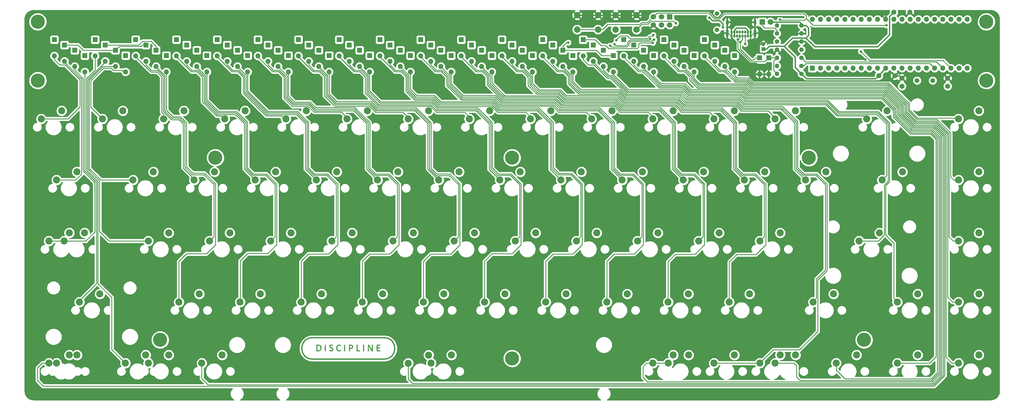
<source format=gbr>
G04 #@! TF.GenerationSoftware,KiCad,Pcbnew,(5.99.0-104-g2b387f4b4)*
G04 #@! TF.CreationDate,2019-09-26T12:15:10-04:00*
G04 #@! TF.ProjectId,discipline-pcb,64697363-6970-46c6-996e-652d7063622e,rev?*
G04 #@! TF.SameCoordinates,Original*
G04 #@! TF.FileFunction,Copper,L1,Top*
G04 #@! TF.FilePolarity,Positive*
%FSLAX46Y46*%
G04 Gerber Fmt 4.6, Leading zero omitted, Abs format (unit mm)*
G04 Created by KiCad (PCBNEW (5.99.0-104-g2b387f4b4)) date 2019-09-26 12:15:10*
%MOMM*%
%LPD*%
G04 APERTURE LIST*
%ADD10C,0.010000*%
%ADD11C,0.400000*%
%ADD12R,1.700000X1.700000*%
%ADD13C,1.700000*%
%ADD14C,1.400000*%
%ADD15O,0.650000X1.000000*%
%ADD16O,0.900000X2.400000*%
%ADD17O,0.900000X1.700000*%
%ADD18O,1.600000X1.600000*%
%ADD19R,1.600000X1.600000*%
%ADD20C,2.000000*%
%ADD21C,1.600000*%
%ADD22O,1.400000X1.400000*%
%ADD23C,2.200000*%
%ADD24C,4.400000*%
%ADD25C,1.500000*%
%ADD26R,1.200000X1.200000*%
%ADD27C,1.200000*%
%ADD28C,1.800000*%
%ADD29R,1.800000X1.800000*%
%ADD30C,0.800000*%
%ADD31C,0.250000*%
%ADD32C,0.254000*%
G04 APERTURE END LIST*
D10*
G36*
X156835154Y-157897780D02*
G01*
X156958225Y-157931926D01*
X157050714Y-157976184D01*
X157092940Y-158021021D01*
X157110806Y-158105393D01*
X157104023Y-158179225D01*
X157084294Y-158209575D01*
X157040635Y-158206546D01*
X156963950Y-158178530D01*
X156930476Y-158162531D01*
X156772547Y-158105881D01*
X156623463Y-158095194D01*
X156494131Y-158126604D01*
X156395457Y-158196247D01*
X156338348Y-158300259D01*
X156328566Y-158375799D01*
X156351955Y-158488627D01*
X156425827Y-158587788D01*
X156555738Y-158679089D01*
X156675154Y-158737984D01*
X156902368Y-158853928D01*
X157065686Y-158972400D01*
X157149054Y-159067479D01*
X157191253Y-159175462D01*
X157208959Y-159316397D01*
X157201480Y-159462430D01*
X157168123Y-159585708D01*
X157162258Y-159597824D01*
X157052884Y-159741399D01*
X156899291Y-159846020D01*
X156712278Y-159907895D01*
X156502645Y-159923233D01*
X156312242Y-159896250D01*
X156195653Y-159857725D01*
X156093505Y-159806223D01*
X156029707Y-159753981D01*
X156027073Y-159750282D01*
X156005764Y-159684803D01*
X156006386Y-159608687D01*
X156027990Y-159555989D01*
X156032584Y-159552450D01*
X156077249Y-159555165D01*
X156155647Y-159583565D01*
X156199342Y-159604625D01*
X156373513Y-159671717D01*
X156541162Y-159693686D01*
X156692305Y-159673816D01*
X156816959Y-159615391D01*
X156905141Y-159521694D01*
X156946867Y-159396008D01*
X156948874Y-159358100D01*
X156927387Y-159268890D01*
X156859403Y-159179720D01*
X156739639Y-159085674D01*
X156562812Y-158981836D01*
X156520851Y-158959831D01*
X156336913Y-158856057D01*
X156207810Y-158759087D01*
X156125335Y-158658725D01*
X156081279Y-158544774D01*
X156067433Y-158407039D01*
X156067383Y-158396560D01*
X156093057Y-158209429D01*
X156169712Y-158062966D01*
X156296795Y-157957737D01*
X156473754Y-157894311D01*
X156570012Y-157879507D01*
X156699688Y-157878666D01*
X156835154Y-157897780D01*
X156835154Y-157897780D01*
G37*
X156835154Y-157897780D02*
X156958225Y-157931926D01*
X157050714Y-157976184D01*
X157092940Y-158021021D01*
X157110806Y-158105393D01*
X157104023Y-158179225D01*
X157084294Y-158209575D01*
X157040635Y-158206546D01*
X156963950Y-158178530D01*
X156930476Y-158162531D01*
X156772547Y-158105881D01*
X156623463Y-158095194D01*
X156494131Y-158126604D01*
X156395457Y-158196247D01*
X156338348Y-158300259D01*
X156328566Y-158375799D01*
X156351955Y-158488627D01*
X156425827Y-158587788D01*
X156555738Y-158679089D01*
X156675154Y-158737984D01*
X156902368Y-158853928D01*
X157065686Y-158972400D01*
X157149054Y-159067479D01*
X157191253Y-159175462D01*
X157208959Y-159316397D01*
X157201480Y-159462430D01*
X157168123Y-159585708D01*
X157162258Y-159597824D01*
X157052884Y-159741399D01*
X156899291Y-159846020D01*
X156712278Y-159907895D01*
X156502645Y-159923233D01*
X156312242Y-159896250D01*
X156195653Y-159857725D01*
X156093505Y-159806223D01*
X156029707Y-159753981D01*
X156027073Y-159750282D01*
X156005764Y-159684803D01*
X156006386Y-159608687D01*
X156027990Y-159555989D01*
X156032584Y-159552450D01*
X156077249Y-159555165D01*
X156155647Y-159583565D01*
X156199342Y-159604625D01*
X156373513Y-159671717D01*
X156541162Y-159693686D01*
X156692305Y-159673816D01*
X156816959Y-159615391D01*
X156905141Y-159521694D01*
X156946867Y-159396008D01*
X156948874Y-159358100D01*
X156927387Y-159268890D01*
X156859403Y-159179720D01*
X156739639Y-159085674D01*
X156562812Y-158981836D01*
X156520851Y-158959831D01*
X156336913Y-158856057D01*
X156207810Y-158759087D01*
X156125335Y-158658725D01*
X156081279Y-158544774D01*
X156067433Y-158407039D01*
X156067383Y-158396560D01*
X156093057Y-158209429D01*
X156169712Y-158062966D01*
X156296795Y-157957737D01*
X156473754Y-157894311D01*
X156570012Y-157879507D01*
X156699688Y-157878666D01*
X156835154Y-157897780D01*
G36*
X159184920Y-157883589D02*
G01*
X159397778Y-157937749D01*
X159456496Y-157964508D01*
X159561021Y-158031974D01*
X159613290Y-158108246D01*
X159625995Y-158196979D01*
X159611023Y-158260323D01*
X159563263Y-158274142D01*
X159478455Y-158238661D01*
X159428299Y-158207488D01*
X159290124Y-158138788D01*
X159129475Y-158108433D01*
X159108840Y-158106974D01*
X158919596Y-158119816D01*
X158766117Y-158186177D01*
X158642921Y-158309195D01*
X158583183Y-158407741D01*
X158544599Y-158490045D01*
X158520024Y-158567936D01*
X158506411Y-158659900D01*
X158500715Y-158784423D01*
X158499808Y-158913782D01*
X158501851Y-159077888D01*
X158509607Y-159194326D01*
X158525791Y-159280651D01*
X158553119Y-159354423D01*
X158574582Y-159397324D01*
X158685067Y-159540939D01*
X158831334Y-159637992D01*
X159001139Y-159686157D01*
X159182237Y-159683109D01*
X159362383Y-159626521D01*
X159464352Y-159566307D01*
X159535970Y-159522292D01*
X159587914Y-159502264D01*
X159590225Y-159502149D01*
X159621023Y-159527916D01*
X159626450Y-159590716D01*
X159609555Y-159668796D01*
X159573390Y-159740406D01*
X159553656Y-159762886D01*
X159432981Y-159838884D01*
X159269784Y-159891589D01*
X159083739Y-159917589D01*
X158894516Y-159913477D01*
X158788846Y-159895426D01*
X158601335Y-159818810D01*
X158445405Y-159689520D01*
X158324378Y-159513747D01*
X158241573Y-159297680D01*
X158200312Y-159047508D01*
X158201293Y-158800220D01*
X158242898Y-158547718D01*
X158324011Y-158325698D01*
X158439775Y-158144708D01*
X158552618Y-158037609D01*
X158744479Y-157934963D01*
X158961200Y-157883142D01*
X159184920Y-157883589D01*
X159184920Y-157883589D01*
G37*
X159184920Y-157883589D02*
X159397778Y-157937749D01*
X159456496Y-157964508D01*
X159561021Y-158031974D01*
X159613290Y-158108246D01*
X159625995Y-158196979D01*
X159611023Y-158260323D01*
X159563263Y-158274142D01*
X159478455Y-158238661D01*
X159428299Y-158207488D01*
X159290124Y-158138788D01*
X159129475Y-158108433D01*
X159108840Y-158106974D01*
X158919596Y-158119816D01*
X158766117Y-158186177D01*
X158642921Y-158309195D01*
X158583183Y-158407741D01*
X158544599Y-158490045D01*
X158520024Y-158567936D01*
X158506411Y-158659900D01*
X158500715Y-158784423D01*
X158499808Y-158913782D01*
X158501851Y-159077888D01*
X158509607Y-159194326D01*
X158525791Y-159280651D01*
X158553119Y-159354423D01*
X158574582Y-159397324D01*
X158685067Y-159540939D01*
X158831334Y-159637992D01*
X159001139Y-159686157D01*
X159182237Y-159683109D01*
X159362383Y-159626521D01*
X159464352Y-159566307D01*
X159535970Y-159522292D01*
X159587914Y-159502264D01*
X159590225Y-159502149D01*
X159621023Y-159527916D01*
X159626450Y-159590716D01*
X159609555Y-159668796D01*
X159573390Y-159740406D01*
X159553656Y-159762886D01*
X159432981Y-159838884D01*
X159269784Y-159891589D01*
X159083739Y-159917589D01*
X158894516Y-159913477D01*
X158788846Y-159895426D01*
X158601335Y-159818810D01*
X158445405Y-159689520D01*
X158324378Y-159513747D01*
X158241573Y-159297680D01*
X158200312Y-159047508D01*
X158201293Y-158800220D01*
X158242898Y-158547718D01*
X158324011Y-158325698D01*
X158439775Y-158144708D01*
X158552618Y-158037609D01*
X158744479Y-157934963D01*
X158961200Y-157883142D01*
X159184920Y-157883589D01*
G36*
X152621326Y-157911161D02*
G01*
X152834435Y-157935264D01*
X153011029Y-157984087D01*
X153163961Y-158060087D01*
X153171114Y-158064580D01*
X153322727Y-158198165D01*
X153436579Y-158377780D01*
X153509514Y-158594083D01*
X153538374Y-158837731D01*
X153520265Y-159097732D01*
X153457946Y-159345797D01*
X153356482Y-159544101D01*
X153212534Y-159697489D01*
X153031136Y-159807044D01*
X152939960Y-159835845D01*
X152811893Y-159859870D01*
X152660751Y-159878431D01*
X152500353Y-159890842D01*
X152344516Y-159896415D01*
X152207057Y-159894464D01*
X152101793Y-159884301D01*
X152042543Y-159865240D01*
X152035316Y-159856561D01*
X152031181Y-159813410D01*
X152027993Y-159713610D01*
X152025829Y-159565801D01*
X152024762Y-159378622D01*
X152024869Y-159160716D01*
X152026223Y-158920722D01*
X152026703Y-158865119D01*
X152033432Y-158130940D01*
X152280237Y-158130940D01*
X152280237Y-159665388D01*
X152534501Y-159665388D01*
X152691709Y-159659976D01*
X152809169Y-159640693D01*
X152911761Y-159602971D01*
X152934437Y-159591930D01*
X153072327Y-159494221D01*
X153169397Y-159357567D01*
X153229022Y-159175494D01*
X153252686Y-158981965D01*
X153251505Y-158750547D01*
X153216269Y-158564508D01*
X153143869Y-158411730D01*
X153087406Y-158337859D01*
X152980725Y-158237453D01*
X152861506Y-158173665D01*
X152712803Y-158140248D01*
X152526144Y-158130940D01*
X152280237Y-158130940D01*
X152033432Y-158130940D01*
X152035378Y-157918729D01*
X152358850Y-157909323D01*
X152621326Y-157911161D01*
X152621326Y-157911161D01*
G37*
X152621326Y-157911161D02*
X152834435Y-157935264D01*
X153011029Y-157984087D01*
X153163961Y-158060087D01*
X153171114Y-158064580D01*
X153322727Y-158198165D01*
X153436579Y-158377780D01*
X153509514Y-158594083D01*
X153538374Y-158837731D01*
X153520265Y-159097732D01*
X153457946Y-159345797D01*
X153356482Y-159544101D01*
X153212534Y-159697489D01*
X153031136Y-159807044D01*
X152939960Y-159835845D01*
X152811893Y-159859870D01*
X152660751Y-159878431D01*
X152500353Y-159890842D01*
X152344516Y-159896415D01*
X152207057Y-159894464D01*
X152101793Y-159884301D01*
X152042543Y-159865240D01*
X152035316Y-159856561D01*
X152031181Y-159813410D01*
X152027993Y-159713610D01*
X152025829Y-159565801D01*
X152024762Y-159378622D01*
X152024869Y-159160716D01*
X152026223Y-158920722D01*
X152026703Y-158865119D01*
X152033432Y-158130940D01*
X152280237Y-158130940D01*
X152280237Y-159665388D01*
X152534501Y-159665388D01*
X152691709Y-159659976D01*
X152809169Y-159640693D01*
X152911761Y-159602971D01*
X152934437Y-159591930D01*
X153072327Y-159494221D01*
X153169397Y-159357567D01*
X153229022Y-159175494D01*
X153252686Y-158981965D01*
X153251505Y-158750547D01*
X153216269Y-158564508D01*
X153143869Y-158411730D01*
X153087406Y-158337859D01*
X152980725Y-158237453D01*
X152861506Y-158173665D01*
X152712803Y-158140248D01*
X152526144Y-158130940D01*
X152280237Y-158130940D01*
X152033432Y-158130940D01*
X152035378Y-157918729D01*
X152358850Y-157909323D01*
X152621326Y-157911161D01*
G36*
X154908386Y-159877598D02*
G01*
X154802056Y-159887846D01*
X154716056Y-159882785D01*
X154679113Y-159854800D01*
X154675152Y-159812115D01*
X154672121Y-159712760D01*
X154670091Y-159565354D01*
X154669130Y-159378517D01*
X154669307Y-159160868D01*
X154670693Y-158921028D01*
X154671176Y-158865119D01*
X154679851Y-157918729D01*
X154908386Y-157918729D01*
X154908386Y-159877598D01*
X154908386Y-159877598D01*
G37*
X154908386Y-159877598D02*
X154802056Y-159887846D01*
X154716056Y-159882785D01*
X154679113Y-159854800D01*
X154675152Y-159812115D01*
X154672121Y-159712760D01*
X154670091Y-159565354D01*
X154669130Y-159378517D01*
X154669307Y-159160868D01*
X154670693Y-158921028D01*
X154671176Y-158865119D01*
X154679851Y-157918729D01*
X154908386Y-157918729D01*
X154908386Y-159877598D01*
G36*
X160931908Y-159893922D02*
G01*
X160816616Y-159893922D01*
X160735729Y-159883371D01*
X160688121Y-159857493D01*
X160685511Y-159852715D01*
X160681755Y-159810581D01*
X160678910Y-159711752D01*
X160677039Y-159564824D01*
X160676203Y-159378391D01*
X160676465Y-159161048D01*
X160677886Y-158921391D01*
X160678374Y-158865119D01*
X160687049Y-157918729D01*
X160809478Y-157908597D01*
X160931908Y-157898464D01*
X160931908Y-159893922D01*
X160931908Y-159893922D01*
G37*
X160931908Y-159893922D02*
X160816616Y-159893922D01*
X160735729Y-159883371D01*
X160688121Y-159857493D01*
X160685511Y-159852715D01*
X160681755Y-159810581D01*
X160678910Y-159711752D01*
X160677039Y-159564824D01*
X160676203Y-159378391D01*
X160676465Y-159161048D01*
X160677886Y-158921391D01*
X160678374Y-158865119D01*
X160687049Y-157918729D01*
X160809478Y-157908597D01*
X160931908Y-157898464D01*
X160931908Y-159893922D01*
G36*
X162640184Y-157908341D02*
G01*
X162810327Y-157916645D01*
X162930874Y-157928155D01*
X163017527Y-157945751D01*
X163085985Y-157972314D01*
X163133137Y-157998805D01*
X163259726Y-158098816D01*
X163337737Y-158219075D01*
X163374510Y-158374201D01*
X163379835Y-158490066D01*
X163356125Y-158701607D01*
X163284980Y-158870024D01*
X163165006Y-158996624D01*
X162994806Y-159082710D01*
X162772987Y-159129590D01*
X162688909Y-159136639D01*
X162433707Y-159151412D01*
X162433707Y-159893922D01*
X162324881Y-159893922D01*
X162244211Y-159887949D01*
X162195764Y-159873442D01*
X162194290Y-159872157D01*
X162188708Y-159835128D01*
X162183655Y-159741216D01*
X162179323Y-159598833D01*
X162175902Y-159416390D01*
X162173583Y-159202298D01*
X162172558Y-158964970D01*
X162172525Y-158913044D01*
X162172962Y-158635039D01*
X162174506Y-158415351D01*
X162177508Y-158247009D01*
X162182010Y-158130940D01*
X162433707Y-158130940D01*
X162433707Y-158517273D01*
X162435448Y-158669998D01*
X162440184Y-158798078D01*
X162447187Y-158887837D01*
X162455472Y-158925370D01*
X162507472Y-158942316D01*
X162600909Y-158945923D01*
X162713444Y-158936853D01*
X162822735Y-158915767D01*
X162827905Y-158914355D01*
X162966837Y-158850165D01*
X163058215Y-158745225D01*
X163106038Y-158594273D01*
X163112426Y-158540007D01*
X163118002Y-158433191D01*
X163106160Y-158363664D01*
X163067531Y-158303920D01*
X163012292Y-158245926D01*
X162947913Y-158185586D01*
X162891638Y-158151167D01*
X162821604Y-158135420D01*
X162715950Y-158131096D01*
X162665507Y-158130940D01*
X162433707Y-158130940D01*
X162182010Y-158130940D01*
X162182317Y-158123038D01*
X162189283Y-158036466D01*
X162198757Y-157980320D01*
X162211089Y-157947626D01*
X162221624Y-157934948D01*
X162269752Y-157915880D01*
X162361979Y-157905900D01*
X162506005Y-157904517D01*
X162640184Y-157908341D01*
X162640184Y-157908341D01*
G37*
X162640184Y-157908341D02*
X162810327Y-157916645D01*
X162930874Y-157928155D01*
X163017527Y-157945751D01*
X163085985Y-157972314D01*
X163133137Y-157998805D01*
X163259726Y-158098816D01*
X163337737Y-158219075D01*
X163374510Y-158374201D01*
X163379835Y-158490066D01*
X163356125Y-158701607D01*
X163284980Y-158870024D01*
X163165006Y-158996624D01*
X162994806Y-159082710D01*
X162772987Y-159129590D01*
X162688909Y-159136639D01*
X162433707Y-159151412D01*
X162433707Y-159893922D01*
X162324881Y-159893922D01*
X162244211Y-159887949D01*
X162195764Y-159873442D01*
X162194290Y-159872157D01*
X162188708Y-159835128D01*
X162183655Y-159741216D01*
X162179323Y-159598833D01*
X162175902Y-159416390D01*
X162173583Y-159202298D01*
X162172558Y-158964970D01*
X162172525Y-158913044D01*
X162172962Y-158635039D01*
X162174506Y-158415351D01*
X162177508Y-158247009D01*
X162182010Y-158130940D01*
X162433707Y-158130940D01*
X162433707Y-158517273D01*
X162435448Y-158669998D01*
X162440184Y-158798078D01*
X162447187Y-158887837D01*
X162455472Y-158925370D01*
X162507472Y-158942316D01*
X162600909Y-158945923D01*
X162713444Y-158936853D01*
X162822735Y-158915767D01*
X162827905Y-158914355D01*
X162966837Y-158850165D01*
X163058215Y-158745225D01*
X163106038Y-158594273D01*
X163112426Y-158540007D01*
X163118002Y-158433191D01*
X163106160Y-158363664D01*
X163067531Y-158303920D01*
X163012292Y-158245926D01*
X162947913Y-158185586D01*
X162891638Y-158151167D01*
X162821604Y-158135420D01*
X162715950Y-158131096D01*
X162665507Y-158130940D01*
X162433707Y-158130940D01*
X162182010Y-158130940D01*
X162182317Y-158123038D01*
X162189283Y-158036466D01*
X162198757Y-157980320D01*
X162211089Y-157947626D01*
X162221624Y-157934948D01*
X162269752Y-157915880D01*
X162361979Y-157905900D01*
X162506005Y-157904517D01*
X162640184Y-157908341D01*
G36*
X164645597Y-157908597D02*
G01*
X164768026Y-157918729D01*
X164785412Y-159663259D01*
X165518926Y-159681711D01*
X165518926Y-159877598D01*
X165043648Y-159886597D01*
X164873642Y-159888312D01*
X164727342Y-159886945D01*
X164616934Y-159882829D01*
X164554604Y-159876298D01*
X164545769Y-159872994D01*
X164540084Y-159835835D01*
X164534922Y-159741624D01*
X164530472Y-159598604D01*
X164526919Y-159415017D01*
X164524450Y-159199108D01*
X164523252Y-158959118D01*
X164523167Y-158874428D01*
X164523167Y-157898464D01*
X164645597Y-157908597D01*
X164645597Y-157908597D01*
G37*
X164645597Y-157908597D02*
X164768026Y-157918729D01*
X164785412Y-159663259D01*
X165518926Y-159681711D01*
X165518926Y-159877598D01*
X165043648Y-159886597D01*
X164873642Y-159888312D01*
X164727342Y-159886945D01*
X164616934Y-159882829D01*
X164554604Y-159876298D01*
X164545769Y-159872994D01*
X164540084Y-159835835D01*
X164534922Y-159741624D01*
X164530472Y-159598604D01*
X164526919Y-159415017D01*
X164524450Y-159199108D01*
X164523252Y-158959118D01*
X164523167Y-158874428D01*
X164523167Y-157898464D01*
X164645597Y-157908597D01*
G36*
X166669761Y-157908597D02*
G01*
X166792190Y-157918729D01*
X166792190Y-159877598D01*
X166547332Y-159897864D01*
X166547332Y-157898464D01*
X166669761Y-157908597D01*
X166669761Y-157908597D01*
G37*
X166669761Y-157908597D02*
X166792190Y-157918729D01*
X166792190Y-159877598D01*
X166547332Y-159897864D01*
X166547332Y-157898464D01*
X166669761Y-157908597D01*
G36*
X169510603Y-158887898D02*
G01*
X169501959Y-159877598D01*
X169387692Y-159887213D01*
X169294135Y-159882196D01*
X169222011Y-159856968D01*
X169218693Y-159854566D01*
X169189031Y-159815762D01*
X169132731Y-159727413D01*
X169054394Y-159597308D01*
X168958626Y-159433238D01*
X168850029Y-159242992D01*
X168733208Y-159034362D01*
X168721390Y-159013039D01*
X168278819Y-158213776D01*
X168270080Y-159045687D01*
X168261342Y-159877598D01*
X168154755Y-159887865D01*
X168048168Y-159898131D01*
X168056811Y-158908430D01*
X168065455Y-157918729D01*
X168216873Y-157908928D01*
X168317663Y-157908369D01*
X168380040Y-157928909D01*
X168429084Y-157978202D01*
X168461233Y-158028191D01*
X168519369Y-158126778D01*
X168598460Y-158265100D01*
X168693478Y-158434296D01*
X168799393Y-158625502D01*
X168881651Y-158775629D01*
X169273424Y-159493981D01*
X169306072Y-157918729D01*
X169412659Y-157908463D01*
X169519247Y-157898197D01*
X169510603Y-158887898D01*
X169510603Y-158887898D01*
G37*
X169510603Y-158887898D02*
X169501959Y-159877598D01*
X169387692Y-159887213D01*
X169294135Y-159882196D01*
X169222011Y-159856968D01*
X169218693Y-159854566D01*
X169189031Y-159815762D01*
X169132731Y-159727413D01*
X169054394Y-159597308D01*
X168958626Y-159433238D01*
X168850029Y-159242992D01*
X168733208Y-159034362D01*
X168721390Y-159013039D01*
X168278819Y-158213776D01*
X168270080Y-159045687D01*
X168261342Y-159877598D01*
X168154755Y-159887865D01*
X168048168Y-159898131D01*
X168056811Y-158908430D01*
X168065455Y-157918729D01*
X168216873Y-157908928D01*
X168317663Y-157908369D01*
X168380040Y-157928909D01*
X168429084Y-157978202D01*
X168461233Y-158028191D01*
X168519369Y-158126778D01*
X168598460Y-158265100D01*
X168693478Y-158434296D01*
X168799393Y-158625502D01*
X168881651Y-158775629D01*
X169273424Y-159493981D01*
X169306072Y-157918729D01*
X169412659Y-157908463D01*
X169519247Y-157898197D01*
X169510603Y-158887898D01*
G36*
X171525606Y-157902998D02*
G01*
X171661305Y-157905555D01*
X171751613Y-157911244D01*
X171806479Y-157921237D01*
X171835853Y-157936700D01*
X171849685Y-157958804D01*
X171851142Y-157963102D01*
X171857555Y-158042149D01*
X171849849Y-158077369D01*
X171832544Y-158100096D01*
X171794076Y-158115465D01*
X171723696Y-158124827D01*
X171610656Y-158129532D01*
X171444208Y-158130930D01*
X171423462Y-158130940D01*
X171017632Y-158130940D01*
X171027019Y-158432933D01*
X171036406Y-158734925D01*
X171387370Y-158744191D01*
X171738334Y-158753458D01*
X171738334Y-158947136D01*
X171020082Y-158947136D01*
X171020082Y-159663437D01*
X171852602Y-159681711D01*
X171852602Y-159877598D01*
X171345720Y-159886552D01*
X171130265Y-159888577D01*
X170973635Y-159885689D01*
X170869519Y-159877530D01*
X170811606Y-159863741D01*
X170798869Y-159855537D01*
X170786502Y-159811212D01*
X170776229Y-159711935D01*
X170768056Y-159568014D01*
X170761986Y-159389754D01*
X170758024Y-159187464D01*
X170756173Y-158971448D01*
X170756439Y-158752016D01*
X170758825Y-158539472D01*
X170763336Y-158344125D01*
X170769976Y-158176281D01*
X170778748Y-158046246D01*
X170789659Y-157964329D01*
X170798077Y-157941583D01*
X170844332Y-157924195D01*
X170945226Y-157912039D01*
X171104216Y-157904861D01*
X171324758Y-157902409D01*
X171334566Y-157902406D01*
X171525606Y-157902998D01*
X171525606Y-157902998D01*
G37*
X171525606Y-157902998D02*
X171661305Y-157905555D01*
X171751613Y-157911244D01*
X171806479Y-157921237D01*
X171835853Y-157936700D01*
X171849685Y-157958804D01*
X171851142Y-157963102D01*
X171857555Y-158042149D01*
X171849849Y-158077369D01*
X171832544Y-158100096D01*
X171794076Y-158115465D01*
X171723696Y-158124827D01*
X171610656Y-158129532D01*
X171444208Y-158130930D01*
X171423462Y-158130940D01*
X171017632Y-158130940D01*
X171027019Y-158432933D01*
X171036406Y-158734925D01*
X171387370Y-158744191D01*
X171738334Y-158753458D01*
X171738334Y-158947136D01*
X171020082Y-158947136D01*
X171020082Y-159663437D01*
X171852602Y-159681711D01*
X171852602Y-159877598D01*
X171345720Y-159886552D01*
X171130265Y-159888577D01*
X170973635Y-159885689D01*
X170869519Y-159877530D01*
X170811606Y-159863741D01*
X170798869Y-159855537D01*
X170786502Y-159811212D01*
X170776229Y-159711935D01*
X170768056Y-159568014D01*
X170761986Y-159389754D01*
X170758024Y-159187464D01*
X170756173Y-158971448D01*
X170756439Y-158752016D01*
X170758825Y-158539472D01*
X170763336Y-158344125D01*
X170769976Y-158176281D01*
X170778748Y-158046246D01*
X170789659Y-157964329D01*
X170798077Y-157941583D01*
X170844332Y-157924195D01*
X170945226Y-157912039D01*
X171104216Y-157904861D01*
X171324758Y-157902409D01*
X171334566Y-157902406D01*
X171525606Y-157902998D01*
D11*
X150803990Y-162401840D02*
G75*
G02X150803990Y-155721840I0J3340000D01*
G01*
X173103990Y-155721840D02*
G75*
G02X173103990Y-162401840I0J-3340000D01*
G01*
X150833990Y-155721840D02*
X173113990Y-155721840D01*
X150813990Y-162401840D02*
X173113990Y-162401840D01*
D12*
X262070364Y-55598500D03*
D13*
X262070364Y-58138500D03*
X259530364Y-55598500D03*
X259530364Y-58138500D03*
X256990364Y-55598500D03*
X256990364Y-58138500D03*
D14*
X276824148Y-54598468D03*
X276824148Y-59698468D03*
D15*
X285600002Y-61638652D03*
X287300002Y-61638652D03*
X286450002Y-61638652D03*
X284750002Y-61638652D03*
X283900002Y-61638652D03*
X283050002Y-61638652D03*
X282200002Y-61638652D03*
X281350002Y-61638652D03*
X287300002Y-60313652D03*
X286445002Y-60313652D03*
X285595002Y-60313652D03*
X284745002Y-60313652D03*
X283895002Y-60313652D03*
X283045002Y-60313652D03*
X282195002Y-60313652D03*
X281345002Y-60313652D03*
D16*
X288650002Y-60658652D03*
X280000002Y-60658652D03*
D17*
X288650002Y-57278652D03*
X280000002Y-57278652D03*
D18*
X70376818Y-67803242D03*
D19*
X70376818Y-62723242D03*
D18*
X79885207Y-72763829D03*
D19*
X79885207Y-67683829D03*
D18*
X92563059Y-72763829D03*
D19*
X92563059Y-67683829D03*
D18*
X95732522Y-67803242D03*
D19*
X95732522Y-62723242D03*
D18*
X108410374Y-67803242D03*
D19*
X108410374Y-62723242D03*
D18*
X121088226Y-67803242D03*
D19*
X121088226Y-62723242D03*
D18*
X133766078Y-67803242D03*
D19*
X133766078Y-62723242D03*
D18*
X146443930Y-67803242D03*
D19*
X146443930Y-62723242D03*
D18*
X159121782Y-67803242D03*
D19*
X159121782Y-62723242D03*
D18*
X171799634Y-67803242D03*
D19*
X171799634Y-62723242D03*
D18*
X184477486Y-67803242D03*
D19*
X184477486Y-62723242D03*
D18*
X197155338Y-67803242D03*
D19*
X197155338Y-62723242D03*
D18*
X209833190Y-67803242D03*
D19*
X209833190Y-62723242D03*
D18*
X222511042Y-67803242D03*
D19*
X222511042Y-62723242D03*
D18*
X235118910Y-67803242D03*
D19*
X235118910Y-62723242D03*
D18*
X282318463Y-72763829D03*
D19*
X282318463Y-67683829D03*
D18*
X73546281Y-69456771D03*
D19*
X73546281Y-64376771D03*
D18*
X89393596Y-71110300D03*
D19*
X89393596Y-66030300D03*
D18*
X98901985Y-69456771D03*
D19*
X98901985Y-64376771D03*
D18*
X111579837Y-69456771D03*
D19*
X111579837Y-64376771D03*
D18*
X124257689Y-69456771D03*
D19*
X124257689Y-64376771D03*
D18*
X136935541Y-69456771D03*
D19*
X136935541Y-64376771D03*
D18*
X149613393Y-69456771D03*
D19*
X149613393Y-64376771D03*
D18*
X162291245Y-69456771D03*
D19*
X162291245Y-64376771D03*
D18*
X174969097Y-69456771D03*
D19*
X174969097Y-64376771D03*
D18*
X187646949Y-69456771D03*
D19*
X187646949Y-64376771D03*
D18*
X200324801Y-69456771D03*
D19*
X200324801Y-64376771D03*
D18*
X213002653Y-69456771D03*
D19*
X213002653Y-64376771D03*
D18*
X225663009Y-69456771D03*
D19*
X225663009Y-64376771D03*
D18*
X238269683Y-69456771D03*
D19*
X238269683Y-64376771D03*
D18*
X279229739Y-71110300D03*
D19*
X279229739Y-66030300D03*
D18*
X76715744Y-71110300D03*
D19*
X76715744Y-66030300D03*
D18*
X86224133Y-69456771D03*
D19*
X86224133Y-64376771D03*
D18*
X102071448Y-71110300D03*
D19*
X102071448Y-66030300D03*
D18*
X114749300Y-71110300D03*
D19*
X114749300Y-66030300D03*
D18*
X127427152Y-71110300D03*
D19*
X127427152Y-66030300D03*
D18*
X140105004Y-71110300D03*
D19*
X140105004Y-66030300D03*
D18*
X152782856Y-71110300D03*
D19*
X152782856Y-66030300D03*
D18*
X165460708Y-71110300D03*
D19*
X165460708Y-66030300D03*
D18*
X178138560Y-71110300D03*
D19*
X178138560Y-66030300D03*
D18*
X190816412Y-71110300D03*
D19*
X190816412Y-66030300D03*
D18*
X203494264Y-71110300D03*
D19*
X203494264Y-66030300D03*
D18*
X216172116Y-71110300D03*
D19*
X216172116Y-66030300D03*
D18*
X241420456Y-71110300D03*
D19*
X241420456Y-66030300D03*
D18*
X276141015Y-69456771D03*
D19*
X276141015Y-64376771D03*
D18*
X105240911Y-72763829D03*
D19*
X105240911Y-67683829D03*
D18*
X117918763Y-72763829D03*
D19*
X117918763Y-67683829D03*
D18*
X130596615Y-72763829D03*
D19*
X130596615Y-67683829D03*
D18*
X143274467Y-72763829D03*
D19*
X143274467Y-67683829D03*
D18*
X155952319Y-72763829D03*
D19*
X155952319Y-67683829D03*
D18*
X168630171Y-72763829D03*
D19*
X168630171Y-67683829D03*
D18*
X181308023Y-72763829D03*
D19*
X181308023Y-67683829D03*
D18*
X193985875Y-72763829D03*
D19*
X193985875Y-67683829D03*
D18*
X206663727Y-72763829D03*
D19*
X206663727Y-67683829D03*
D18*
X219341579Y-72763829D03*
D19*
X219341579Y-67683829D03*
D18*
X228814976Y-71110300D03*
D19*
X228814976Y-66030300D03*
D18*
X244571229Y-72763829D03*
D19*
X244571229Y-67683829D03*
D18*
X272866140Y-67803242D03*
D19*
X272866140Y-62723242D03*
D18*
X266564592Y-71110300D03*
D19*
X266564592Y-66030300D03*
D18*
X83054670Y-67803242D03*
D19*
X83054670Y-62723242D03*
D18*
X263413818Y-69456771D03*
D19*
X263413818Y-64376771D03*
D18*
X260263045Y-67803242D03*
D19*
X260263045Y-62723242D03*
D18*
X257112272Y-72763829D03*
D19*
X257112272Y-67683829D03*
D18*
X231966943Y-72763829D03*
D19*
X231966943Y-67683829D03*
D18*
X250872775Y-69456771D03*
D19*
X250872775Y-64376771D03*
D18*
X247722002Y-67803242D03*
D19*
X247722002Y-62723242D03*
D18*
X269715366Y-72763829D03*
D19*
X269715366Y-67683829D03*
D18*
X253961499Y-71110300D03*
D19*
X253961499Y-66030300D03*
D18*
X292951516Y-73489826D03*
D19*
X292951516Y-68409826D03*
D18*
X290081844Y-73489826D03*
D19*
X290081844Y-68409826D03*
D20*
X245262266Y-59583704D03*
X245262266Y-55083704D03*
X251762266Y-59583704D03*
X251762266Y-55083704D03*
D21*
X336902064Y-54173808D03*
X331902064Y-54173808D03*
X332247596Y-73964046D03*
X327247596Y-73964046D03*
D19*
X306529964Y-71636812D03*
D18*
X354789964Y-56396812D03*
X309069964Y-71636812D03*
X352249964Y-56396812D03*
X311609964Y-71636812D03*
X349709964Y-56396812D03*
X314149964Y-71636812D03*
X347169964Y-56396812D03*
X316689964Y-71636812D03*
X344629964Y-56396812D03*
X319229964Y-71636812D03*
X342089964Y-56396812D03*
X321769964Y-71636812D03*
X339549964Y-56396812D03*
X324309964Y-71636812D03*
X337009964Y-56396812D03*
X326849964Y-71636812D03*
X334469964Y-56396812D03*
X329389964Y-71636812D03*
X331929964Y-56396812D03*
X331929964Y-71636812D03*
X329389964Y-56396812D03*
X334469964Y-71636812D03*
X326849964Y-56396812D03*
X337009964Y-71636812D03*
X324309964Y-56396812D03*
X339549964Y-71636812D03*
X321769964Y-56396812D03*
X342089964Y-71636812D03*
X319229964Y-56396812D03*
X344629964Y-71636812D03*
X316689964Y-56396812D03*
X347169964Y-71636812D03*
X314149964Y-56396812D03*
X349709964Y-71636812D03*
X311609964Y-56396812D03*
X352249964Y-71636812D03*
X309069964Y-56396812D03*
X354789964Y-71636812D03*
X306529964Y-56396812D03*
D14*
X303152850Y-70893147D03*
D22*
X295532850Y-70893147D03*
X295532850Y-68399682D03*
D14*
X303152850Y-68399682D03*
X303152850Y-73386612D03*
D22*
X295532850Y-73386612D03*
X303152850Y-65827841D03*
D14*
X295532850Y-65827841D03*
D22*
X303152850Y-63308129D03*
D14*
X295532850Y-63308129D03*
D23*
X275892740Y-163681380D03*
X282242740Y-161141380D03*
X256837418Y-163681380D03*
X263187418Y-161141380D03*
X99669565Y-163677449D03*
X106019565Y-161137449D03*
X71070234Y-163677449D03*
X77420234Y-161137449D03*
X68689084Y-125581380D03*
X75039084Y-123041380D03*
D24*
X212989879Y-162205740D03*
D23*
X180634107Y-163689270D03*
X186984107Y-161149270D03*
X261610470Y-163681380D03*
X267960470Y-161141380D03*
X290166662Y-163681380D03*
X296516662Y-161141380D03*
D24*
X212989879Y-99550624D03*
X305448502Y-99550624D03*
X120531257Y-99550624D03*
X322637337Y-156394590D03*
X103342422Y-156394590D03*
X360747255Y-75468873D03*
X360747255Y-57147160D03*
X65232504Y-57147160D03*
D23*
X301257784Y-84941380D03*
X294907784Y-87481380D03*
X139332784Y-103991380D03*
X132982784Y-106531380D03*
X72657784Y-84941380D03*
X66307784Y-87481380D03*
X91707784Y-84941380D03*
X85357784Y-87481380D03*
X110757784Y-84941380D03*
X104407784Y-87481380D03*
X129807784Y-84941380D03*
X123457784Y-87481380D03*
X148857784Y-84941380D03*
X142507784Y-87481380D03*
X161557784Y-87481380D03*
X167907784Y-84941380D03*
X180607784Y-87481380D03*
X186957784Y-84941380D03*
X199657784Y-87481380D03*
X206007784Y-84941380D03*
X218707784Y-87481380D03*
X225057784Y-84941380D03*
X244107784Y-84941380D03*
X237757784Y-87481380D03*
X256807784Y-87481380D03*
X263157784Y-84941380D03*
X275857784Y-87481380D03*
X282207784Y-84941380D03*
X358407784Y-84941380D03*
X352057784Y-87481380D03*
X101232784Y-103991380D03*
X94882784Y-106531380D03*
X113932784Y-106531380D03*
X120282784Y-103991380D03*
X152032784Y-106531380D03*
X158382784Y-103991380D03*
X171082784Y-106531380D03*
X177432784Y-103991380D03*
X196482784Y-103991380D03*
X190132784Y-106531380D03*
X215532784Y-103991380D03*
X209182784Y-106531380D03*
X234582784Y-103991380D03*
X228232784Y-106531380D03*
X253632784Y-103991380D03*
X247282784Y-106531380D03*
X272682784Y-103991380D03*
X266332784Y-106531380D03*
X291732784Y-103991380D03*
X285382784Y-106531380D03*
X304432784Y-106531380D03*
X310782784Y-103991380D03*
X352057784Y-106531380D03*
X358407784Y-103991380D03*
X99645284Y-125581380D03*
X105995284Y-123041380D03*
X118695284Y-125581380D03*
X125045284Y-123041380D03*
X137745284Y-125581380D03*
X144095284Y-123041380D03*
X156794784Y-125581380D03*
X163144784Y-123041380D03*
X175844784Y-125581380D03*
X182194784Y-123041380D03*
X201244784Y-123041380D03*
X194894784Y-125581380D03*
X213944784Y-125581380D03*
X220294784Y-123041380D03*
X239344784Y-123041380D03*
X232994784Y-125581380D03*
X258394784Y-123041380D03*
X252044784Y-125581380D03*
X271094784Y-125581380D03*
X277444784Y-123041380D03*
X290144784Y-125581380D03*
X296494784Y-123041380D03*
X352057784Y-125581380D03*
X358407784Y-123041380D03*
X115520284Y-142091380D03*
X109170284Y-144631380D03*
X128220284Y-144631380D03*
X134570284Y-142091380D03*
X153620284Y-142091380D03*
X147270284Y-144631380D03*
X172670784Y-142091380D03*
X166320784Y-144631380D03*
X191720784Y-142091380D03*
X185370784Y-144631380D03*
X210770784Y-142091380D03*
X204420784Y-144631380D03*
X223470784Y-144631380D03*
X229820784Y-142091380D03*
X242520784Y-144631380D03*
X248870784Y-142091380D03*
X261570784Y-144631380D03*
X267920784Y-142091380D03*
X280620784Y-144631380D03*
X286970784Y-142091380D03*
X333007784Y-144631380D03*
X339357784Y-142091380D03*
X352057784Y-144631380D03*
X358407784Y-142091380D03*
X194101784Y-161141380D03*
X187751784Y-163681380D03*
X320307784Y-161141380D03*
X313957784Y-163681380D03*
X339357784Y-161141380D03*
X333007784Y-163681380D03*
X358407784Y-161141380D03*
X352057784Y-163681380D03*
X329832784Y-84941380D03*
X323482784Y-87481380D03*
X77420284Y-103991380D03*
X71070284Y-106531380D03*
X328244784Y-106531380D03*
X334594784Y-103991380D03*
X73451584Y-125581380D03*
X79801584Y-123041380D03*
X327451784Y-123041380D03*
X321101784Y-125581380D03*
X78213984Y-144631380D03*
X84563984Y-142091380D03*
X313163784Y-142091380D03*
X306813784Y-144631380D03*
X75038984Y-161141380D03*
X68688984Y-163681380D03*
X92501584Y-163681380D03*
X98851584Y-161141380D03*
X122663984Y-161141380D03*
X116313984Y-163681380D03*
D24*
X65232504Y-75468873D03*
D23*
X301298062Y-161141380D03*
X294948062Y-163681380D03*
D21*
X348682646Y-77253670D03*
X348682646Y-74753670D03*
X334456772Y-74753670D03*
X334456772Y-77253670D03*
D25*
X344028178Y-75503870D03*
X339148178Y-75503870D03*
D26*
X291254210Y-65652496D03*
D27*
X291254210Y-64152496D03*
D20*
X239762266Y-55083704D03*
X239762266Y-59583704D03*
X233262266Y-55083704D03*
X233262266Y-59583704D03*
D28*
X293444250Y-57218460D03*
D29*
X290904250Y-57218460D03*
D22*
X303152850Y-60814664D03*
D14*
X295532850Y-60814664D03*
X303152850Y-58320834D03*
D22*
X295532850Y-58320834D03*
D30*
X264025821Y-57598790D03*
X321648236Y-66439906D03*
X284043485Y-63445956D03*
X283311370Y-62720946D03*
X296427971Y-56418460D03*
X329662320Y-58250842D03*
X285602150Y-64045335D03*
X230501154Y-63640226D03*
X245496940Y-62887812D03*
X256975628Y-61260498D03*
X255979321Y-62494715D03*
X244849514Y-64182664D03*
X243502168Y-64575212D03*
X257237692Y-62720424D03*
X256857000Y-63715359D03*
X274426922Y-55853616D03*
X278626442Y-58880770D03*
X294939889Y-56256984D03*
X309078784Y-61364317D03*
X311633443Y-61364317D03*
X314188102Y-61364317D03*
X316742761Y-61364317D03*
X319297420Y-61364317D03*
X321852079Y-61364317D03*
X329236096Y-66508631D03*
X326716432Y-66508631D03*
X324406740Y-61364317D03*
X323041922Y-68952036D03*
X324406740Y-66508631D03*
X293015926Y-60629415D03*
X269079118Y-55485101D03*
X269814020Y-59579555D03*
X219214944Y-173370184D03*
X323065574Y-73491600D03*
X241822360Y-60735558D03*
X256048234Y-65687492D03*
X283590086Y-57278652D03*
X305375096Y-73596588D03*
X64375142Y-81715660D03*
X310292034Y-84200376D03*
X349347570Y-89087536D03*
X256730656Y-168453246D03*
X283380110Y-168243270D03*
X296486112Y-168470744D03*
X290204330Y-168330760D03*
X340108626Y-164761168D03*
X323765494Y-83237986D03*
X331219642Y-87927450D03*
X111672236Y-119423850D03*
X281945274Y-117219102D03*
X261385124Y-116781652D03*
X134052178Y-173090216D03*
X324062960Y-142906166D03*
D31*
X255347922Y-57877352D02*
X253468618Y-57877352D01*
X253468618Y-57877352D02*
X251762266Y-59583704D01*
X255483431Y-57742300D02*
X255482974Y-57742300D01*
X256270826Y-56954905D02*
X255483431Y-57742300D01*
X255482974Y-57742300D02*
X255347922Y-57877352D01*
X264025821Y-57598790D02*
X263381936Y-56954905D01*
X263381936Y-56954905D02*
X256270826Y-56954905D01*
X321648236Y-66439906D02*
X324412920Y-69204590D01*
X324412920Y-69204590D02*
X347277742Y-69204590D01*
X347277742Y-69204590D02*
X349709964Y-71636812D01*
X295532850Y-60814664D02*
X295532850Y-59824715D01*
X295532850Y-59824715D02*
X294781383Y-59073248D01*
X294781383Y-59073248D02*
X291609038Y-59073248D01*
X291609038Y-59073248D02*
X290904250Y-58368460D01*
X290904250Y-58368460D02*
X290904250Y-57218460D01*
D11*
X295694736Y-60814664D02*
X295532850Y-60814664D01*
D31*
X287457144Y-69099602D02*
X288186570Y-69099602D01*
X288186570Y-69099602D02*
X288876346Y-68409826D01*
X288876346Y-68409826D02*
X290081844Y-68409826D01*
X284043485Y-65685943D02*
X287457144Y-69099602D01*
X284043485Y-63445956D02*
X284043485Y-65685943D01*
X284750002Y-62739439D02*
X284443484Y-63045957D01*
X284155246Y-63530014D02*
X284071188Y-63445956D01*
X284750002Y-61638652D02*
X284750002Y-62739439D01*
X284071188Y-63445956D02*
X284043485Y-63445956D01*
X284443484Y-63045957D02*
X284043485Y-63445956D01*
X290186832Y-68427324D02*
X289791732Y-68427324D01*
X292951516Y-68409826D02*
X292853882Y-68409826D01*
X283311370Y-65601254D02*
X287262441Y-69552325D01*
X291711383Y-69552325D02*
X287262441Y-69552325D01*
X292853882Y-68409826D02*
X291711383Y-69552325D01*
X283311370Y-63286631D02*
X283311370Y-65601254D01*
X283311370Y-63286631D02*
X283310118Y-63287883D01*
X283311370Y-62720946D02*
X283311370Y-63286631D01*
X295532850Y-68399682D02*
X294507849Y-69424683D01*
X294507849Y-69424683D02*
X294507849Y-72361611D01*
X294507849Y-72361611D02*
X294832851Y-72686613D01*
X294832851Y-72686613D02*
X295532850Y-73386612D01*
X292951516Y-68409826D02*
X295522706Y-68409826D01*
X295522706Y-68409826D02*
X295532850Y-68399682D01*
X295505208Y-68427324D02*
X295532850Y-68399682D01*
X283900002Y-62132314D02*
X283711369Y-62320947D01*
X283900002Y-61638652D02*
X283900002Y-62132314D01*
X283711369Y-62320947D02*
X283311370Y-62720946D01*
X303152850Y-68399682D02*
X304430204Y-69677036D01*
X304430204Y-69677036D02*
X345210188Y-69677036D01*
X345210188Y-69677036D02*
X347169964Y-71636812D01*
X343186300Y-70193148D02*
X304544020Y-70193148D01*
X344629964Y-71636812D02*
X343186300Y-70193148D01*
X304544020Y-70193148D02*
X303870268Y-70866900D01*
X303870268Y-70866900D02*
X303179097Y-70866900D01*
X303179097Y-70866900D02*
X303152850Y-70893147D01*
D11*
X307241529Y-64933841D02*
X326873911Y-64933841D01*
X326873911Y-64933841D02*
X330600914Y-61206838D01*
X330600914Y-61206838D02*
X330600914Y-55474958D01*
X330600914Y-55474958D02*
X331902064Y-54173808D01*
X331902064Y-56368912D02*
X331929964Y-56396812D01*
X304515816Y-62208128D02*
X307241529Y-64933841D01*
X303829484Y-62208128D02*
X304515816Y-62208128D01*
X300308530Y-62208128D02*
X303829484Y-62208128D01*
X303829484Y-62208128D02*
X304507970Y-62208128D01*
X305351781Y-59107118D02*
X304565497Y-58320834D01*
X305351781Y-61364317D02*
X305351781Y-59107118D01*
X304507970Y-62208128D02*
X305351781Y-61364317D01*
X297215366Y-64727840D02*
X297788818Y-64727840D01*
X297788818Y-64727840D02*
X300308530Y-62208128D01*
X304565497Y-58320834D02*
X303152850Y-58320834D01*
X293178866Y-64727840D02*
X297215366Y-64727840D01*
X297215366Y-64727840D02*
X297744267Y-64727840D01*
X301152341Y-68135914D02*
X301152341Y-71386103D01*
X301152341Y-71386103D02*
X303152850Y-73386612D01*
X297744267Y-64727840D02*
X301152341Y-68135914D01*
X303152850Y-58320834D02*
X303410651Y-58320834D01*
X302359680Y-57218460D02*
X293444250Y-57218460D01*
X303152850Y-57800568D02*
X302570742Y-57218460D01*
X302570742Y-57218460D02*
X302359680Y-57218460D01*
X303152850Y-58320834D02*
X303152850Y-57800568D01*
X293178866Y-64727840D02*
X292254210Y-65652496D01*
X292254210Y-65652496D02*
X291254210Y-65652496D01*
X303152850Y-73386612D02*
X304710172Y-74943934D01*
X304710172Y-74943934D02*
X326267708Y-74943934D01*
X326267708Y-74943934D02*
X326512680Y-74698962D01*
X326512680Y-74698962D02*
X327247596Y-73964046D01*
X327247596Y-73964046D02*
X327247596Y-73779180D01*
X327247596Y-73779180D02*
X329389964Y-71636812D01*
X331929964Y-54201708D02*
X331902064Y-54173808D01*
D31*
X329662320Y-58250842D02*
X306752704Y-58250842D01*
X306752704Y-58250842D02*
X304639101Y-56137239D01*
X304639101Y-56137239D02*
X304639101Y-55800059D01*
X256990364Y-55598500D02*
X255161522Y-57427342D01*
X253278725Y-57427342D02*
X252753795Y-57952272D01*
X252753795Y-57952272D02*
X242807911Y-57952272D01*
X242807911Y-57952272D02*
X241176479Y-59583704D01*
X241176479Y-59583704D02*
X239762266Y-59583704D01*
X255161522Y-57427342D02*
X253278725Y-57427342D01*
X233262266Y-59583704D02*
X239762266Y-59583704D01*
X277681550Y-56111544D02*
X277501958Y-56291136D01*
X277501958Y-56291136D02*
X276124298Y-56291136D01*
X276124298Y-56291136D02*
X274256661Y-54423499D01*
X274256661Y-54423499D02*
X258165365Y-54423499D01*
X258165365Y-54423499D02*
X257840363Y-54748501D01*
X257840363Y-54748501D02*
X256990364Y-55598500D01*
X279042895Y-54750199D02*
X277681550Y-56111544D01*
X294170772Y-54646254D02*
X279146840Y-54646254D01*
X279146840Y-54646254D02*
X279042895Y-54750199D01*
X304639101Y-55800059D02*
X304639101Y-55244858D01*
X304091949Y-56639947D02*
X302937103Y-56639947D01*
X304639101Y-55800059D02*
X304639101Y-56092795D01*
X304639101Y-56092795D02*
X304091949Y-56639947D01*
X296649458Y-56639947D02*
X296427971Y-56418460D01*
X302937103Y-56639947D02*
X296649458Y-56639947D01*
X294473842Y-54646254D02*
X294170772Y-54646254D01*
X304639101Y-55244858D02*
X304040497Y-54646254D01*
X304040497Y-54646254D02*
X294170772Y-54646254D01*
X277799813Y-55993281D02*
X277681550Y-56111544D01*
X302680404Y-169048178D02*
X301595528Y-167963302D01*
X286319774Y-80263326D02*
X328542448Y-80263326D01*
X345935460Y-166808434D02*
X343695716Y-169048178D01*
X301595528Y-167963302D02*
X301595528Y-164486288D01*
X345935460Y-93421822D02*
X345935460Y-166808434D01*
X296503696Y-163681380D02*
X294948062Y-163681380D01*
X332636980Y-86405124D02*
X337501424Y-91269568D01*
X332636980Y-84357858D02*
X332636980Y-86405124D01*
X328542448Y-80263326D02*
X332636980Y-84357858D01*
X259250368Y-76903710D02*
X266739512Y-76903710D01*
X266739512Y-76903710D02*
X268629296Y-78793494D01*
X343783206Y-91269568D02*
X345935460Y-93421822D01*
X268629296Y-78793494D02*
X284849942Y-78793494D01*
X343695716Y-169048178D02*
X302680404Y-169048178D01*
X284849942Y-78793494D02*
X286319774Y-80263326D01*
X301595528Y-164486288D02*
X300790620Y-163681380D01*
X256835644Y-74488986D02*
X259250368Y-76903710D01*
X337501424Y-91269568D02*
X343783206Y-91269568D01*
X300790620Y-163681380D02*
X296503696Y-163681380D01*
X253961499Y-71614841D02*
X256662261Y-74315603D01*
X253961499Y-71110300D02*
X253961499Y-71614841D01*
X256662261Y-74315603D02*
X256835644Y-74488986D01*
X256660664Y-74314006D02*
X256835644Y-74488986D01*
X285534632Y-63760444D02*
X285602150Y-63827962D01*
X285600002Y-61638652D02*
X285600002Y-64043187D01*
X285602150Y-63827962D02*
X285602150Y-64045335D01*
X285600002Y-64043187D02*
X285602150Y-64045335D01*
X329487340Y-77971088D02*
X334911720Y-83395468D01*
X338463814Y-88994828D02*
X344745596Y-88994828D01*
X287264666Y-77971088D02*
X329487340Y-77971088D01*
X348210200Y-92459432D02*
X348210200Y-161856500D01*
X285794834Y-76501256D02*
X287264666Y-77971088D01*
X271393980Y-76501256D02*
X285794834Y-76501256D01*
X334911720Y-83395468D02*
X334911720Y-85442734D01*
X269715366Y-72763829D02*
X269715366Y-74822642D01*
X269715366Y-74822642D02*
X271393980Y-76501256D01*
X334911720Y-85442734D02*
X338463814Y-88994828D01*
X344745596Y-88994828D02*
X348210200Y-92459432D01*
X348210200Y-161856500D02*
X350035080Y-163681380D01*
X350035080Y-163681380D02*
X352057784Y-163681380D01*
X258573660Y-77545021D02*
X258859697Y-77831058D01*
X258573660Y-77539352D02*
X258573660Y-77545021D01*
X247722002Y-68087534D02*
X252321160Y-72686692D01*
X253721000Y-72686692D02*
X258573660Y-77539352D01*
X252321160Y-72686692D02*
X253721000Y-72686692D01*
X331731824Y-84731418D02*
X331731824Y-86852213D01*
X247722002Y-67803242D02*
X247722002Y-68087534D01*
X258859697Y-77831058D02*
X266333187Y-77831058D01*
X266333187Y-77831058D02*
X268222935Y-79720806D01*
X268222935Y-79720806D02*
X284443272Y-79720806D01*
X284443272Y-79720806D02*
X285893845Y-81171379D01*
X285893845Y-81171379D02*
X328171785Y-81171379D01*
X328171785Y-81171379D02*
X331731824Y-84731418D01*
X331731824Y-86852213D02*
X333524227Y-88644616D01*
X333007784Y-163681380D02*
X343078198Y-163681380D01*
X343078198Y-163681380D02*
X345025564Y-161734014D01*
X345025564Y-161734014D02*
X345025564Y-93806778D01*
X345025564Y-93806778D02*
X343432926Y-92214140D01*
X343432926Y-92214140D02*
X337093751Y-92214140D01*
X337093751Y-92214140D02*
X333524227Y-88644616D01*
X333524227Y-88644616D02*
X333734199Y-88854588D01*
X343607915Y-91741703D02*
X345480512Y-93614300D01*
X337303723Y-91741703D02*
X343607915Y-91741703D01*
X250872775Y-70588141D02*
X252519935Y-72235301D01*
X332181835Y-86619815D02*
X337303723Y-91741703D01*
X286123048Y-80718173D02*
X328354990Y-80718173D01*
X268432907Y-79248369D02*
X284653244Y-79248369D01*
X259046838Y-77358621D02*
X266543159Y-77358621D01*
X343503238Y-168591455D02*
X316696857Y-168591455D01*
X332181835Y-84545018D02*
X332181835Y-86619815D01*
X266543159Y-77358621D02*
X268432907Y-79248369D01*
X250872775Y-69456771D02*
X250872775Y-70588141D01*
X258806840Y-77118623D02*
X259046838Y-77358621D01*
X284653244Y-79248369D02*
X286123048Y-80718173D01*
X252519935Y-72235301D02*
X253917035Y-72235301D01*
X328354990Y-80718173D02*
X332181835Y-84545018D01*
X253917035Y-72235301D02*
X258800357Y-77118623D01*
X313957784Y-165852382D02*
X313957784Y-163681380D01*
X258800357Y-77118623D02*
X258806840Y-77118623D01*
X345480512Y-93614300D02*
X345480512Y-166614181D01*
X345480512Y-166614181D02*
X343503238Y-168591455D01*
X316696857Y-168591455D02*
X313957784Y-165852382D01*
X231966943Y-75852995D02*
X231966943Y-72763829D01*
X302540420Y-159476772D02*
X294371270Y-159476772D01*
X294371270Y-159476772D02*
X290166662Y-163681380D01*
X308238785Y-153778407D02*
X302540420Y-159476772D01*
X308238785Y-137693377D02*
X308238785Y-153778407D01*
X283049422Y-163681380D02*
X281493788Y-163681380D01*
X281493788Y-163681380D02*
X275892740Y-163681380D01*
X290166662Y-163681380D02*
X288611028Y-163681380D01*
X288611028Y-163681380D02*
X283001784Y-163681380D01*
X234417443Y-78303495D02*
X231966943Y-75852995D01*
X246667796Y-78303495D02*
X234417443Y-78303495D01*
X248557544Y-80193243D02*
X246667796Y-78303495D01*
X267173075Y-82082991D02*
X265283327Y-80193243D01*
X265283327Y-80193243D02*
X248557544Y-80193243D01*
X283393412Y-82082991D02*
X267173075Y-82082991D01*
X301975934Y-102712740D02*
X301975934Y-88329658D01*
X308238785Y-137693377D02*
X311057223Y-134874939D01*
X297199071Y-83552795D02*
X284863216Y-83552795D01*
X311057223Y-134874939D02*
X311057223Y-107804561D01*
X311057223Y-107804561D02*
X307855150Y-104602488D01*
X307855150Y-104602488D02*
X303865682Y-104602488D01*
X303865682Y-104602488D02*
X301975934Y-102712740D01*
X284863216Y-83552795D02*
X283393412Y-82082991D01*
X301975934Y-88329658D02*
X297199071Y-83552795D01*
X343888194Y-169503126D02*
X255138338Y-169503126D01*
X255138338Y-169503126D02*
X253738498Y-168103286D01*
X259442846Y-76448762D02*
X266931990Y-76448762D01*
X346390408Y-93229344D02*
X346390408Y-167000912D01*
X285042420Y-78338546D02*
X286512252Y-79808378D01*
X337693902Y-90814620D02*
X343975684Y-90814620D01*
X346390408Y-167000912D02*
X343888194Y-169503126D01*
X333091928Y-86212646D02*
X337693902Y-90814620D01*
X328734926Y-79808378D02*
X333091928Y-84165380D01*
X286512252Y-79808378D02*
X328734926Y-79808378D01*
X257112272Y-72763829D02*
X257112272Y-74118188D01*
X257112272Y-74118188D02*
X259442846Y-76448762D01*
X343975684Y-90814620D02*
X346390408Y-93229344D01*
X333091928Y-84165380D02*
X333091928Y-86212646D01*
X266931990Y-76448762D02*
X268821774Y-78338546D01*
X268821774Y-78338546D02*
X285042420Y-78338546D01*
X253738498Y-168103286D02*
X253738498Y-164813662D01*
X253738498Y-164813662D02*
X254870780Y-163681380D01*
X254870780Y-163681380D02*
X256837418Y-163681380D01*
X259217146Y-163681380D02*
X261610470Y-163681380D01*
X256837418Y-163681380D02*
X259217146Y-163681380D01*
X346845356Y-167193390D02*
X344080672Y-169958074D01*
X333546876Y-83972902D02*
X333546876Y-86020168D01*
X268349328Y-75398882D02*
X270816546Y-77866100D01*
X346845356Y-93036866D02*
X346845356Y-167193390D01*
X333546876Y-86020168D02*
X337886380Y-90359672D01*
X344168162Y-90359672D02*
X346845356Y-93036866D01*
X328909906Y-79335932D02*
X333546876Y-83972902D01*
X286687232Y-79335932D02*
X328909906Y-79335932D01*
X285217400Y-77866100D02*
X286687232Y-79335932D01*
X260263045Y-68082511D02*
X264902222Y-72721688D01*
X260263045Y-67803242D02*
X260263045Y-68082511D01*
X270816546Y-77866100D02*
X285217400Y-77866100D01*
X264902222Y-72721688D02*
X266757010Y-72721688D01*
X266757010Y-72721688D02*
X268349328Y-74314006D01*
X337886380Y-90359672D02*
X344168162Y-90359672D01*
X268349328Y-74314006D02*
X268349328Y-75398882D01*
X344080672Y-169958074D02*
X343783206Y-169958074D01*
X343783206Y-169958074D02*
X184918864Y-169958074D01*
X181961702Y-169958074D02*
X184918864Y-169958074D01*
X180631854Y-165247157D02*
X180631854Y-168628226D01*
X180631854Y-168628226D02*
X181961702Y-169958074D01*
X180634107Y-163689270D02*
X180634107Y-165244904D01*
X180634107Y-165244904D02*
X180631854Y-165247157D01*
X184918864Y-169958074D02*
X182311662Y-169958074D01*
X347300304Y-167385868D02*
X344273150Y-170413022D01*
X344360640Y-89904724D02*
X347300304Y-92844388D01*
X271009024Y-77411152D02*
X285409878Y-77411152D01*
X338078858Y-89904724D02*
X344360640Y-89904724D01*
X329102384Y-78880984D02*
X334001824Y-83780424D01*
X334001824Y-83780424D02*
X334001824Y-85827690D01*
X286879710Y-78880984D02*
X329102384Y-78880984D01*
X285409878Y-77411152D02*
X286879710Y-78880984D01*
X344273150Y-170413022D02*
X118216488Y-170413022D01*
X263413818Y-70588141D02*
X265092417Y-72266740D01*
X263413818Y-69456771D02*
X263413818Y-70588141D01*
X347300304Y-92844388D02*
X347300304Y-167385868D01*
X265092417Y-72266740D02*
X266949488Y-72266740D01*
X266949488Y-72266740D02*
X268804276Y-74121528D01*
X334001824Y-85827690D02*
X338078858Y-89904724D01*
X268804276Y-75206404D02*
X271009024Y-77411152D01*
X268804276Y-74121528D02*
X268804276Y-75206404D01*
X118216488Y-170413022D02*
X116313984Y-168510518D01*
X116313984Y-168510518D02*
X116313984Y-163681380D01*
X99673496Y-163681380D02*
X99669565Y-163677449D01*
X83054670Y-67803242D02*
X83054670Y-72222582D01*
X83054670Y-72222582D02*
X80350816Y-74926436D01*
X80350816Y-74926436D02*
X80350816Y-103395477D01*
X80350816Y-103395477D02*
X80560792Y-103605453D01*
X80560792Y-103605453D02*
X83972505Y-107017166D01*
X80350488Y-103395149D02*
X80560792Y-103605453D01*
X83972505Y-138880417D02*
X88278985Y-143186897D01*
X88278985Y-143186897D02*
X88278985Y-159458781D01*
X88278985Y-159458781D02*
X91401585Y-162581381D01*
X91401585Y-162581381D02*
X92501584Y-163681380D01*
X83972505Y-107017166D02*
X83972505Y-138880417D01*
X253961499Y-66410300D02*
X254111499Y-66410300D01*
X344465628Y-170867970D02*
X66877356Y-170867970D01*
X347755252Y-92651910D02*
X347755252Y-167578346D01*
X266564592Y-71234418D02*
X269259224Y-73929050D01*
X347755252Y-167578346D02*
X344465628Y-170867970D01*
X344553118Y-89449776D02*
X347755252Y-92651910D01*
X66877356Y-170867970D02*
X65162552Y-169153166D01*
X285602356Y-76956204D02*
X287072188Y-78426036D01*
X334456772Y-85635212D02*
X338271336Y-89449776D01*
X334456772Y-83587946D02*
X334456772Y-85635212D01*
X329294862Y-78426036D02*
X334456772Y-83587946D01*
X287072188Y-78426036D02*
X329294862Y-78426036D01*
X338271336Y-89449776D02*
X344553118Y-89449776D01*
X65162552Y-169153166D02*
X65162552Y-165098718D01*
X266564592Y-71110300D02*
X266564592Y-71234418D01*
X269259224Y-73929050D02*
X269259224Y-75013926D01*
X269259224Y-75013926D02*
X271201502Y-76956204D01*
X271201502Y-76956204D02*
X285602356Y-76956204D01*
X65162552Y-165098718D02*
X66579890Y-163681380D01*
X66579890Y-163681380D02*
X68688984Y-163681380D01*
X68688984Y-163681380D02*
X71066303Y-163681380D01*
X71066303Y-163681380D02*
X71070234Y-163677449D01*
X285987312Y-76046308D02*
X287457144Y-77516140D01*
X348665148Y-143116142D02*
X350180386Y-144631380D01*
X282522708Y-76046308D02*
X285987312Y-76046308D01*
X279180590Y-72704190D02*
X282522708Y-76046308D01*
X348665148Y-92266954D02*
X348665148Y-143116142D01*
X277605770Y-72704190D02*
X279180590Y-72704190D01*
X272866140Y-67964560D02*
X277605770Y-72704190D01*
X350180386Y-144631380D02*
X352057784Y-144631380D01*
X272866140Y-67803242D02*
X272866140Y-67964560D01*
X338673790Y-88539880D02*
X344938074Y-88539880D01*
X287457144Y-77516140D02*
X329679818Y-77516140D01*
X335384166Y-85250256D02*
X338673790Y-88539880D01*
X329679818Y-77516140D02*
X335384166Y-83220488D01*
X335384166Y-83220488D02*
X335384166Y-85250256D01*
X344938074Y-88539880D02*
X348665148Y-92266954D01*
X244574811Y-73664870D02*
X244574811Y-72767411D01*
X244574811Y-72767411D02*
X244571229Y-72763829D01*
X333007784Y-144631380D02*
X331907785Y-143531381D01*
X331907785Y-126187952D02*
X329377280Y-123657447D01*
X329377280Y-123657447D02*
X329377280Y-108307882D01*
X329377280Y-108307882D02*
X330584619Y-107100543D01*
X330584619Y-107100543D02*
X330584619Y-88697109D01*
X331907785Y-143531381D02*
X331907785Y-126187952D01*
X327015095Y-85127585D02*
X314836719Y-85127585D01*
X314836719Y-85127585D02*
X311372181Y-81663047D01*
X266123215Y-78303495D02*
X249213436Y-78303495D01*
X249213436Y-78303495D02*
X244574811Y-73664870D01*
X268012963Y-80193243D02*
X266123215Y-78303495D01*
X284233300Y-80193243D02*
X268012963Y-80193243D01*
X330584619Y-88697109D02*
X327015095Y-85127585D01*
X285703104Y-81663047D02*
X284233300Y-80193243D01*
X311372181Y-81663047D02*
X285703104Y-81663047D01*
X228814976Y-71210490D02*
X231477835Y-73873349D01*
X228814976Y-71110300D02*
X228814976Y-71210490D01*
X231477835Y-73873349D02*
X231477835Y-76046296D01*
X231477835Y-76046296D02*
X234207471Y-78775932D01*
X234207471Y-78775932D02*
X246503821Y-78775932D01*
X246503821Y-78775932D02*
X246700805Y-78972916D01*
X310567785Y-107955379D02*
X307687331Y-105074925D01*
X310567785Y-134586498D02*
X310567785Y-107955379D01*
X296995594Y-84025232D02*
X284653244Y-84025232D01*
X307750164Y-137404119D02*
X310567785Y-134586498D01*
X284653244Y-84025232D02*
X283183440Y-82555428D01*
X307750164Y-143394815D02*
X307750164Y-137404119D01*
X283183440Y-82555428D02*
X266963103Y-82555428D01*
X306813784Y-144331195D02*
X307750164Y-143394815D01*
X301503497Y-88533135D02*
X296995594Y-84025232D01*
X306813784Y-144631380D02*
X306813784Y-144331195D01*
X307687331Y-105074925D02*
X303655710Y-105074925D01*
X303655710Y-105074925D02*
X301503497Y-102922712D01*
X301503497Y-102922712D02*
X301503497Y-88533135D01*
X266963103Y-82555428D02*
X265073355Y-80665680D01*
X265073355Y-80665680D02*
X248393569Y-80665680D01*
X248393569Y-80665680D02*
X246700805Y-78972916D01*
X246700805Y-78972916D02*
X246526252Y-78798363D01*
X219341579Y-76298388D02*
X219341579Y-72763829D01*
X292002264Y-107752068D02*
X292002264Y-126732902D01*
X288852684Y-104602488D02*
X292002264Y-107752068D01*
X228013297Y-78355988D02*
X229850552Y-80193243D01*
X288965032Y-129770134D02*
X282949969Y-129770134D01*
X282920975Y-88560747D02*
X282920975Y-102712740D01*
X278332967Y-83972739D02*
X282920975Y-88560747D01*
X266333187Y-83972739D02*
X278332967Y-83972739D01*
X264443439Y-82082991D02*
X266333187Y-83972739D01*
X219341579Y-76298388D02*
X221399179Y-78355988D01*
X247901650Y-82082991D02*
X264443439Y-82082991D01*
X284810723Y-104602488D02*
X288852684Y-104602488D01*
X292002264Y-126732902D02*
X288965032Y-129770134D01*
X282920975Y-102712740D02*
X284810723Y-104602488D01*
X221399179Y-78355988D02*
X228013297Y-78355988D01*
X229850552Y-80193243D02*
X246011902Y-80193243D01*
X246011902Y-80193243D02*
X247901650Y-82082991D01*
X282949969Y-129770134D02*
X280654997Y-132065106D01*
X280654997Y-132065106D02*
X280654997Y-144788859D01*
X206663727Y-76218856D02*
X206663727Y-72763829D01*
X272947305Y-107752068D02*
X272947305Y-126737861D01*
X263866016Y-88555788D02*
X263866016Y-102712740D01*
X272947305Y-126737861D02*
X270020018Y-129665148D01*
X265755764Y-104602488D02*
X269797725Y-104602488D01*
X229063157Y-82082991D02*
X245267631Y-82082991D01*
X269797725Y-129665148D02*
X263895010Y-129665148D01*
X259282967Y-83972739D02*
X263866016Y-88555788D01*
X270007697Y-129665148D02*
X269797725Y-129665148D01*
X263866016Y-102712740D02*
X265755764Y-104602488D01*
X269797725Y-104602488D02*
X272947305Y-107752068D01*
X247157379Y-83972739D02*
X259282967Y-83972739D01*
X206663727Y-76218856D02*
X210690607Y-80245736D01*
X210690607Y-80245736D02*
X227225902Y-80245736D01*
X245267631Y-82082991D02*
X247157379Y-83972739D01*
X227225902Y-80245736D02*
X229063157Y-82082991D01*
X270020018Y-129665148D02*
X269797725Y-129665148D01*
X261600038Y-131960120D02*
X261600038Y-144683873D01*
X263895010Y-129665148D02*
X261600038Y-131960120D01*
X193985875Y-76506776D02*
X193985875Y-72763829D01*
X250900245Y-129612655D02*
X244787558Y-129612655D01*
X251005231Y-129612655D02*
X250900245Y-129612655D01*
X253892346Y-126742820D02*
X251022511Y-129612655D01*
X251022511Y-129612655D02*
X250900245Y-129612655D01*
X226333521Y-82082991D02*
X228223269Y-83972739D01*
X209798226Y-82082991D02*
X226333521Y-82082991D01*
X246700805Y-104602488D02*
X250742766Y-104602488D01*
X207908478Y-80193243D02*
X209798226Y-82082991D01*
X197672342Y-80193243D02*
X207908478Y-80193243D01*
X193985875Y-76506776D02*
X197672342Y-80193243D01*
X228223269Y-83972739D02*
X240250660Y-83972739D01*
X240250660Y-83972739D02*
X244863550Y-88585629D01*
X250742766Y-104602488D02*
X253892346Y-107752068D01*
X244863550Y-88585629D02*
X244863550Y-102765233D01*
X244863550Y-102765233D02*
X246700805Y-104602488D01*
X253892346Y-107752068D02*
X253892346Y-126742820D01*
X242492586Y-131907627D02*
X242492586Y-144631380D01*
X244787558Y-129612655D02*
X242492586Y-131907627D01*
X181294527Y-78198509D02*
X181308023Y-78185013D01*
X181308023Y-78185013D02*
X181308023Y-72763829D01*
X234837387Y-126747779D02*
X234815148Y-126747779D01*
X234815148Y-126747779D02*
X231950272Y-129612655D01*
X183289261Y-80193243D02*
X181294527Y-78198509D01*
X188853519Y-80193243D02*
X183289261Y-80193243D01*
X190743267Y-82082991D02*
X188853519Y-80193243D01*
X221241700Y-83972739D02*
X209004337Y-83972739D01*
X234837387Y-107752068D02*
X231530328Y-104445009D01*
X207114589Y-82082991D02*
X190743267Y-82082991D01*
X227593353Y-104445009D02*
X225808591Y-102660247D01*
X209004337Y-83972739D02*
X207114589Y-82082991D01*
X225808591Y-88539630D02*
X221241700Y-83972739D01*
X225808591Y-102660247D02*
X225808591Y-88539630D01*
X234837387Y-126747779D02*
X234837387Y-107752068D01*
X231530328Y-104445009D02*
X227593353Y-104445009D01*
X223437627Y-131907627D02*
X223437627Y-144631380D01*
X231950272Y-129612655D02*
X225732599Y-129612655D01*
X225732599Y-129612655D02*
X223437627Y-131907627D01*
X168630171Y-78762389D02*
X168630171Y-72763829D01*
X215782428Y-126752738D02*
X215755230Y-126752738D01*
X215755230Y-126752738D02*
X212947806Y-129560162D01*
X208695873Y-104602488D02*
X206806125Y-102712740D01*
X215782428Y-126752738D02*
X215782428Y-107752068D01*
X212632848Y-104602488D02*
X208695873Y-104602488D01*
X188049049Y-82105421D02*
X188036060Y-82105420D01*
X171950773Y-82082991D02*
X168630171Y-78762389D01*
X215782428Y-107752068D02*
X212632848Y-104602488D01*
X206806125Y-102712740D02*
X206806125Y-88539630D01*
X206806125Y-88539630D02*
X202239234Y-83972739D01*
X202239234Y-83972739D02*
X189916367Y-83972739D01*
X189916367Y-83972739D02*
X188049049Y-82105421D01*
X188036060Y-82105420D02*
X188013631Y-82082991D01*
X188013631Y-82082991D02*
X171950773Y-82082991D01*
X204435161Y-131855134D02*
X204435161Y-144578887D01*
X212947806Y-129560162D02*
X206730133Y-129560162D01*
X206730133Y-129560162D02*
X204435161Y-131855134D01*
X155952319Y-79627731D02*
X155952319Y-72763829D01*
X183082967Y-83972739D02*
X187698673Y-88588445D01*
X171058392Y-83972739D02*
X183082967Y-83972739D01*
X189535928Y-104654981D02*
X193630382Y-104654981D01*
X169116151Y-82030498D02*
X171058392Y-83972739D01*
X158355086Y-82030498D02*
X169116151Y-82030498D01*
X187698673Y-88588445D02*
X187698673Y-102817726D01*
X155952319Y-79627731D02*
X158355086Y-82030498D01*
X187698673Y-102817726D02*
X189535928Y-104654981D01*
X193630382Y-104654981D02*
X196727469Y-107752068D01*
X196727469Y-107752068D02*
X196727469Y-126778033D01*
X185380202Y-131907627D02*
X185380202Y-144631380D01*
X196727469Y-126778033D02*
X193892847Y-129612655D01*
X193892847Y-129612655D02*
X187675174Y-129612655D01*
X187675174Y-129612655D02*
X185380202Y-131907627D01*
X143274467Y-80230608D02*
X143274467Y-72763829D01*
X163980474Y-83920246D02*
X168643714Y-88583486D01*
X151812946Y-83920246D02*
X163980474Y-83920246D01*
X150059046Y-82166346D02*
X151812946Y-83920246D01*
X145210205Y-82166346D02*
X150059046Y-82166346D01*
X168620215Y-129612655D02*
X166325243Y-131907627D01*
X143274467Y-80230608D02*
X145210205Y-82166346D01*
X168643714Y-88583486D02*
X168643714Y-102765233D01*
X168643714Y-102765233D02*
X170480969Y-104602488D01*
X170480969Y-104602488D02*
X174575423Y-104602488D01*
X177725003Y-107752068D02*
X177725003Y-126725540D01*
X174575423Y-104602488D02*
X177725003Y-107752068D01*
X177725003Y-126725540D02*
X174837888Y-129612655D01*
X174837888Y-129612655D02*
X168620215Y-129612655D01*
X166325243Y-131907627D02*
X166325243Y-144631380D01*
X130596615Y-78786258D02*
X130596615Y-72763829D01*
X147270284Y-131907627D02*
X147270284Y-144631380D01*
X149588755Y-102765233D02*
X151426010Y-104602488D01*
X130596615Y-78786258D02*
X136966714Y-85156357D01*
X149565256Y-129612655D02*
X147270284Y-131907627D01*
X149588755Y-88539630D02*
X149588755Y-102765233D01*
X146205482Y-85156357D02*
X149588755Y-88539630D01*
X136966714Y-85156357D02*
X146205482Y-85156357D01*
X151426010Y-104602488D02*
X155467971Y-104602488D01*
X155467971Y-104602488D02*
X158670044Y-107804561D01*
X158670044Y-107804561D02*
X158670044Y-126715122D01*
X158670044Y-126715122D02*
X155782929Y-129602237D01*
X155782929Y-129602237D02*
X155782929Y-129612655D01*
X155782929Y-129612655D02*
X149565256Y-129612655D01*
X139615085Y-107804561D02*
X136413012Y-104602488D01*
X139615085Y-126720581D02*
X139615085Y-107804561D01*
X136880490Y-129455176D02*
X139615085Y-126720581D01*
X128267818Y-144473901D02*
X128267818Y-131750148D01*
X130562790Y-129455176D02*
X136880490Y-129455176D01*
X128267818Y-131750148D02*
X130562790Y-129455176D01*
X127203016Y-85156357D02*
X121533772Y-85156357D01*
X136413012Y-104602488D02*
X132371051Y-104602488D01*
X130533796Y-102765233D02*
X130533796Y-88487137D01*
X130533796Y-88487137D02*
X127203016Y-85156357D01*
X132371051Y-104602488D02*
X130533796Y-102765233D01*
X121533772Y-85156357D02*
X117918763Y-81541348D01*
X117918763Y-81541348D02*
X117918763Y-72763829D01*
X105240911Y-82118114D02*
X105240911Y-81873019D01*
X105240911Y-84716382D02*
X105240911Y-82118114D01*
X105240911Y-72763829D02*
X105240911Y-82118114D01*
X120560126Y-107804561D02*
X117148081Y-104392516D01*
X120560126Y-126725540D02*
X120560126Y-107804561D01*
X109170284Y-131897709D02*
X111560324Y-129507669D01*
X117777997Y-129507669D02*
X120560126Y-126725540D01*
X111560324Y-129507669D02*
X117777997Y-129507669D01*
X109170284Y-144631380D02*
X109170284Y-131897709D01*
X117148081Y-104392516D02*
X113526064Y-104392516D01*
X113526064Y-104392516D02*
X111531330Y-102397782D01*
X111531330Y-102397782D02*
X111531330Y-88644616D01*
X111531330Y-88644616D02*
X109694075Y-86807361D01*
X109694075Y-86807361D02*
X109648076Y-86807361D01*
X109648076Y-86807361D02*
X109618010Y-86777295D01*
X107301824Y-86777295D02*
X105240911Y-84716382D01*
X109618010Y-86777295D02*
X107301824Y-86777295D01*
X105240911Y-81873019D02*
X105240911Y-82354197D01*
X83516585Y-138869654D02*
X78213984Y-144172255D01*
X83516585Y-137107795D02*
X83516585Y-138869654D01*
X78213984Y-144172255D02*
X78213984Y-144631380D01*
X83516585Y-137107795D02*
X83516585Y-107236499D01*
X83516585Y-137107795D02*
X83516585Y-138795240D01*
X79885207Y-74226516D02*
X79885207Y-103605121D01*
X79885207Y-72763829D02*
X79885207Y-74226516D01*
X83516585Y-107236499D02*
X79885207Y-103605121D01*
X255103342Y-62345374D02*
X255750768Y-61697948D01*
X249766452Y-62345374D02*
X255103342Y-62345374D01*
X248961544Y-61540466D02*
X249766452Y-62345374D01*
X246719776Y-61540466D02*
X248961544Y-61540466D01*
X245496940Y-62887812D02*
X245496940Y-62763302D01*
X245496940Y-62763302D02*
X246719776Y-61540466D01*
X255750768Y-61697948D02*
X256538178Y-61697948D01*
X256538178Y-61697948D02*
X256975628Y-61260498D01*
X230501154Y-63640226D02*
X229935469Y-63640226D01*
X229935469Y-63640226D02*
X228814976Y-64760719D01*
X228814976Y-64760719D02*
X228814976Y-64980300D01*
X228814976Y-64980300D02*
X228814976Y-66030300D01*
X244571229Y-67683829D02*
X240888983Y-67683829D01*
X240888983Y-67683829D02*
X239235454Y-66030300D01*
X239235454Y-66030300D02*
X229864976Y-66030300D01*
X229864976Y-66030300D02*
X228814976Y-66030300D01*
X286179790Y-75591360D02*
X287649622Y-77061192D01*
X282715186Y-75591360D02*
X286179790Y-75591360D01*
X279373068Y-72249242D02*
X282715186Y-75591360D01*
X338866268Y-88084932D02*
X345130552Y-88084932D01*
X277802116Y-72249242D02*
X279373068Y-72249242D01*
X335839114Y-83028010D02*
X335839114Y-85057778D01*
X276141015Y-69456771D02*
X276141015Y-70588141D01*
X335839114Y-85057778D02*
X338866268Y-88084932D01*
X276141015Y-70588141D02*
X277802116Y-72249242D01*
X287649622Y-77061192D02*
X329872296Y-77061192D01*
X329872296Y-77061192D02*
X335839114Y-83028010D01*
X345130552Y-88084932D02*
X349120096Y-92074476D01*
X349120096Y-92074476D02*
X349120096Y-124235800D01*
X349120096Y-124235800D02*
X350465676Y-125581380D01*
X350465676Y-125581380D02*
X352057784Y-125581380D01*
X244167092Y-73894054D02*
X247036764Y-76763726D01*
X247036764Y-76763726D02*
X247037257Y-76763726D01*
X243072840Y-73894054D02*
X244167092Y-73894054D01*
X241420456Y-71110300D02*
X241420456Y-72241670D01*
X241420456Y-72241670D02*
X243072840Y-73894054D01*
X247037257Y-76763726D02*
X249049463Y-78775932D01*
X249049463Y-78775932D02*
X265913243Y-78775932D01*
X330112182Y-106936570D02*
X328927269Y-108121482D01*
X328927269Y-108121482D02*
X328927269Y-123674897D01*
X330112182Y-88907081D02*
X330112182Y-106936570D01*
X326805123Y-85600022D02*
X330112182Y-88907081D01*
X285493132Y-82135484D02*
X311162209Y-82135484D01*
X328927269Y-123674897D02*
X327002478Y-125599688D01*
X314626747Y-85600022D02*
X326805123Y-85600022D01*
X284023328Y-80665680D02*
X285493132Y-82135484D01*
X267802991Y-80665680D02*
X284023328Y-80665680D01*
X311162209Y-82135484D02*
X314626747Y-85600022D01*
X265913243Y-78775932D02*
X267802991Y-80665680D01*
X327002478Y-125599688D02*
X326984170Y-125581380D01*
X326984170Y-125581380D02*
X321101784Y-125581380D01*
X284600751Y-105074925D02*
X288637331Y-105074925D01*
X282448538Y-102922712D02*
X284600751Y-105074925D01*
X282448538Y-88724721D02*
X282448538Y-102922712D01*
X218879515Y-76571226D02*
X221136714Y-78828425D01*
X278168993Y-84445176D02*
X282448538Y-88724721D01*
X247698172Y-82555428D02*
X264233467Y-82555428D01*
X245808424Y-80665680D02*
X247698172Y-82555428D01*
X266123215Y-84445176D02*
X278168993Y-84445176D01*
X291517785Y-107955379D02*
X291517785Y-124208379D01*
X229640580Y-80665680D02*
X245808424Y-80665680D01*
X216172116Y-71218684D02*
X218879515Y-73926083D01*
X216172116Y-71110300D02*
X216172116Y-71218684D01*
X218879515Y-73926083D02*
X218879515Y-76571226D01*
X288637331Y-105074925D02*
X291517785Y-107955379D01*
X264233467Y-82555428D02*
X266123215Y-84445176D01*
X221136714Y-78828425D02*
X227803325Y-78828425D01*
X227803325Y-78828425D02*
X229640580Y-80665680D01*
X291517785Y-124208379D02*
X290144784Y-125581380D01*
X226993504Y-80695747D02*
X228853185Y-82555428D01*
X210458209Y-80695747D02*
X226993504Y-80695747D01*
X206176209Y-76413747D02*
X210458209Y-80695747D01*
X206176209Y-73873831D02*
X206176209Y-76413747D01*
X203494264Y-71110300D02*
X203494264Y-71191886D01*
X263393579Y-102922712D02*
X265545792Y-105074925D01*
X203494264Y-71191886D02*
X206176209Y-73873831D01*
X246963270Y-84445176D02*
X259118993Y-84445176D01*
X272467785Y-107955379D02*
X272467785Y-124208379D01*
X228853185Y-82555428D02*
X245073522Y-82555428D01*
X245073522Y-82555428D02*
X246963270Y-84445176D01*
X259118993Y-84445176D02*
X263393579Y-88719762D01*
X269587331Y-105074925D02*
X272467785Y-107955379D01*
X263393579Y-88719762D02*
X263393579Y-102922712D01*
X265545792Y-105074925D02*
X269587331Y-105074925D01*
X272467785Y-124208379D02*
X271094784Y-125581380D01*
X207698506Y-80665680D02*
X209588254Y-82555428D01*
X244391113Y-88749602D02*
X244391113Y-102975205D01*
X197508369Y-80665680D02*
X207698506Y-80665680D01*
X190816412Y-71110300D02*
X190816412Y-71200084D01*
X193535864Y-76693175D02*
X197508369Y-80665680D01*
X193535864Y-73919536D02*
X193535864Y-76693175D01*
X190816412Y-71200084D02*
X193535864Y-73919536D01*
X209588254Y-82555428D02*
X226071056Y-82555428D01*
X226071056Y-82555428D02*
X227960804Y-84445176D01*
X227960804Y-84445176D02*
X240086687Y-84445176D01*
X240086687Y-84445176D02*
X244391113Y-88749602D01*
X244391113Y-102975205D02*
X246490833Y-105074925D01*
X246490833Y-105074925D02*
X250537331Y-105074925D01*
X253417785Y-124208379D02*
X252044784Y-125581380D01*
X250537331Y-105074925D02*
X253417785Y-107955379D01*
X253417785Y-107955379D02*
X253417785Y-124208379D01*
X188643547Y-80665680D02*
X190533295Y-82555428D01*
X231329852Y-104917446D02*
X234367785Y-107955379D01*
X183079289Y-80665680D02*
X188643547Y-80665680D01*
X225336154Y-102922712D02*
X227330888Y-104917446D01*
X180822090Y-78408481D02*
X183079289Y-80665680D01*
X180822090Y-73874314D02*
X180822090Y-78408481D01*
X178138560Y-71110300D02*
X178138560Y-71190784D01*
X178138560Y-71190784D02*
X180822090Y-73874314D01*
X190533295Y-82555428D02*
X206950616Y-82555428D01*
X208840364Y-84445176D02*
X221031728Y-84445176D01*
X206950616Y-82555428D02*
X208840364Y-84445176D01*
X221031728Y-84445176D02*
X225336154Y-88749602D01*
X225336154Y-88749602D02*
X225336154Y-102922712D01*
X227330888Y-104917446D02*
X231329852Y-104917446D01*
X234367785Y-107955379D02*
X234367785Y-124208379D01*
X234367785Y-124208379D02*
X232994784Y-125581380D01*
X181137048Y-82555428D02*
X187862648Y-82555430D01*
X215317785Y-107955379D02*
X215317785Y-124208379D01*
X171786799Y-82555428D02*
X181137048Y-82555428D01*
X168171277Y-78939906D02*
X171786799Y-82555428D01*
X168171277Y-73909551D02*
X168171277Y-78939906D01*
X165460708Y-71110300D02*
X165460708Y-71198982D01*
X165460708Y-71198982D02*
X168171277Y-73909551D01*
X187862648Y-82555430D02*
X189752394Y-84445176D01*
X189752394Y-84445176D02*
X201968993Y-84445176D01*
X201968993Y-84445176D02*
X206333688Y-88809871D01*
X206333688Y-88809871D02*
X206333688Y-102975205D01*
X206333688Y-102975205D02*
X208433408Y-105074925D01*
X208433408Y-105074925D02*
X212437331Y-105074925D01*
X212437331Y-105074925D02*
X215317785Y-107955379D01*
X215317785Y-124208379D02*
X213944784Y-125581380D01*
X168952178Y-82502935D02*
X170894419Y-84445176D01*
X182918993Y-84445176D02*
X187226236Y-88752419D01*
X158145114Y-82502935D02*
X168952178Y-82502935D01*
X155467971Y-79825792D02*
X158145114Y-82502935D01*
X193417398Y-105104992D02*
X196267785Y-107955379D01*
X155467971Y-73874797D02*
X155467971Y-79825792D01*
X152782856Y-71110300D02*
X152782856Y-71189682D01*
X152782856Y-71189682D02*
X155467971Y-73874797D01*
X170894419Y-84445176D02*
X182918993Y-84445176D01*
X196267785Y-107955379D02*
X196267785Y-124208379D01*
X187226236Y-88752419D02*
X187226236Y-102981699D01*
X187226236Y-102981699D02*
X189349528Y-105104992D01*
X189349528Y-105104992D02*
X193417398Y-105104992D01*
X196267785Y-124208379D02*
X194894784Y-125581380D01*
X140105004Y-71215378D02*
X142818676Y-73929050D01*
X140105004Y-71110300D02*
X140105004Y-71215378D01*
X142818676Y-73929050D02*
X142818676Y-80509719D01*
X142818676Y-80509719D02*
X143063648Y-80754691D01*
X143063648Y-80754691D02*
X142817158Y-80508201D01*
X144925314Y-82616357D02*
X143063648Y-80754691D01*
X175844784Y-125581380D02*
X177217785Y-124208379D01*
X170270997Y-105074925D02*
X168171277Y-102975205D01*
X177217785Y-124208379D02*
X177217785Y-107955379D01*
X177217785Y-107955379D02*
X174337331Y-105074925D01*
X174337331Y-105074925D02*
X170270997Y-105074925D01*
X168171277Y-102975205D02*
X168171277Y-88747460D01*
X149872646Y-82616357D02*
X144925314Y-82616357D01*
X151648971Y-84392683D02*
X149872646Y-82616357D01*
X163816500Y-84392683D02*
X151648971Y-84392683D01*
X168171277Y-88747460D02*
X163816500Y-84392683D01*
X145973084Y-85606368D02*
X149116318Y-88749602D01*
X127427152Y-71110300D02*
X127427152Y-71223576D01*
X136780314Y-85606368D02*
X145973084Y-85606368D01*
X130132626Y-78958680D02*
X136780314Y-85606368D01*
X130132626Y-73929050D02*
X130132626Y-78958680D01*
X158167785Y-107955379D02*
X158167785Y-124208379D01*
X127427152Y-71223576D02*
X130132626Y-73929050D01*
X149116318Y-88749602D02*
X149116318Y-102975205D01*
X149116318Y-102975205D02*
X151216038Y-105074925D01*
X151216038Y-105074925D02*
X155287331Y-105074925D01*
X155287331Y-105074925D02*
X158167785Y-107955379D01*
X158167785Y-124208379D02*
X156794784Y-125581380D01*
X114749300Y-71110300D02*
X114749300Y-71301766D01*
X114749300Y-71301766D02*
X117464074Y-74016540D01*
X117464074Y-74016540D02*
X117464074Y-81769068D01*
X117464074Y-81769068D02*
X117603144Y-81908138D01*
X117603144Y-81908138D02*
X121301374Y-85606368D01*
X117463039Y-81768033D02*
X117603144Y-81908138D01*
X130061359Y-102929206D02*
X132207078Y-105074925D01*
X121301374Y-85606368D02*
X126970618Y-85606368D01*
X130061359Y-88697109D02*
X130061359Y-102929206D01*
X136237331Y-105074925D02*
X139117785Y-107955379D01*
X126970618Y-85606368D02*
X130061359Y-88697109D01*
X139117785Y-124208879D02*
X138845283Y-124481381D01*
X138845283Y-124481381D02*
X137745284Y-125581380D01*
X139117785Y-107955379D02*
X139117785Y-124208879D01*
X132207078Y-105074925D02*
X136237331Y-105074925D01*
X109431610Y-87227305D02*
X111006400Y-88802095D01*
X116977359Y-104864953D02*
X120067785Y-107955379D01*
X107069425Y-87227305D02*
X109431610Y-87227305D01*
X104790900Y-84948780D02*
X107069425Y-87227305D01*
X104790900Y-73906930D02*
X104790900Y-84948780D01*
X102071448Y-71110300D02*
X102071448Y-71187478D01*
X102071448Y-71187478D02*
X104790900Y-73906930D01*
X111006400Y-88802095D02*
X111006400Y-102555261D01*
X111006400Y-102555261D02*
X113316092Y-104864953D01*
X113316092Y-104864953D02*
X116977359Y-104864953D01*
X120067785Y-107955379D02*
X120067785Y-124208879D01*
X120067785Y-124208879D02*
X118695284Y-125581380D01*
X86224133Y-69456771D02*
X86224133Y-69735541D01*
X86224133Y-69735541D02*
X80805764Y-75153910D01*
X80805764Y-75153910D02*
X80805764Y-103168016D01*
X80805764Y-103168016D02*
X80945748Y-103308000D01*
X80945748Y-103308000D02*
X84444942Y-106807194D01*
X80822925Y-103185177D02*
X80945748Y-103308000D01*
X84444942Y-106807194D02*
X84444942Y-122607587D01*
X84444942Y-122607587D02*
X87418735Y-125581380D01*
X87418735Y-125581380D02*
X90061693Y-125581380D01*
X90061693Y-125581380D02*
X99645284Y-125581380D01*
X255673714Y-62800322D02*
X255979321Y-62494715D01*
X245249513Y-64582663D02*
X248526549Y-64582663D01*
X248909050Y-64200162D02*
X248909050Y-63587732D01*
X248526549Y-64582663D02*
X248909050Y-64200162D01*
X244849514Y-64182664D02*
X245249513Y-64582663D01*
X249696460Y-62800322D02*
X255673714Y-62800322D01*
X248909050Y-63587732D02*
X249696460Y-62800322D01*
X100557506Y-63251770D02*
X102071448Y-64765712D01*
X102071448Y-64765712D02*
X102071448Y-66030300D01*
X96716983Y-64376771D02*
X97841984Y-63251770D01*
X86224133Y-64376771D02*
X96716983Y-64376771D01*
X97841984Y-63251770D02*
X100557506Y-63251770D01*
X83027631Y-122712573D02*
X80158824Y-125581380D01*
X83027631Y-107384617D02*
X83027631Y-122712573D01*
X79353121Y-103710107D02*
X83027631Y-107384617D01*
X79353121Y-74879047D02*
X79353121Y-103710107D01*
X76715744Y-72241670D02*
X79353121Y-74879047D01*
X76715744Y-71110300D02*
X76715744Y-72241670D01*
X80158824Y-125581380D02*
X73451584Y-125581380D01*
X73451584Y-125581380D02*
X68712544Y-125581380D01*
X68712544Y-125581380D02*
X68698695Y-125567531D01*
X330064774Y-76606244D02*
X336294062Y-82835532D01*
X279229739Y-71110300D02*
X279229739Y-71458487D01*
X339093742Y-87629984D02*
X345323030Y-87629984D01*
X287842100Y-76606244D02*
X330064774Y-76606244D01*
X286372268Y-75136412D02*
X287842100Y-76606244D01*
X282907664Y-75136412D02*
X286372268Y-75136412D01*
X279229739Y-71458487D02*
X282907664Y-75136412D01*
X336294062Y-82835532D02*
X336294062Y-84830304D01*
X336294062Y-84830304D02*
X339093742Y-87629984D01*
X345323030Y-87629984D02*
X349575044Y-91881998D01*
X349575044Y-91881998D02*
X349575044Y-105477944D01*
X349575044Y-105477944D02*
X350659920Y-106562820D01*
X350659920Y-106562820D02*
X352026344Y-106562820D01*
X352026344Y-106562820D02*
X352057784Y-106531380D01*
X246895730Y-77258609D02*
X248885490Y-79248369D01*
X242889738Y-74349002D02*
X243974614Y-74349002D01*
X246884221Y-77258609D02*
X246895730Y-77258609D01*
X265703271Y-79248369D02*
X267593019Y-81138117D01*
X243974614Y-74349002D02*
X246884221Y-77258609D01*
X238269683Y-69456771D02*
X238269683Y-69728947D01*
X238269683Y-69728947D02*
X242889738Y-74349002D01*
X248885490Y-79248369D02*
X265703271Y-79248369D01*
X267593019Y-81138117D02*
X283813356Y-81138117D01*
X329639745Y-105136419D02*
X328244784Y-106531380D01*
X283813356Y-81138117D02*
X285283160Y-82607921D01*
X285283160Y-82607921D02*
X310952237Y-82607921D01*
X310952237Y-82607921D02*
X314400695Y-86056379D01*
X314400695Y-86056379D02*
X326625070Y-86056379D01*
X326625070Y-86056379D02*
X329639745Y-89071054D01*
X329639745Y-89071054D02*
X329639745Y-105136419D01*
X248229596Y-81138117D02*
X246339848Y-79248369D01*
X264863383Y-81138117D02*
X248229596Y-81138117D01*
X266753131Y-83027865D02*
X264863383Y-81138117D01*
X282973468Y-83027865D02*
X266753131Y-83027865D01*
X295939239Y-84497669D02*
X284443272Y-84497669D01*
X227324110Y-72249242D02*
X225663009Y-70588141D01*
X284443272Y-84497669D02*
X282973468Y-83027865D01*
X246339848Y-79248369D02*
X233997499Y-79248369D01*
X233997499Y-79248369D02*
X231026094Y-76276964D01*
X231026094Y-76276964D02*
X231026094Y-74069034D01*
X231026094Y-74069034D02*
X229206302Y-72249242D01*
X229206302Y-72249242D02*
X227324110Y-72249242D01*
X225663009Y-70588141D02*
X225663009Y-69456771D01*
X296635075Y-84497669D02*
X295939239Y-84497669D01*
X304432784Y-106531380D02*
X301053486Y-103152082D01*
X301053486Y-103152082D02*
X301053486Y-88719535D01*
X301053486Y-88719535D02*
X296831620Y-84497669D01*
X296831620Y-84497669D02*
X295939239Y-84497669D01*
X218427534Y-74121528D02*
X218427534Y-76801654D01*
X218427534Y-76801654D02*
X220926742Y-79300862D01*
X216572746Y-72266740D02*
X218427534Y-74121528D01*
X214681252Y-72266740D02*
X216572746Y-72266740D01*
X213002653Y-69456771D02*
X213002653Y-70588141D01*
X213002653Y-70588141D02*
X214681252Y-72266740D01*
X264023495Y-83027865D02*
X265913243Y-84917613D01*
X281992785Y-88905379D02*
X281992785Y-91636717D01*
X220926742Y-79300862D02*
X227593353Y-79300862D01*
X247488200Y-83027865D02*
X264023495Y-83027865D01*
X227593353Y-79300862D02*
X229430608Y-81138117D01*
X229430608Y-81138117D02*
X245598452Y-81138117D01*
X278005019Y-84917613D02*
X281992785Y-88905379D01*
X245598452Y-81138117D02*
X247488200Y-83027865D01*
X265913243Y-84917613D02*
X278005019Y-84917613D01*
X281992785Y-91636717D02*
X281992785Y-91830005D01*
X281992785Y-91636717D02*
X281992785Y-103141381D01*
X281992785Y-103141381D02*
X285382784Y-106531380D01*
X205723986Y-76643933D02*
X210225811Y-81145758D01*
X210225811Y-81145758D02*
X226761106Y-81145758D01*
X205723986Y-74069034D02*
X205723986Y-76643933D01*
X200324801Y-70588141D02*
X201985902Y-72249242D01*
X203904194Y-72249242D02*
X205723986Y-74069034D01*
X201985902Y-72249242D02*
X203904194Y-72249242D01*
X200324801Y-69456771D02*
X200324801Y-70588141D01*
X226761106Y-81145758D02*
X228643213Y-83027865D01*
X228643213Y-83027865D02*
X244863550Y-83027865D01*
X244863550Y-83027865D02*
X246753298Y-84917613D01*
X246753298Y-84917613D02*
X258955019Y-84917613D01*
X258955019Y-84917613D02*
X262943568Y-88906162D01*
X262943568Y-88906162D02*
X262943568Y-103142164D01*
X262943568Y-103142164D02*
X266332784Y-106531380D01*
X193109988Y-76903710D02*
X197344395Y-81138117D01*
X193085853Y-76879575D02*
X193109988Y-76903710D01*
X193072932Y-74104030D02*
X193072932Y-76866654D01*
X193072932Y-76866654D02*
X193109988Y-76903710D01*
X191218144Y-72249242D02*
X193072932Y-74104030D01*
X189308050Y-72249242D02*
X191218144Y-72249242D01*
X187646949Y-69456771D02*
X187646949Y-70588141D01*
X187646949Y-70588141D02*
X189308050Y-72249242D01*
X225861084Y-83027865D02*
X227750832Y-84917613D01*
X209378282Y-83027865D02*
X225861084Y-83027865D01*
X243892785Y-103141381D02*
X247282784Y-106531380D01*
X207488534Y-81138117D02*
X209378282Y-83027865D01*
X227750832Y-84917613D02*
X239905019Y-84917613D01*
X197344395Y-81138117D02*
X207488534Y-81138117D01*
X239905019Y-84917613D02*
X243892785Y-88905379D01*
X243892785Y-88905379D02*
X243892785Y-103141381D01*
X180369384Y-78638184D02*
X182869317Y-81138117D01*
X180369384Y-74069034D02*
X180369384Y-78638184D01*
X178549592Y-72249242D02*
X180369384Y-74069034D01*
X176630198Y-72249242D02*
X178549592Y-72249242D01*
X174969097Y-69456771D02*
X174969097Y-70588141D01*
X206786643Y-83027865D02*
X208676391Y-84917613D01*
X174969097Y-70588141D02*
X176630198Y-72249242D01*
X182869317Y-81138117D02*
X188479574Y-81138117D01*
X188479574Y-81138117D02*
X190369322Y-83027865D01*
X190369322Y-83027865D02*
X206786643Y-83027865D01*
X208676391Y-84917613D02*
X220855019Y-84917613D01*
X220855019Y-84917613D02*
X224863717Y-88926311D01*
X224863717Y-88926311D02*
X224863717Y-103162313D01*
X224863717Y-103162313D02*
X228232784Y-106531380D01*
X171508403Y-83005439D02*
X167873892Y-79370928D01*
X167718330Y-74104030D02*
X167718330Y-79215366D01*
X167718330Y-79215366D02*
X167873892Y-79370928D01*
X165863542Y-72249242D02*
X167718330Y-74104030D01*
X163952346Y-72249242D02*
X165863542Y-72249242D01*
X162291245Y-69456771D02*
X162291245Y-70588141D01*
X162291245Y-70588141D02*
X163952346Y-72249242D01*
X187676247Y-83005439D02*
X171508403Y-83005439D01*
X189588421Y-84917613D02*
X187676247Y-83005439D01*
X201805019Y-84917613D02*
X189588421Y-84917613D01*
X205861251Y-88973845D02*
X201805019Y-84917613D01*
X209182784Y-106531380D02*
X205861251Y-103209847D01*
X205861251Y-103209847D02*
X205861251Y-88973845D01*
X155014782Y-80009014D02*
X157981140Y-82975372D01*
X182755019Y-84917613D02*
X186742785Y-88905379D01*
X155014782Y-74069034D02*
X155014782Y-80009014D01*
X153194990Y-72249242D02*
X155014782Y-74069034D01*
X151274494Y-72249242D02*
X153194990Y-72249242D01*
X168748700Y-82975372D02*
X170690941Y-84917613D01*
X149613393Y-69456771D02*
X149613393Y-70588141D01*
X149613393Y-70588141D02*
X151274494Y-72249242D01*
X157981140Y-82975372D02*
X168748700Y-82975372D01*
X170690941Y-84917613D02*
X182755019Y-84917613D01*
X186742785Y-88905379D02*
X186742785Y-103141381D01*
X186742785Y-103141381D02*
X190132784Y-106531380D01*
X142747276Y-81120728D02*
X144692916Y-83066368D01*
X142363728Y-74121528D02*
X142363728Y-80737180D01*
X142363728Y-80737180D02*
X142747276Y-81120728D01*
X140491442Y-72249242D02*
X142363728Y-74121528D01*
X138596642Y-72249242D02*
X140491442Y-72249242D01*
X136935541Y-69456771D02*
X136935541Y-70588141D01*
X136935541Y-70588141D02*
X138596642Y-72249242D01*
X163652526Y-84865120D02*
X151484998Y-84865120D01*
X171082784Y-106531380D02*
X167692785Y-103141381D01*
X167692785Y-88905379D02*
X163652526Y-84865120D01*
X149686246Y-83066368D02*
X151478503Y-84858625D01*
X167692785Y-103141381D02*
X167692785Y-88905379D01*
X151484998Y-84865120D02*
X151478503Y-84858625D01*
X144692916Y-83066368D02*
X149686246Y-83066368D01*
X129905152Y-79367617D02*
X129696593Y-79159058D01*
X136593914Y-86056379D02*
X129905152Y-79367617D01*
X129677678Y-74121528D02*
X129677678Y-79140143D01*
X129677678Y-79140143D02*
X129905152Y-79367617D01*
X127805392Y-72249242D02*
X129677678Y-74121528D01*
X125918790Y-72249242D02*
X127805392Y-72249242D01*
X124257689Y-69456771D02*
X124257689Y-70588141D01*
X124257689Y-70588141D02*
X125918790Y-72249242D01*
X148642785Y-103141381D02*
X148642785Y-88912479D01*
X148642785Y-88912479D02*
X145786685Y-86056379D01*
X152032784Y-106531380D02*
X148642785Y-103141381D01*
X145786685Y-86056379D02*
X136593914Y-86056379D01*
X111579837Y-69456771D02*
X111579837Y-70588141D01*
X111579837Y-70588141D02*
X113258436Y-72266740D01*
X113258436Y-72266740D02*
X115066848Y-72266740D01*
X115066848Y-72266740D02*
X117009126Y-74209018D01*
X117009126Y-74209018D02*
X117009126Y-81996529D01*
X117009126Y-81996529D02*
X117166608Y-82154011D01*
X117166608Y-82154011D02*
X121068976Y-86056379D01*
X126743785Y-86056379D02*
X129592785Y-88905379D01*
X129592785Y-103141381D02*
X131882785Y-105431381D01*
X129592785Y-88905379D02*
X129592785Y-103141381D01*
X131882785Y-105431381D02*
X132982784Y-106531380D01*
X121068976Y-86056379D02*
X126743785Y-86056379D01*
X98901985Y-69456771D02*
X98901985Y-70588141D01*
X98901985Y-70588141D02*
X100633078Y-72319234D01*
X100633078Y-72319234D02*
X102555778Y-72319234D01*
X102555778Y-72319234D02*
X104323076Y-74086532D01*
X104323076Y-74086532D02*
X104323076Y-85163365D01*
X104323076Y-85163365D02*
X104567449Y-85407738D01*
X104567449Y-85407738D02*
X104340889Y-85181178D01*
X106856090Y-87696379D02*
X104567449Y-85407738D01*
X109233781Y-87696379D02*
X106856090Y-87696379D01*
X110542785Y-89005383D02*
X109233781Y-87696379D01*
X110542785Y-102774055D02*
X110542785Y-89005383D01*
X113053627Y-105284897D02*
X110542785Y-102774055D01*
X113053627Y-105652223D02*
X113053627Y-105284897D01*
X113932784Y-106531380D02*
X113053627Y-105652223D01*
X81680843Y-103360686D02*
X81260712Y-102940555D01*
X81260712Y-102940555D02*
X81260712Y-75346388D01*
X81260712Y-75346388D02*
X85496800Y-71110300D01*
X85496800Y-71110300D02*
X86912566Y-71110300D01*
X86912566Y-71110300D02*
X89393596Y-71110300D01*
X81680843Y-103360686D02*
X81295362Y-102975205D01*
X84851537Y-106531380D02*
X81680843Y-103360686D01*
X94882784Y-106531380D02*
X84851537Y-106531380D01*
X71070284Y-106531380D02*
X76989286Y-106531380D01*
X76989286Y-106531380D02*
X78845285Y-104675381D01*
X78845285Y-104675381D02*
X78845285Y-75013223D01*
X78845285Y-75013223D02*
X73546281Y-69714219D01*
X73546281Y-69714219D02*
X73546281Y-69456771D01*
X79363776Y-66030300D02*
X77710247Y-64376771D01*
X77710247Y-64376771D02*
X73546281Y-64376771D01*
X89393596Y-66030300D02*
X79363776Y-66030300D01*
X243962085Y-65035129D02*
X248710494Y-65035129D01*
X249933916Y-63251770D02*
X256295270Y-63251770D01*
X243502168Y-64575212D02*
X243962085Y-65035129D01*
X256826616Y-62720424D02*
X257237692Y-62720424D01*
X249359061Y-63826625D02*
X249933916Y-63251770D01*
X256295270Y-63251770D02*
X256826616Y-62720424D01*
X248710494Y-65035129D02*
X249359061Y-64386562D01*
X249359061Y-64386562D02*
X249359061Y-63826625D01*
X97851985Y-64376771D02*
X97363670Y-64865086D01*
X98901985Y-64376771D02*
X97851985Y-64376771D01*
X97363670Y-64865086D02*
X90604644Y-64865086D01*
X90604644Y-64865086D02*
X89439430Y-66030300D01*
X89439430Y-66030300D02*
X89393596Y-66030300D01*
X352057784Y-87481380D02*
X351751440Y-87175036D01*
X351751440Y-87175036D02*
X339286220Y-87175036D01*
X339286220Y-87175036D02*
X336749010Y-84637826D01*
X336749010Y-84637826D02*
X336749010Y-82654070D01*
X336749010Y-82654070D02*
X330246236Y-76151296D01*
X330246236Y-76151296D02*
X288034578Y-76151296D01*
X288034578Y-76151296D02*
X286564746Y-74681464D01*
X286564746Y-74681464D02*
X284132524Y-74681464D01*
X283835058Y-74681464D02*
X284132524Y-74681464D01*
X282318463Y-72763829D02*
X282318463Y-73895199D01*
X282318463Y-73895199D02*
X283104728Y-74681464D01*
X283104728Y-74681464D02*
X284132524Y-74681464D01*
X243782136Y-74803950D02*
X246686804Y-77708618D01*
X246686804Y-77708618D02*
X246709329Y-77708618D01*
X242697260Y-74803950D02*
X243782136Y-74803950D01*
X238480242Y-70586932D02*
X242697260Y-74803950D01*
X236771230Y-70586932D02*
X238480242Y-70586932D01*
X235118910Y-67803242D02*
X235118910Y-68934612D01*
X235118910Y-68934612D02*
X236771230Y-70586932D01*
X248721517Y-79720806D02*
X246709329Y-77708618D01*
X265493299Y-79720806D02*
X248721517Y-79720806D01*
X322553190Y-86544896D02*
X314206803Y-86544896D01*
X310742265Y-83080358D02*
X285073188Y-83080358D01*
X267383047Y-81610554D02*
X265493299Y-79720806D01*
X323482784Y-87481380D02*
X323482784Y-87474490D01*
X283603384Y-81610554D02*
X267383047Y-81610554D01*
X314206803Y-86544896D02*
X310742265Y-83080358D01*
X323482784Y-87474490D02*
X322553190Y-86544896D01*
X285073188Y-83080358D02*
X283603384Y-81610554D01*
X230571146Y-76504425D02*
X233787527Y-79720806D01*
X229013824Y-72704190D02*
X230571146Y-74261512D01*
X294907784Y-87088231D02*
X294907784Y-87481380D01*
X230571146Y-74261512D02*
X230571146Y-76504425D01*
X227141538Y-72704190D02*
X229013824Y-72704190D01*
X264653411Y-81610554D02*
X266543159Y-83500302D01*
X222511042Y-67803242D02*
X222511042Y-68073694D01*
X222511042Y-68073694D02*
X227141538Y-72704190D01*
X284279299Y-84970106D02*
X292789659Y-84970106D01*
X233787527Y-79720806D02*
X246175875Y-79720806D01*
X246175875Y-79720806D02*
X248065623Y-81610554D01*
X292789659Y-84970106D02*
X294907784Y-87088231D01*
X248065623Y-81610554D02*
X264653411Y-81610554D01*
X266543159Y-83500302D02*
X282809495Y-83500302D01*
X282809495Y-83500302D02*
X284279299Y-84970106D01*
X294907784Y-87481380D02*
X294828496Y-87481380D01*
X217972586Y-77029115D02*
X220716770Y-79773299D01*
X217972586Y-74314006D02*
X217972586Y-77029115D01*
X247321352Y-83500302D02*
X263813523Y-83500302D01*
X275857784Y-86725739D02*
X275857784Y-87481380D01*
X216380268Y-72721688D02*
X217972586Y-74314006D01*
X214490484Y-72721688D02*
X216380268Y-72721688D01*
X209833190Y-67803242D02*
X209833190Y-68064394D01*
X209833190Y-68064394D02*
X214490484Y-72721688D01*
X245431604Y-81610554D02*
X247321352Y-83500302D01*
X220716770Y-79773299D02*
X227429380Y-79773299D01*
X227429380Y-79773299D02*
X229266635Y-81610554D01*
X229266635Y-81610554D02*
X245431604Y-81610554D01*
X274522095Y-85390050D02*
X275857784Y-86725739D01*
X263813523Y-83500302D02*
X265703271Y-85390050D01*
X265703271Y-85390050D02*
X274522095Y-85390050D01*
X205269038Y-76871394D02*
X210030625Y-81632981D01*
X205269038Y-74279010D02*
X205269038Y-76871394D01*
X203694218Y-72704190D02*
X205269038Y-74279010D01*
X201804434Y-72704190D02*
X203694218Y-72704190D01*
X197155338Y-67803242D02*
X197155338Y-68055094D01*
X197155338Y-68055094D02*
X201804434Y-72704190D01*
X244699577Y-83500302D02*
X246589325Y-85390050D01*
X210030625Y-81632981D02*
X226565920Y-81632981D01*
X226565920Y-81632981D02*
X228433241Y-83500302D01*
X228433241Y-83500302D02*
X244699577Y-83500302D01*
X246589325Y-85390050D02*
X255414643Y-85390050D01*
X255414643Y-85390050D02*
X256807784Y-86783191D01*
X256807784Y-86783191D02*
X256807784Y-87481380D01*
X184477486Y-68063292D02*
X189118384Y-72704190D01*
X184477486Y-67803242D02*
X184477486Y-68063292D01*
X189118384Y-72704190D02*
X191025666Y-72704190D01*
X191025666Y-72704190D02*
X192617984Y-74296508D01*
X192617984Y-74296508D02*
X192617984Y-77048117D01*
X192617984Y-77048117D02*
X192845458Y-77275591D01*
X192845458Y-77275591D02*
X197180421Y-81610554D01*
X192635842Y-77065975D02*
X192845458Y-77275591D01*
X237757784Y-86998122D02*
X237757784Y-87481380D01*
X236149712Y-85390050D02*
X237757784Y-86998122D01*
X227540860Y-85390050D02*
X236149712Y-85390050D01*
X197180421Y-81610554D02*
X207278562Y-81610554D01*
X209168310Y-83500302D02*
X225651112Y-83500302D01*
X207278562Y-81610554D02*
X209168310Y-83500302D01*
X225651112Y-83500302D02*
X227540860Y-85390050D01*
X179914436Y-78865645D02*
X182659345Y-81610554D01*
X208512417Y-85390050D02*
X217304725Y-85390050D01*
X179914436Y-74261512D02*
X179914436Y-78865645D01*
X182659345Y-81610554D02*
X188276096Y-81610554D01*
X178357114Y-72704190D02*
X179914436Y-74261512D01*
X176432334Y-72704190D02*
X178357114Y-72704190D01*
X171799634Y-67803242D02*
X171799634Y-68071490D01*
X206638746Y-83516379D02*
X208512417Y-85390050D01*
X171799634Y-68071490D02*
X176432334Y-72704190D01*
X188276096Y-81610554D02*
X190181921Y-83516379D01*
X190181921Y-83516379D02*
X206638746Y-83516379D01*
X217304725Y-85390050D02*
X218707784Y-86793109D01*
X218707784Y-86793109D02*
X218707784Y-87481380D01*
X167263382Y-79442827D02*
X171320857Y-83500302D01*
X167263382Y-74296508D02*
X167263382Y-79442827D01*
X165671064Y-72704190D02*
X167263382Y-74296508D01*
X187534700Y-83500302D02*
X189424448Y-85390050D01*
X163763782Y-72704190D02*
X165671064Y-72704190D01*
X159121782Y-67803242D02*
X159121782Y-68062190D01*
X189424448Y-85390050D02*
X198249766Y-85390050D01*
X159121782Y-68062190D02*
X163763782Y-72704190D01*
X171320857Y-83500302D02*
X187534700Y-83500302D01*
X198249766Y-85390050D02*
X199657784Y-86798068D01*
X199657784Y-86798068D02*
X199657784Y-87481380D01*
X154559834Y-80229980D02*
X157777663Y-83447809D01*
X154559834Y-74261512D02*
X154559834Y-80229980D01*
X153002512Y-72704190D02*
X154559834Y-74261512D01*
X151077732Y-72704190D02*
X153002512Y-72704190D01*
X180607784Y-87012999D02*
X180607784Y-87481380D01*
X146443930Y-67803242D02*
X146443930Y-68070388D01*
X146443930Y-68070388D02*
X151077732Y-72704190D01*
X168584727Y-83447809D02*
X170526968Y-85390050D01*
X157777663Y-83447809D02*
X168584727Y-83447809D01*
X178984835Y-85390050D02*
X180607784Y-87012999D01*
X170526968Y-85390050D02*
X178984835Y-85390050D01*
X141908780Y-80964641D02*
X144460518Y-83516379D01*
X141908780Y-74314006D02*
X141908780Y-80964641D01*
X140298964Y-72704190D02*
X141908780Y-74314006D01*
X138409180Y-72704190D02*
X140298964Y-72704190D01*
X133766078Y-67803242D02*
X133766078Y-68061088D01*
X133766078Y-68061088D02*
X138409180Y-72704190D01*
X151321024Y-85337557D02*
X159772397Y-85337557D01*
X159772397Y-85337557D02*
X161557784Y-87122944D01*
X144460518Y-83516379D02*
X149499846Y-83516379D01*
X149499846Y-83516379D02*
X151321024Y-85337557D01*
X161557784Y-87122944D02*
X161557784Y-87481380D01*
X133766078Y-67803242D02*
X133766078Y-68078586D01*
X121088226Y-68069286D02*
X125723130Y-72704190D01*
X121088226Y-67803242D02*
X121088226Y-68069286D01*
X125723130Y-72704190D02*
X127612914Y-72704190D01*
X127612914Y-72704190D02*
X129222730Y-74314006D01*
X129222730Y-74314006D02*
X129222730Y-79407107D01*
X129222730Y-79407107D02*
X129501515Y-79685892D01*
X129501515Y-79685892D02*
X136360519Y-86544896D01*
X129221471Y-79405848D02*
X129501515Y-79685892D01*
X136360519Y-86544896D02*
X141242368Y-86544896D01*
X141242368Y-86544896D02*
X142178852Y-87481380D01*
X142178852Y-87481380D02*
X142507784Y-87481380D01*
X116554178Y-82177991D02*
X120921083Y-86544896D01*
X116554178Y-74401496D02*
X116554178Y-82177991D01*
X114874370Y-72721688D02*
X116554178Y-74401496D01*
X113072076Y-72721688D02*
X114874370Y-72721688D01*
X108410374Y-68059986D02*
X113072076Y-72721688D01*
X108410374Y-67803242D02*
X108410374Y-68059986D01*
X120921083Y-86544896D02*
X122397381Y-86544896D01*
X122397381Y-86544896D02*
X123333865Y-87481380D01*
X123333865Y-87481380D02*
X123457784Y-87481380D01*
X108410374Y-67803242D02*
X108410374Y-67937500D01*
X108410374Y-67803242D02*
X108410374Y-68112480D01*
X95732522Y-67803242D02*
X95732522Y-68068184D01*
X95732522Y-68068184D02*
X100438520Y-72774182D01*
X100438520Y-72774182D02*
X102363300Y-72774182D01*
X102363300Y-72774182D02*
X103867352Y-74278234D01*
X103867352Y-74278234D02*
X103867352Y-77069442D01*
X103867352Y-77069442D02*
X103867352Y-81015740D01*
X103867352Y-81015740D02*
X103867352Y-82765400D01*
X103867352Y-80508201D02*
X103867352Y-81015740D01*
X103867352Y-82765400D02*
X103867352Y-82975372D01*
X103867352Y-82765400D02*
X103867352Y-85385314D01*
X103867352Y-85385314D02*
X104407784Y-85925746D01*
X104407784Y-85925746D02*
X104407784Y-87481380D01*
X105547128Y-87542263D02*
X105486245Y-87481380D01*
X105486245Y-87481380D02*
X104407784Y-87481380D01*
X103867352Y-81610554D02*
X103867352Y-80508201D01*
X103867352Y-81610554D02*
X103867352Y-82975372D01*
X85670208Y-71584318D02*
X81715660Y-75538866D01*
X88102430Y-71584318D02*
X85670208Y-71584318D01*
X88767354Y-72249242D02*
X88102430Y-71584318D01*
X81715660Y-83839256D02*
X85357784Y-87481380D01*
X91357058Y-72249242D02*
X88767354Y-72249242D01*
X92563059Y-72763829D02*
X91871645Y-72763829D01*
X81715660Y-75538866D02*
X81715660Y-83839256D01*
X91871645Y-72763829D02*
X91357058Y-72249242D01*
X78355754Y-83710274D02*
X74584648Y-87481380D01*
X70376818Y-67803242D02*
X70376818Y-68934612D01*
X78355754Y-75171118D02*
X78355754Y-83710274D01*
X73771568Y-70586932D02*
X78355754Y-75171118D01*
X72029138Y-70586932D02*
X73771568Y-70586932D01*
X70376818Y-68934612D02*
X72029138Y-70586932D01*
X74584648Y-87481380D02*
X66307784Y-87481380D01*
X70376818Y-67803242D02*
X70376818Y-67962094D01*
X251932776Y-65501772D02*
X252376984Y-65057564D01*
X240737484Y-64620114D02*
X242195272Y-64620114D01*
X243076930Y-65501772D02*
X251932776Y-65501772D01*
X242195272Y-64620114D02*
X243076930Y-65501772D01*
X252840959Y-63715359D02*
X256857000Y-63715359D01*
X238840612Y-62723242D02*
X240737484Y-64620114D01*
X235118910Y-62723242D02*
X238840612Y-62723242D01*
X252376984Y-65057564D02*
X252376984Y-64179334D01*
X252376984Y-64179334D02*
X252840959Y-63715359D01*
D11*
X278626442Y-58880770D02*
X278626442Y-57830890D01*
X278626442Y-57830890D02*
X277629056Y-56833504D01*
X277629056Y-56833504D02*
X275406810Y-56833504D01*
X275406810Y-56833504D02*
X275161838Y-56588532D01*
X275161838Y-56588532D02*
X274426922Y-55853616D01*
X282195002Y-59803408D02*
X282925162Y-59073248D01*
X282195002Y-60313652D02*
X282195002Y-59803408D01*
X282925162Y-59073248D02*
X285664217Y-59073248D01*
X285664217Y-59073248D02*
X286445002Y-59854033D01*
X286445002Y-59854033D02*
X286445002Y-60313652D01*
X286445002Y-60313652D02*
X286445002Y-61633652D01*
X286445002Y-61633652D02*
X286450002Y-61638652D01*
X282195002Y-60313652D02*
X282195002Y-61633652D01*
X282195002Y-61633652D02*
X282200002Y-61638652D01*
X297267859Y-55485101D02*
X295711772Y-55485101D01*
X295711772Y-55485101D02*
X295423580Y-55773293D01*
X295423580Y-55773293D02*
X294939889Y-56256984D01*
X286821752Y-69864050D02*
X285957755Y-69000053D01*
X287019694Y-70061992D02*
X286821752Y-69864050D01*
X289025638Y-70077335D02*
X287035037Y-70077335D01*
X287035037Y-70077335D02*
X286821752Y-69864050D01*
X290076318Y-71128015D02*
X289025638Y-70077335D01*
X290076318Y-72352930D02*
X290076318Y-71128015D01*
X290081844Y-73489826D02*
X290081844Y-72358456D01*
X290081844Y-72358456D02*
X290076318Y-72352930D01*
X239762266Y-55083704D02*
X238348053Y-55083704D01*
X238348053Y-55083704D02*
X233262266Y-55083704D01*
X245262266Y-55083704D02*
X243848053Y-55083704D01*
X243848053Y-55083704D02*
X239762266Y-55083704D01*
X251762266Y-55083704D02*
X250348053Y-55083704D01*
X250348053Y-55083704D02*
X245262266Y-55083704D01*
X277284492Y-55766126D02*
X276351702Y-55766126D01*
X278946802Y-54103816D02*
X277284492Y-55766126D01*
X304290220Y-54103816D02*
X278946802Y-54103816D01*
X305135201Y-54948797D02*
X304290220Y-54103816D01*
X329389964Y-56396812D02*
X327941949Y-54948797D01*
X327941949Y-54948797D02*
X305135201Y-54948797D01*
X276351702Y-55766126D02*
X274443394Y-53857818D01*
X274443394Y-53857818D02*
X256638277Y-53857818D01*
X256638277Y-53857818D02*
X255412391Y-55083704D01*
X255412391Y-55083704D02*
X251762266Y-55083704D01*
X282767680Y-65813044D02*
X282767680Y-63515949D01*
X282767680Y-63515949D02*
X281350002Y-62098271D01*
X285954689Y-69000053D02*
X282767680Y-65813044D01*
X281350002Y-62098271D02*
X281350002Y-61638652D01*
X285957755Y-69000053D02*
X285954689Y-69000053D01*
X332247596Y-73964046D02*
X333667148Y-73964046D01*
X333667148Y-73964046D02*
X334456772Y-74753670D01*
X288209558Y-75556364D02*
X330655278Y-75556364D01*
X330655278Y-75556364D02*
X332247596Y-73964046D01*
X287019694Y-71076876D02*
X287019694Y-74366500D01*
X287019694Y-70061992D02*
X287019694Y-71076876D01*
X287019694Y-71559046D02*
X287019694Y-71076876D01*
X292951516Y-73489826D02*
X290081844Y-73489826D01*
D31*
X283590086Y-57278652D02*
X288650002Y-57278652D01*
D11*
X287019694Y-74366500D02*
X288209558Y-75556364D01*
X290186832Y-73507324D02*
X290186832Y-73229130D01*
X291254210Y-64152496D02*
X290405682Y-64152496D01*
X290405682Y-64152496D02*
X288650002Y-62396816D01*
X288650002Y-62396816D02*
X288650002Y-62258652D01*
X288650002Y-62258652D02*
X288650002Y-60658652D01*
D31*
X280000002Y-60658652D02*
X280370002Y-60658652D01*
X280370002Y-60658652D02*
X281350002Y-61638652D01*
X288650002Y-60658652D02*
X288280002Y-60658652D01*
X288280002Y-60658652D02*
X287300002Y-61638652D01*
X288650002Y-57278652D02*
X288650002Y-58378652D01*
X288650002Y-58378652D02*
X288650002Y-60658652D01*
X280000002Y-57278652D02*
X280700002Y-57278652D01*
X280700002Y-57278652D02*
X283590086Y-57278652D01*
X280000002Y-60658652D02*
X280000002Y-59208652D01*
X280000002Y-59208652D02*
X280000002Y-57278652D01*
D11*
X287300002Y-60313652D02*
X287300002Y-61638652D01*
X281345002Y-60313652D02*
X281345002Y-61633652D01*
X281345002Y-61633652D02*
X281350002Y-61638652D01*
D31*
X281350002Y-60318652D02*
X281345002Y-60313652D01*
D32*
G36*
X139926095Y-171823748D02*
G01*
X139748699Y-172067912D01*
X139607011Y-172334389D01*
X139503787Y-172617992D01*
X139441040Y-172913201D01*
X139419986Y-173214270D01*
X139441040Y-173515339D01*
X139503787Y-173810548D01*
X139607011Y-174094151D01*
X139748699Y-174360628D01*
X139926095Y-174604792D01*
X140135746Y-174821892D01*
X140373571Y-175007701D01*
X140560888Y-175115849D01*
X128318060Y-175115849D01*
X128375742Y-175087716D01*
X128625948Y-174918949D01*
X128850232Y-174717003D01*
X129044228Y-174485808D01*
X129204160Y-174229863D01*
X129326914Y-173954152D01*
X129410104Y-173664039D01*
X129452106Y-173365172D01*
X129452106Y-173063368D01*
X129410104Y-172764501D01*
X129326914Y-172474388D01*
X129204160Y-172198677D01*
X129044228Y-171942732D01*
X128850232Y-171711537D01*
X128756311Y-171626970D01*
X140116121Y-171626970D01*
X139926095Y-171823748D01*
X139926095Y-171823748D01*
G37*
X139926095Y-171823748D02*
X139748699Y-172067912D01*
X139607011Y-172334389D01*
X139503787Y-172617992D01*
X139441040Y-172913201D01*
X139419986Y-173214270D01*
X139441040Y-173515339D01*
X139503787Y-173810548D01*
X139607011Y-174094151D01*
X139748699Y-174360628D01*
X139926095Y-174604792D01*
X140135746Y-174821892D01*
X140373571Y-175007701D01*
X140560888Y-175115849D01*
X128318060Y-175115849D01*
X128375742Y-175087716D01*
X128625948Y-174918949D01*
X128850232Y-174717003D01*
X129044228Y-174485808D01*
X129204160Y-174229863D01*
X129326914Y-173954152D01*
X129410104Y-173664039D01*
X129452106Y-173365172D01*
X129452106Y-173063368D01*
X129410104Y-172764501D01*
X129326914Y-172474388D01*
X129204160Y-172198677D01*
X129044228Y-171942732D01*
X128850232Y-171711537D01*
X128756311Y-171626970D01*
X140116121Y-171626970D01*
X139926095Y-171823748D01*
G36*
X232569463Y-53597982D02*
G01*
X232340836Y-53727861D01*
X232200374Y-53840793D01*
X233262266Y-54902685D01*
X234329460Y-53835490D01*
X234086872Y-53666887D01*
X233897967Y-53576380D01*
X239127550Y-53576380D01*
X239069463Y-53597982D01*
X238840836Y-53727861D01*
X238700374Y-53840793D01*
X239762266Y-54902685D01*
X240829460Y-53835490D01*
X240586872Y-53666887D01*
X240397967Y-53576380D01*
X244627550Y-53576380D01*
X244569463Y-53597982D01*
X244340836Y-53727861D01*
X244200374Y-53840793D01*
X245262266Y-54902685D01*
X246329460Y-53835490D01*
X246086872Y-53666887D01*
X245897967Y-53576380D01*
X251127550Y-53576380D01*
X251069463Y-53597982D01*
X250840836Y-53727861D01*
X250700374Y-53840793D01*
X251762266Y-54902685D01*
X252829460Y-53835490D01*
X252586872Y-53666887D01*
X252397967Y-53576380D01*
X275964722Y-53576380D01*
X275833499Y-53697046D01*
X275689527Y-53886722D01*
X275581420Y-54098895D01*
X275512593Y-54326858D01*
X275485225Y-54563407D01*
X275486250Y-54579700D01*
X274878707Y-53972158D01*
X274878706Y-53972156D01*
X274708351Y-53801802D01*
X274654462Y-53774343D01*
X274605534Y-53738795D01*
X274548020Y-53720109D01*
X274494129Y-53692649D01*
X274434387Y-53683187D01*
X274376874Y-53664500D01*
X274316911Y-53664500D01*
X274316905Y-53664499D01*
X258105121Y-53664499D01*
X258105115Y-53664500D01*
X258045151Y-53664500D01*
X257987640Y-53683187D01*
X257927897Y-53692649D01*
X257874007Y-53720108D01*
X257816490Y-53738796D01*
X257767562Y-53774344D01*
X257713675Y-53801802D01*
X257543320Y-53972156D01*
X257543318Y-53972160D01*
X257356017Y-54159461D01*
X257187341Y-54122221D01*
X256935788Y-54110138D01*
X256685795Y-54140613D01*
X256444511Y-54212772D01*
X256218834Y-54324553D01*
X256015218Y-54472761D01*
X255839484Y-54653156D01*
X255696657Y-54860583D01*
X255590821Y-55089109D01*
X255525003Y-55332199D01*
X255501084Y-55582904D01*
X255519748Y-55834054D01*
X255551917Y-55963561D01*
X254847136Y-56668342D01*
X253218481Y-56668342D01*
X253218475Y-56668343D01*
X253158511Y-56668343D01*
X253101000Y-56687030D01*
X253041257Y-56696492D01*
X252987367Y-56723951D01*
X252929850Y-56742639D01*
X252880921Y-56778188D01*
X252827035Y-56805644D01*
X252777256Y-56855424D01*
X252439409Y-57193272D01*
X242747667Y-57193272D01*
X242747661Y-57193273D01*
X242687697Y-57193273D01*
X242630186Y-57211960D01*
X242570443Y-57221422D01*
X242516553Y-57248881D01*
X242459036Y-57267569D01*
X242410107Y-57303118D01*
X242356221Y-57330574D01*
X242306442Y-57380354D01*
X241075492Y-58611305D01*
X240991932Y-58499607D01*
X240802787Y-58316953D01*
X240586872Y-58166887D01*
X240349743Y-58053275D01*
X240097499Y-57979035D01*
X239836630Y-57946079D01*
X239573848Y-57955256D01*
X239315914Y-58006329D01*
X239069463Y-58097982D01*
X238840835Y-58227861D01*
X238635915Y-58392622D01*
X238459972Y-58588025D01*
X238317535Y-58809046D01*
X238310694Y-58824704D01*
X234709326Y-58824704D01*
X234649441Y-58710154D01*
X234491932Y-58499607D01*
X234302787Y-58316953D01*
X234086872Y-58166887D01*
X233849743Y-58053275D01*
X233597499Y-57979035D01*
X233336630Y-57946079D01*
X233073848Y-57955256D01*
X232815914Y-58006329D01*
X232569463Y-58097982D01*
X232340835Y-58227861D01*
X232135915Y-58392622D01*
X231959972Y-58588025D01*
X231817535Y-58809046D01*
X231712266Y-59049996D01*
X231646874Y-59304677D01*
X231623044Y-59566538D01*
X231641386Y-59828839D01*
X231701429Y-60084834D01*
X231801628Y-60327936D01*
X231939406Y-60551891D01*
X232111218Y-60750937D01*
X232312644Y-60919953D01*
X232538500Y-61054591D01*
X232782977Y-61151386D01*
X233039786Y-61207849D01*
X233302318Y-61222526D01*
X233563820Y-61195042D01*
X233817563Y-61126101D01*
X234057020Y-61017479D01*
X234276030Y-60871969D01*
X234468959Y-60693315D01*
X234630843Y-60486114D01*
X234709683Y-60342704D01*
X238310713Y-60342704D01*
X238439406Y-60551891D01*
X238611218Y-60750937D01*
X238812644Y-60919953D01*
X239038500Y-61054591D01*
X239282977Y-61151386D01*
X239539786Y-61207849D01*
X239802318Y-61222526D01*
X240063820Y-61195042D01*
X240317563Y-61126101D01*
X240557020Y-61017479D01*
X240776030Y-60871969D01*
X240968959Y-60693315D01*
X241130843Y-60486114D01*
X241209683Y-60342704D01*
X241236723Y-60342704D01*
X241236729Y-60342703D01*
X241296692Y-60342703D01*
X241354205Y-60324016D01*
X241413947Y-60314554D01*
X241467838Y-60287094D01*
X241525352Y-60268408D01*
X241574280Y-60232860D01*
X241628169Y-60205401D01*
X241798524Y-60035047D01*
X241798526Y-60035043D01*
X243122298Y-58711272D01*
X243880546Y-58711272D01*
X243817535Y-58809046D01*
X243712266Y-59049996D01*
X243646874Y-59304677D01*
X243623044Y-59566538D01*
X243641386Y-59828839D01*
X243701429Y-60084834D01*
X243801628Y-60327936D01*
X243939406Y-60551891D01*
X244111218Y-60750937D01*
X244312644Y-60919953D01*
X244538500Y-61054591D01*
X244782977Y-61151386D01*
X245039786Y-61207849D01*
X245302318Y-61222526D01*
X245563820Y-61195042D01*
X245817563Y-61126101D01*
X246057020Y-61017479D01*
X246276030Y-60871969D01*
X246468959Y-60693315D01*
X246630843Y-60486114D01*
X246757516Y-60255696D01*
X246845720Y-60007990D01*
X246893306Y-59748714D01*
X246896404Y-59452889D01*
X246854258Y-59192674D01*
X246771260Y-58943174D01*
X246650025Y-58711272D01*
X250380546Y-58711272D01*
X250317535Y-58809046D01*
X250212266Y-59049996D01*
X250146874Y-59304677D01*
X250123044Y-59566538D01*
X250141386Y-59828839D01*
X250201429Y-60084834D01*
X250301628Y-60327936D01*
X250439406Y-60551891D01*
X250611218Y-60750937D01*
X250812644Y-60919953D01*
X251038500Y-61054591D01*
X251282977Y-61151386D01*
X251539786Y-61207849D01*
X251802318Y-61222526D01*
X252063820Y-61195042D01*
X252317563Y-61126101D01*
X252557020Y-61017479D01*
X252776030Y-60871969D01*
X252968959Y-60693315D01*
X253130843Y-60486114D01*
X253257516Y-60255696D01*
X253345720Y-60007990D01*
X253393306Y-59748714D01*
X253396404Y-59452889D01*
X253367711Y-59275731D01*
X256034152Y-59275731D01*
X256192324Y-59396009D01*
X256415610Y-59512492D01*
X256655330Y-59589690D01*
X256904630Y-59625392D01*
X257156381Y-59618580D01*
X257403386Y-59569448D01*
X257638580Y-59479401D01*
X257959861Y-59289016D01*
X256990364Y-58319519D01*
X256034152Y-59275731D01*
X253367711Y-59275731D01*
X253354258Y-59192673D01*
X253322413Y-59096944D01*
X253783006Y-58636352D01*
X255408166Y-58636352D01*
X255408172Y-58636351D01*
X255468135Y-58636351D01*
X255525648Y-58617664D01*
X255578194Y-58609342D01*
X255580461Y-58618470D01*
X255681487Y-58849162D01*
X255847076Y-59100769D01*
X256990364Y-57957480D01*
X258142171Y-59109288D01*
X258259865Y-58907475D01*
X258359939Y-59059533D01*
X258531857Y-59243571D01*
X258732324Y-59396010D01*
X258955610Y-59512492D01*
X259195330Y-59589690D01*
X259444630Y-59625392D01*
X259696381Y-59618580D01*
X259943386Y-59569448D01*
X260178580Y-59479401D01*
X260395241Y-59351012D01*
X260587171Y-59187955D01*
X260748885Y-58994891D01*
X260799865Y-58907475D01*
X260899939Y-59059533D01*
X261071857Y-59243571D01*
X261272324Y-59396010D01*
X261495610Y-59512492D01*
X261735330Y-59589690D01*
X261984630Y-59625392D01*
X262236381Y-59618580D01*
X262483386Y-59569448D01*
X262718580Y-59479401D01*
X262935241Y-59351012D01*
X263127171Y-59187955D01*
X263288885Y-58994891D01*
X263415757Y-58777340D01*
X263504160Y-58541522D01*
X263512780Y-58496546D01*
X263626712Y-58562324D01*
X263889693Y-58632790D01*
X264161949Y-58632790D01*
X264424930Y-58562324D01*
X264660712Y-58426196D01*
X264853227Y-58233681D01*
X264989355Y-57997899D01*
X265059821Y-57734918D01*
X265059821Y-57462662D01*
X264989355Y-57199681D01*
X264853227Y-56963899D01*
X264660712Y-56771384D01*
X264424930Y-56635256D01*
X264161949Y-56564790D01*
X264065207Y-56564790D01*
X264003983Y-56503566D01*
X264003981Y-56503562D01*
X263833626Y-56333208D01*
X263779737Y-56305749D01*
X263730809Y-56270201D01*
X263673295Y-56251515D01*
X263619404Y-56224055D01*
X263562201Y-56214995D01*
X263562201Y-55182499D01*
X273635742Y-55182499D01*
X273599516Y-55218725D01*
X273463388Y-55454507D01*
X273392922Y-55717488D01*
X273392922Y-55989744D01*
X273463388Y-56252725D01*
X273599516Y-56488507D01*
X273792031Y-56681022D01*
X274027813Y-56817150D01*
X274278056Y-56884203D01*
X274537667Y-57143814D01*
X274751015Y-57357161D01*
X274765164Y-57379587D01*
X274836010Y-57442156D01*
X274859376Y-57465523D01*
X274879794Y-57480826D01*
X274944222Y-57537726D01*
X274974993Y-57552173D01*
X275002191Y-57572557D01*
X275082656Y-57602721D01*
X275160823Y-57639421D01*
X275193628Y-57644323D01*
X275225881Y-57656414D01*
X275322655Y-57663606D01*
X275348736Y-57667504D01*
X275375110Y-57667504D01*
X275464118Y-57674118D01*
X275495101Y-57667504D01*
X277283603Y-57667504D01*
X277792443Y-58176344D01*
X277792443Y-58257298D01*
X277662908Y-58481661D01*
X277623412Y-58629059D01*
X277571182Y-58586764D01*
X277362510Y-58472045D01*
X277136821Y-58396092D01*
X276901248Y-58361306D01*
X276663238Y-58368785D01*
X276430316Y-58418295D01*
X276209841Y-58508269D01*
X276008783Y-58635864D01*
X275833499Y-58797046D01*
X275689527Y-58986722D01*
X275581420Y-59198895D01*
X275512593Y-59426858D01*
X275485225Y-59663407D01*
X275500177Y-59901064D01*
X275556977Y-60132318D01*
X275653832Y-60349857D01*
X275787680Y-60546807D01*
X275954288Y-60716943D01*
X276148393Y-60854885D01*
X276363856Y-60956275D01*
X276593869Y-61017906D01*
X276831161Y-61037832D01*
X277068231Y-61015423D01*
X277297586Y-60951385D01*
X277511976Y-60847745D01*
X277596063Y-60786652D01*
X278916002Y-60786652D01*
X278916002Y-61463667D01*
X278932668Y-61627743D01*
X278998523Y-61837885D01*
X279105288Y-62030495D01*
X279248601Y-62197701D01*
X279422609Y-62332675D01*
X279620201Y-62429903D01*
X279872002Y-62495494D01*
X279872002Y-60786652D01*
X278916002Y-60786652D01*
X277596063Y-60786652D01*
X277704625Y-60707777D01*
X277869443Y-60535908D01*
X278001220Y-60337566D01*
X278095792Y-60119025D01*
X278150549Y-59885569D01*
X278152757Y-59801248D01*
X278227333Y-59844304D01*
X278490314Y-59914770D01*
X278762570Y-59914770D01*
X278916003Y-59873657D01*
X278916003Y-60530652D01*
X279872002Y-60530652D01*
X279872002Y-58821810D01*
X280128002Y-58821810D01*
X280128002Y-62516610D01*
X280477645Y-62387968D01*
X280549503Y-62343414D01*
X280581628Y-62396878D01*
X280724791Y-62548271D01*
X280897125Y-62665390D01*
X281222002Y-62795331D01*
X281222002Y-61510652D01*
X281241002Y-61510652D01*
X281241002Y-61865680D01*
X281257853Y-62020796D01*
X281324312Y-62218277D01*
X281431628Y-62396879D01*
X281478002Y-62445919D01*
X281478002Y-62773118D01*
X281705113Y-62710563D01*
X281771955Y-62675321D01*
X281940588Y-62742770D01*
X282146154Y-62776800D01*
X282277370Y-62769923D01*
X282277370Y-62857074D01*
X282347836Y-63120055D01*
X282483964Y-63355837D01*
X282552370Y-63424242D01*
X282552371Y-65500997D01*
X282552371Y-65721467D01*
X282571060Y-65778986D01*
X282580521Y-65838721D01*
X282607978Y-65892609D01*
X282626667Y-65950129D01*
X282662219Y-65999060D01*
X282689673Y-66052944D01*
X282878721Y-66241992D01*
X281501875Y-66241992D01*
X281200952Y-66322624D01*
X281025298Y-66470014D01*
X280913507Y-66663643D01*
X280876626Y-66872805D01*
X280876626Y-68500417D01*
X280957258Y-68801341D01*
X281104648Y-68976994D01*
X281298277Y-69088785D01*
X281507439Y-69125666D01*
X283135051Y-69125666D01*
X283435975Y-69045034D01*
X283611628Y-68897644D01*
X283723419Y-68704015D01*
X283760300Y-68494853D01*
X283760300Y-67123570D01*
X286654855Y-70018126D01*
X286810751Y-70174023D01*
X286864637Y-70201479D01*
X286913566Y-70237028D01*
X286971083Y-70255716D01*
X287024973Y-70283175D01*
X287084716Y-70292637D01*
X287142227Y-70311324D01*
X287202191Y-70311324D01*
X287202197Y-70311325D01*
X291771627Y-70311325D01*
X291771633Y-70311324D01*
X291831596Y-70311324D01*
X291889109Y-70292637D01*
X291948851Y-70283175D01*
X292002742Y-70255715D01*
X292060256Y-70237029D01*
X292109184Y-70201481D01*
X292163073Y-70174022D01*
X292333428Y-70003668D01*
X292333429Y-70003666D01*
X292485433Y-69851663D01*
X293748849Y-69851663D01*
X293748850Y-72261354D01*
X293748850Y-72297535D01*
X293671255Y-72243202D01*
X293443846Y-72137159D01*
X293079516Y-72039538D01*
X293079516Y-74940114D01*
X293443846Y-74842493D01*
X293671255Y-74736450D01*
X293876795Y-74592529D01*
X294054219Y-74415105D01*
X294198140Y-74209565D01*
X294304183Y-73982156D01*
X294316059Y-73937835D01*
X294401972Y-74104289D01*
X294546934Y-74293208D01*
X294723061Y-74453471D01*
X294924783Y-74580011D01*
X295149130Y-74670198D01*
X295490536Y-74720612D01*
X295593162Y-74720612D01*
X295770034Y-74704827D01*
X295999722Y-74641991D01*
X296214651Y-74539476D01*
X296408030Y-74400518D01*
X296573746Y-74229513D01*
X296706561Y-74031864D01*
X296802274Y-73813821D01*
X296857865Y-73582273D01*
X296871572Y-73344540D01*
X296842964Y-73108139D01*
X296772945Y-72880539D01*
X296663728Y-72668935D01*
X296518766Y-72480016D01*
X296342639Y-72319753D01*
X296140917Y-72193213D01*
X296013457Y-72141975D01*
X296214651Y-72046011D01*
X296408030Y-71907053D01*
X296573746Y-71736048D01*
X296706561Y-71538399D01*
X296802274Y-71320356D01*
X296857865Y-71088808D01*
X296871572Y-70851075D01*
X296842964Y-70614674D01*
X296772945Y-70387074D01*
X296663728Y-70175470D01*
X296518766Y-69986551D01*
X296342639Y-69826288D01*
X296140917Y-69699748D01*
X296013457Y-69648510D01*
X296214651Y-69552546D01*
X296408030Y-69413588D01*
X296573746Y-69242583D01*
X296706561Y-69044934D01*
X296802274Y-68826891D01*
X296857865Y-68595343D01*
X296871572Y-68357610D01*
X296842964Y-68121209D01*
X296772945Y-67893609D01*
X296663728Y-67682005D01*
X296518766Y-67493086D01*
X296342639Y-67332823D01*
X296140917Y-67206283D01*
X295916570Y-67116096D01*
X295892469Y-67112537D01*
X296006288Y-67080758D01*
X296220679Y-66977118D01*
X296383100Y-66859111D01*
X295532850Y-66008860D01*
X294681934Y-66859776D01*
X294857094Y-66984258D01*
X295072558Y-67085648D01*
X295177550Y-67113780D01*
X295065978Y-67144303D01*
X294851049Y-67246818D01*
X294657670Y-67385776D01*
X294491954Y-67556781D01*
X294428759Y-67650826D01*
X294393353Y-67650826D01*
X294393353Y-67593238D01*
X294312721Y-67292315D01*
X294165331Y-67116661D01*
X293971702Y-67004870D01*
X293762540Y-66967989D01*
X292134928Y-66967989D01*
X291834005Y-67048621D01*
X291658351Y-67196011D01*
X291546560Y-67389640D01*
X291515828Y-67563930D01*
X291443049Y-67292315D01*
X291295659Y-67116661D01*
X291102030Y-67004870D01*
X290892868Y-66967989D01*
X289265256Y-66967989D01*
X288964333Y-67048621D01*
X288788679Y-67196011D01*
X288676888Y-67389640D01*
X288640007Y-67598802D01*
X288640007Y-67678797D01*
X288638879Y-67678976D01*
X288584988Y-67706434D01*
X288527471Y-67725123D01*
X288478541Y-67760673D01*
X288424656Y-67788128D01*
X288381215Y-67831569D01*
X288381208Y-67831575D01*
X287872182Y-68340602D01*
X287771531Y-68340602D01*
X284802485Y-65371557D01*
X284802485Y-64707967D01*
X284967259Y-64872741D01*
X285203041Y-65008869D01*
X285466022Y-65079335D01*
X285738278Y-65079335D01*
X286001259Y-65008869D01*
X286237041Y-64872741D01*
X286429556Y-64680226D01*
X286565684Y-64444444D01*
X286636150Y-64181463D01*
X286636150Y-63909207D01*
X286565684Y-63646226D01*
X286429556Y-63410444D01*
X286359002Y-63339891D01*
X286359002Y-63182498D01*
X290465232Y-63182498D01*
X291254210Y-63971477D01*
X292033214Y-63192472D01*
X291875889Y-63080045D01*
X291661876Y-62981836D01*
X291433155Y-62925869D01*
X291197977Y-62914161D01*
X290964828Y-62947135D01*
X290742121Y-63023603D01*
X290465232Y-63182498D01*
X286359002Y-63182498D01*
X286359002Y-62770650D01*
X286396154Y-62776800D01*
X286604230Y-62765895D01*
X286805113Y-62710563D01*
X286871956Y-62675321D01*
X287172002Y-62795331D01*
X287172002Y-62448256D01*
X287275131Y-62313368D01*
X287364699Y-62121289D01*
X287409002Y-61853676D01*
X287409002Y-61510652D01*
X287428002Y-61510652D01*
X287428002Y-62773118D01*
X287655113Y-62710563D01*
X287839428Y-62613385D01*
X287998576Y-62478895D01*
X288100047Y-62346176D01*
X288270201Y-62429903D01*
X288522002Y-62495494D01*
X288522002Y-60786652D01*
X288778002Y-60786652D01*
X288778002Y-62516610D01*
X289127645Y-62387968D01*
X289314809Y-62271921D01*
X289474815Y-62120612D01*
X289601128Y-61940218D01*
X289689914Y-61735043D01*
X289734002Y-61450257D01*
X289734002Y-60786652D01*
X288778002Y-60786652D01*
X288522002Y-60786652D01*
X288522002Y-60530652D01*
X288778002Y-60530652D01*
X289734002Y-60530652D01*
X289734002Y-59853636D01*
X289717336Y-59689560D01*
X289651481Y-59479418D01*
X289544716Y-59286809D01*
X289401403Y-59119603D01*
X289227395Y-58984629D01*
X289029803Y-58887401D01*
X288778002Y-58821810D01*
X288778002Y-60530652D01*
X288522002Y-60530652D01*
X288522002Y-58800694D01*
X288172359Y-58929336D01*
X287985196Y-59045383D01*
X287825190Y-59196692D01*
X287759070Y-59291121D01*
X287752879Y-59286914D01*
X287428002Y-59156973D01*
X287428002Y-60441652D01*
X287404002Y-60441652D01*
X287404002Y-60086624D01*
X287387151Y-59931507D01*
X287320692Y-59734026D01*
X287254638Y-59624095D01*
X287253701Y-59617551D01*
X287218128Y-59539315D01*
X287188811Y-59458103D01*
X287172002Y-59435387D01*
X287172002Y-59179186D01*
X287004288Y-59225380D01*
X286998882Y-59219106D01*
X286972298Y-59201875D01*
X286320012Y-58549590D01*
X286305863Y-58527165D01*
X286235016Y-58464593D01*
X286211649Y-58441228D01*
X286191234Y-58425927D01*
X286126805Y-58369026D01*
X286096034Y-58354579D01*
X286068836Y-58334195D01*
X285988375Y-58304033D01*
X285910204Y-58267331D01*
X285877391Y-58262427D01*
X285845144Y-58250339D01*
X285748392Y-58243149D01*
X285722294Y-58239248D01*
X285695900Y-58239248D01*
X285606910Y-58232634D01*
X285575926Y-58239248D01*
X283018590Y-58239248D01*
X282992735Y-58233397D01*
X282898430Y-58239248D01*
X282865351Y-58239248D01*
X282840074Y-58242868D01*
X282754300Y-58248189D01*
X282722333Y-58259729D01*
X282688682Y-58264549D01*
X282610445Y-58300122D01*
X282529232Y-58329439D01*
X282502565Y-58349171D01*
X282471212Y-58363427D01*
X282397716Y-58426756D01*
X282376497Y-58442457D01*
X282357842Y-58461113D01*
X282290236Y-58519366D01*
X282273004Y-58545951D01*
X281671343Y-59147614D01*
X281648920Y-59161762D01*
X281606125Y-59210218D01*
X281473002Y-59156972D01*
X281473002Y-59376035D01*
X281455949Y-59398789D01*
X281425787Y-59479250D01*
X281389085Y-59557421D01*
X281384182Y-59590233D01*
X281372093Y-59622480D01*
X281370977Y-59637491D01*
X281369872Y-59638937D01*
X281280305Y-59831015D01*
X281236002Y-60098628D01*
X281236002Y-60441652D01*
X281217002Y-60441652D01*
X281217002Y-59179186D01*
X280989891Y-59241741D01*
X280896909Y-59290765D01*
X280894716Y-59286809D01*
X280751403Y-59119603D01*
X280577395Y-58984629D01*
X280379803Y-58887401D01*
X280128002Y-58821810D01*
X279872002Y-58821810D01*
X279872002Y-58800694D01*
X279660442Y-58878532D01*
X279660442Y-58744642D01*
X279650574Y-58707815D01*
X279872002Y-58765494D01*
X279872002Y-57406652D01*
X280128002Y-57406652D01*
X280128002Y-58786610D01*
X280477645Y-58657968D01*
X280664809Y-58541921D01*
X280824815Y-58390612D01*
X280951128Y-58210218D01*
X281039914Y-58005043D01*
X281084002Y-57720257D01*
X281084002Y-57406652D01*
X287566002Y-57406652D01*
X287566002Y-57733667D01*
X287582668Y-57897743D01*
X287648523Y-58107885D01*
X287755288Y-58300495D01*
X287898601Y-58467701D01*
X288072609Y-58602675D01*
X288270201Y-58699903D01*
X288522002Y-58765494D01*
X288522002Y-57406652D01*
X287566002Y-57406652D01*
X281084002Y-57406652D01*
X280128002Y-57406652D01*
X279872002Y-57406652D01*
X279872002Y-57150652D01*
X280128002Y-57150652D01*
X281084002Y-57150652D01*
X281084002Y-56837047D01*
X287566002Y-56837047D01*
X287566002Y-57150652D01*
X288522002Y-57150652D01*
X288522002Y-55770694D01*
X288172359Y-55899336D01*
X287985196Y-56015383D01*
X287825190Y-56166692D01*
X287698877Y-56347086D01*
X287610091Y-56552261D01*
X287566002Y-56837047D01*
X281084002Y-56837047D01*
X281084002Y-56823637D01*
X281067336Y-56659560D01*
X281001481Y-56449418D01*
X280894716Y-56256809D01*
X280751403Y-56089603D01*
X280577395Y-55954629D01*
X280379803Y-55857401D01*
X280128002Y-55791810D01*
X280128002Y-57150652D01*
X279872002Y-57150652D01*
X279872002Y-55770694D01*
X279522359Y-55899336D01*
X279335196Y-56015383D01*
X279175190Y-56166692D01*
X279048877Y-56347086D01*
X278960091Y-56552261D01*
X278916002Y-56837047D01*
X278916002Y-56940996D01*
X278420743Y-56445738D01*
X279461229Y-55405254D01*
X296214239Y-55405254D01*
X296028862Y-55454926D01*
X295793080Y-55591054D01*
X295600565Y-55783569D01*
X295464437Y-56019351D01*
X295393971Y-56282332D01*
X295393971Y-56384460D01*
X294735793Y-56384460D01*
X294722089Y-56359788D01*
X294559144Y-56156762D01*
X294364319Y-55984092D01*
X294143187Y-55846718D01*
X293902071Y-55748565D01*
X293647864Y-55692441D01*
X293387835Y-55679951D01*
X293129420Y-55711451D01*
X292880006Y-55786042D01*
X292646725Y-55901590D01*
X292436248Y-56054791D01*
X292392041Y-56100171D01*
X292365455Y-56000949D01*
X292218065Y-55825295D01*
X292024436Y-55713504D01*
X291815274Y-55676623D01*
X289987662Y-55676623D01*
X289686739Y-55757255D01*
X289511085Y-55904645D01*
X289403134Y-56091623D01*
X289401403Y-56089603D01*
X289227395Y-55954629D01*
X289029803Y-55857401D01*
X288778002Y-55791810D01*
X288778002Y-58786610D01*
X289127645Y-58657968D01*
X289314809Y-58541921D01*
X289439771Y-58423752D01*
X289443045Y-58435972D01*
X289590435Y-58611625D01*
X289784064Y-58723416D01*
X289993226Y-58760297D01*
X290250761Y-58760297D01*
X290255096Y-58766263D01*
X290282552Y-58820149D01*
X290438448Y-58976046D01*
X290438449Y-58976047D01*
X291113900Y-59651499D01*
X291113907Y-59651505D01*
X291157348Y-59694946D01*
X291211233Y-59722401D01*
X291260163Y-59757951D01*
X291317680Y-59776640D01*
X291371571Y-59804098D01*
X291431303Y-59813558D01*
X291488824Y-59832248D01*
X294466996Y-59832248D01*
X294545217Y-59910469D01*
X294542201Y-59913242D01*
X294398229Y-60102918D01*
X294290122Y-60315091D01*
X294221295Y-60543054D01*
X294193927Y-60779603D01*
X294208879Y-61017260D01*
X294265679Y-61248514D01*
X294362534Y-61466053D01*
X294496382Y-61663003D01*
X294662990Y-61833139D01*
X294857095Y-61971081D01*
X295052763Y-62063156D01*
X294918543Y-62117930D01*
X294717485Y-62245525D01*
X294542201Y-62406707D01*
X294398229Y-62596383D01*
X294290122Y-62808556D01*
X294221295Y-63036519D01*
X294193927Y-63273068D01*
X294208879Y-63510725D01*
X294265679Y-63741979D01*
X294333292Y-63893840D01*
X293272294Y-63893840D01*
X293246439Y-63887989D01*
X293152134Y-63893840D01*
X293119055Y-63893840D01*
X293093778Y-63897460D01*
X293008004Y-63902781D01*
X292976037Y-63914321D01*
X292942386Y-63919141D01*
X292864149Y-63954714D01*
X292782936Y-63984031D01*
X292756269Y-64003763D01*
X292724916Y-64018019D01*
X292651419Y-64081348D01*
X292630203Y-64097048D01*
X292611553Y-64115699D01*
X292543939Y-64173958D01*
X292526707Y-64200544D01*
X292487641Y-64239611D01*
X292488351Y-64036002D01*
X292443996Y-63804578D01*
X292356740Y-63585872D01*
X292218148Y-63369579D01*
X291254210Y-64333515D01*
X290277153Y-63356459D01*
X290104862Y-63688129D01*
X290037789Y-63913844D01*
X290014607Y-64148169D01*
X290036153Y-64382650D01*
X290101649Y-64608827D01*
X290137616Y-64679264D01*
X290049254Y-64832310D01*
X290012373Y-65041472D01*
X290012373Y-66269084D01*
X290093005Y-66570008D01*
X290240395Y-66745661D01*
X290434024Y-66857452D01*
X290643186Y-66894333D01*
X291870798Y-66894333D01*
X292171722Y-66813701D01*
X292347375Y-66666311D01*
X292459166Y-66472683D01*
X292460427Y-66465529D01*
X292490690Y-66461196D01*
X292568933Y-66425619D01*
X292650139Y-66396304D01*
X292676802Y-66376575D01*
X292708160Y-66362317D01*
X292781670Y-66298976D01*
X292802871Y-66283289D01*
X292821517Y-66264642D01*
X292889136Y-66206378D01*
X292906372Y-66179787D01*
X293524319Y-65561840D01*
X294220646Y-65561840D01*
X294193927Y-65792780D01*
X294208879Y-66030437D01*
X294265679Y-66261691D01*
X294362534Y-66479230D01*
X294499259Y-66680413D01*
X295532850Y-65646821D01*
X296567432Y-66681404D01*
X296709922Y-66466939D01*
X296804494Y-66248398D01*
X296859251Y-66014942D01*
X296867225Y-65710416D01*
X296840492Y-65561840D01*
X297398814Y-65561840D01*
X300318341Y-68481368D01*
X300318342Y-71292670D01*
X300312490Y-71318531D01*
X300318342Y-71412852D01*
X300318342Y-71445914D01*
X300321961Y-71471186D01*
X300327282Y-71556963D01*
X300338824Y-71588935D01*
X300343643Y-71622584D01*
X300379212Y-71700811D01*
X300408533Y-71782033D01*
X300428265Y-71808697D01*
X300442521Y-71840053D01*
X300505855Y-71913555D01*
X300521548Y-71934764D01*
X300540201Y-71953416D01*
X300598460Y-72021030D01*
X300625048Y-72038263D01*
X301826828Y-73240043D01*
X301813927Y-73351551D01*
X301828879Y-73589208D01*
X301885679Y-73820462D01*
X301982534Y-74038001D01*
X302116382Y-74234951D01*
X302282990Y-74405087D01*
X302477095Y-74543029D01*
X302692558Y-74644419D01*
X302922571Y-74706050D01*
X303159863Y-74725976D01*
X303299556Y-74712771D01*
X303979081Y-75392296D01*
X288348965Y-75392296D01*
X287186793Y-74230125D01*
X287186791Y-74230121D01*
X287016436Y-74059767D01*
X286962547Y-74032308D01*
X286913619Y-73996760D01*
X286856105Y-73978074D01*
X286802214Y-73950614D01*
X286742472Y-73941152D01*
X286684959Y-73922465D01*
X286624996Y-73922465D01*
X286624990Y-73922464D01*
X283419115Y-73922464D01*
X283303462Y-73806811D01*
X283421166Y-73689108D01*
X283471078Y-73617826D01*
X288631556Y-73617826D01*
X288729177Y-73982156D01*
X288835220Y-74209565D01*
X288979141Y-74415105D01*
X289156565Y-74592529D01*
X289362105Y-74736450D01*
X289589514Y-74842493D01*
X289953844Y-74940114D01*
X289953844Y-73617826D01*
X290209844Y-73617826D01*
X290209844Y-74940114D01*
X290574174Y-74842493D01*
X290801583Y-74736450D01*
X291007123Y-74592529D01*
X291184547Y-74415105D01*
X291328468Y-74209565D01*
X291434511Y-73982156D01*
X291516680Y-73675494D01*
X291598849Y-73982156D01*
X291704892Y-74209565D01*
X291848813Y-74415105D01*
X292026237Y-74592529D01*
X292231777Y-74736450D01*
X292459186Y-74842493D01*
X292823516Y-74940114D01*
X292823516Y-73617826D01*
X290209844Y-73617826D01*
X289953844Y-73617826D01*
X288631556Y-73617826D01*
X283471078Y-73617826D01*
X283565087Y-73483568D01*
X283621856Y-73361826D01*
X288631556Y-73361826D01*
X289953844Y-73361826D01*
X289953844Y-72039538D01*
X290209844Y-72039538D01*
X290209844Y-73361826D01*
X292823516Y-73361826D01*
X292823516Y-72039538D01*
X292459186Y-72137159D01*
X292231777Y-72243202D01*
X292026237Y-72387123D01*
X291848813Y-72564547D01*
X291704892Y-72770087D01*
X291598849Y-72997496D01*
X291516680Y-73304158D01*
X291434511Y-72997496D01*
X291328468Y-72770087D01*
X291184547Y-72564547D01*
X291007123Y-72387123D01*
X290801583Y-72243202D01*
X290574174Y-72137159D01*
X290209844Y-72039538D01*
X289953844Y-72039538D01*
X289589514Y-72137159D01*
X289362105Y-72243202D01*
X289156565Y-72387123D01*
X288979141Y-72564547D01*
X288835220Y-72770087D01*
X288729177Y-72997496D01*
X288631556Y-73361826D01*
X283621856Y-73361826D01*
X283671130Y-73256159D01*
X283736072Y-73013791D01*
X283757940Y-72763829D01*
X283736072Y-72513867D01*
X283671130Y-72271499D01*
X283565087Y-72044090D01*
X283421166Y-71838550D01*
X283243742Y-71661126D01*
X283038202Y-71517205D01*
X282810793Y-71411162D01*
X282568425Y-71346220D01*
X282381069Y-71329829D01*
X282255857Y-71329829D01*
X282068501Y-71346220D01*
X281826133Y-71411162D01*
X281598724Y-71517205D01*
X281393184Y-71661126D01*
X281215760Y-71838550D01*
X281071839Y-72044090D01*
X281013607Y-72168968D01*
X280539430Y-71694791D01*
X280582406Y-71602630D01*
X280647348Y-71360262D01*
X280669216Y-71110300D01*
X280647348Y-70860338D01*
X280582406Y-70617970D01*
X280476363Y-70390561D01*
X280332442Y-70185021D01*
X280155018Y-70007597D01*
X279949478Y-69863676D01*
X279722069Y-69757633D01*
X279479701Y-69692691D01*
X279292345Y-69676300D01*
X279167133Y-69676300D01*
X278979777Y-69692691D01*
X278737409Y-69757633D01*
X278510000Y-69863676D01*
X278304460Y-70007597D01*
X278127036Y-70185021D01*
X277983115Y-70390561D01*
X277877072Y-70617970D01*
X277812130Y-70860338D01*
X277790262Y-71110300D01*
X277795410Y-71169149D01*
X277126014Y-70499753D01*
X277243718Y-70382050D01*
X277387639Y-70176510D01*
X277493682Y-69949101D01*
X277558624Y-69706733D01*
X277580492Y-69456771D01*
X277558624Y-69206809D01*
X277493682Y-68964441D01*
X277387639Y-68737032D01*
X277243718Y-68531492D01*
X277066294Y-68354068D01*
X276860754Y-68210147D01*
X276633345Y-68104104D01*
X276390977Y-68039162D01*
X276203621Y-68022771D01*
X276078409Y-68022771D01*
X275891053Y-68039162D01*
X275648685Y-68104104D01*
X275421276Y-68210147D01*
X275215736Y-68354068D01*
X275038312Y-68531492D01*
X274894391Y-68737032D01*
X274836387Y-68861420D01*
X274229739Y-68254772D01*
X274283749Y-68053204D01*
X274305617Y-67803242D01*
X274283749Y-67553280D01*
X274218807Y-67310912D01*
X274112764Y-67083503D01*
X273968843Y-66877963D01*
X273791419Y-66700539D01*
X273585879Y-66556618D01*
X273358470Y-66450575D01*
X273116102Y-66385633D01*
X272928746Y-66369242D01*
X272803534Y-66369242D01*
X272616178Y-66385633D01*
X272373810Y-66450575D01*
X272146401Y-66556618D01*
X271940861Y-66700539D01*
X271763437Y-66877963D01*
X271619516Y-67083503D01*
X271513473Y-67310912D01*
X271448531Y-67553280D01*
X271426663Y-67803242D01*
X271448531Y-68053204D01*
X271513473Y-68295572D01*
X271619516Y-68522981D01*
X271763437Y-68728521D01*
X271940861Y-68905945D01*
X272146401Y-69049866D01*
X272373810Y-69155909D01*
X272616178Y-69220851D01*
X272803534Y-69237242D01*
X272928746Y-69237242D01*
X273054440Y-69226246D01*
X276998184Y-73169991D01*
X277154080Y-73325888D01*
X277207966Y-73353344D01*
X277256895Y-73388893D01*
X277314412Y-73407581D01*
X277368302Y-73435040D01*
X277428045Y-73444502D01*
X277485556Y-73463189D01*
X277545520Y-73463189D01*
X277545526Y-73463190D01*
X278866204Y-73463190D01*
X281145268Y-75742256D01*
X271708369Y-75742256D01*
X270474366Y-74508255D01*
X270474366Y-73982962D01*
X270640645Y-73866532D01*
X270818069Y-73689108D01*
X270961990Y-73483568D01*
X271068033Y-73256159D01*
X271132975Y-73013791D01*
X271154843Y-72763829D01*
X271132975Y-72513867D01*
X271068033Y-72271499D01*
X270961990Y-72044090D01*
X270818069Y-71838550D01*
X270640645Y-71661126D01*
X270435105Y-71517205D01*
X270207696Y-71411162D01*
X269965328Y-71346220D01*
X269777972Y-71329829D01*
X269652760Y-71329829D01*
X269465404Y-71346220D01*
X269223036Y-71411162D01*
X268995627Y-71517205D01*
X268790087Y-71661126D01*
X268612663Y-71838550D01*
X268468742Y-72044090D01*
X268462035Y-72058474D01*
X267936052Y-71532491D01*
X267982201Y-71360262D01*
X268004069Y-71110300D01*
X267982201Y-70860338D01*
X267917259Y-70617970D01*
X267811216Y-70390561D01*
X267667295Y-70185021D01*
X267489871Y-70007597D01*
X267284331Y-69863676D01*
X267056922Y-69757633D01*
X266814554Y-69692691D01*
X266627198Y-69676300D01*
X266501986Y-69676300D01*
X266314630Y-69692691D01*
X266072262Y-69757633D01*
X265844853Y-69863676D01*
X265639313Y-70007597D01*
X265461889Y-70185021D01*
X265317968Y-70390561D01*
X265211925Y-70617970D01*
X265146983Y-70860338D01*
X265125115Y-71110300D01*
X265136212Y-71237148D01*
X264398817Y-70499753D01*
X264516521Y-70382050D01*
X264660442Y-70176510D01*
X264766485Y-69949101D01*
X264831427Y-69706733D01*
X264853295Y-69456771D01*
X264831427Y-69206809D01*
X264766485Y-68964441D01*
X264660442Y-68737032D01*
X264516521Y-68531492D01*
X264339097Y-68354068D01*
X264133557Y-68210147D01*
X263906148Y-68104104D01*
X263663780Y-68039162D01*
X263476424Y-68022771D01*
X263351212Y-68022771D01*
X263163856Y-68039162D01*
X262921488Y-68104104D01*
X262694079Y-68210147D01*
X262488539Y-68354068D01*
X262311115Y-68531492D01*
X262167194Y-68737032D01*
X262111147Y-68857227D01*
X261594652Y-68340732D01*
X261615711Y-68295572D01*
X261680654Y-68053204D01*
X261702522Y-67803242D01*
X261680654Y-67553280D01*
X261615712Y-67310912D01*
X261509669Y-67083503D01*
X261365748Y-66877963D01*
X261188324Y-66700539D01*
X260982784Y-66556618D01*
X260755375Y-66450575D01*
X260513007Y-66385633D01*
X260325651Y-66369242D01*
X260200439Y-66369242D01*
X260013083Y-66385633D01*
X259770715Y-66450575D01*
X259543306Y-66556618D01*
X259337766Y-66700539D01*
X259160342Y-66877963D01*
X259016421Y-67083503D01*
X258910378Y-67310912D01*
X258845436Y-67553280D01*
X258823568Y-67803242D01*
X258845436Y-68053204D01*
X258910378Y-68295572D01*
X259016421Y-68522981D01*
X259160342Y-68728521D01*
X259337766Y-68905945D01*
X259543306Y-69049866D01*
X259770715Y-69155909D01*
X260013083Y-69220851D01*
X260200439Y-69237242D01*
X260325651Y-69237242D01*
X260342882Y-69235734D01*
X264294636Y-73187489D01*
X264450532Y-73343386D01*
X264504418Y-73370842D01*
X264553347Y-73406391D01*
X264610864Y-73425079D01*
X264664754Y-73452538D01*
X264724497Y-73462000D01*
X264782008Y-73480687D01*
X264841972Y-73480687D01*
X264841978Y-73480688D01*
X266442623Y-73480688D01*
X267590328Y-74628395D01*
X267590329Y-75298625D01*
X267590329Y-75519095D01*
X267609018Y-75576614D01*
X267618479Y-75636349D01*
X267645936Y-75690237D01*
X267664625Y-75747757D01*
X267700177Y-75796688D01*
X267727631Y-75850572D01*
X267777410Y-75900350D01*
X269456605Y-77579546D01*
X269136161Y-77579546D01*
X267554037Y-75997423D01*
X267554035Y-75997419D01*
X267383680Y-75827065D01*
X267329791Y-75799606D01*
X267280863Y-75764058D01*
X267223349Y-75745372D01*
X267169458Y-75717912D01*
X267109716Y-75708450D01*
X267052203Y-75689763D01*
X266992240Y-75689763D01*
X266992234Y-75689762D01*
X259757233Y-75689762D01*
X257976647Y-73909177D01*
X258037551Y-73866532D01*
X258214975Y-73689108D01*
X258358896Y-73483568D01*
X258464939Y-73256159D01*
X258529881Y-73013791D01*
X258551749Y-72763829D01*
X258529881Y-72513867D01*
X258464939Y-72271499D01*
X258358896Y-72044090D01*
X258214975Y-71838550D01*
X258037551Y-71661126D01*
X257832011Y-71517205D01*
X257604602Y-71411162D01*
X257362234Y-71346220D01*
X257174878Y-71329829D01*
X257049666Y-71329829D01*
X256862310Y-71346220D01*
X256619942Y-71411162D01*
X256392533Y-71517205D01*
X256186993Y-71661126D01*
X256009569Y-71838550D01*
X255865648Y-72044090D01*
X255759605Y-72271499D01*
X255745222Y-72325177D01*
X255221468Y-71801422D01*
X255314166Y-71602630D01*
X255379108Y-71360262D01*
X255400976Y-71110300D01*
X255379108Y-70860338D01*
X255314166Y-70617970D01*
X255208123Y-70390561D01*
X255064202Y-70185021D01*
X254886778Y-70007597D01*
X254681238Y-69863676D01*
X254453829Y-69757633D01*
X254211461Y-69692691D01*
X254024105Y-69676300D01*
X253898893Y-69676300D01*
X253711537Y-69692691D01*
X253469169Y-69757633D01*
X253241760Y-69863676D01*
X253036220Y-70007597D01*
X252858796Y-70185021D01*
X252714875Y-70390561D01*
X252608832Y-70617970D01*
X252543890Y-70860338D01*
X252522022Y-71110300D01*
X252527170Y-71169149D01*
X251857774Y-70499753D01*
X251975478Y-70382050D01*
X252119399Y-70176510D01*
X252225442Y-69949101D01*
X252290384Y-69706733D01*
X252312252Y-69456771D01*
X252290384Y-69206809D01*
X252225442Y-68964441D01*
X252119399Y-68737032D01*
X251975478Y-68531492D01*
X251798054Y-68354068D01*
X251592514Y-68210147D01*
X251365105Y-68104104D01*
X251122737Y-68039162D01*
X250935381Y-68022771D01*
X250810169Y-68022771D01*
X250622813Y-68039162D01*
X250380445Y-68104104D01*
X250153036Y-68210147D01*
X249947496Y-68354068D01*
X249770072Y-68531492D01*
X249626151Y-68737032D01*
X249568506Y-68860651D01*
X249052013Y-68344158D01*
X249074669Y-68295572D01*
X249139611Y-68053204D01*
X249161479Y-67803242D01*
X249139611Y-67553280D01*
X249074669Y-67310912D01*
X248968626Y-67083503D01*
X248824705Y-66877963D01*
X248647281Y-66700539D01*
X248441741Y-66556618D01*
X248214332Y-66450575D01*
X247971964Y-66385633D01*
X247784608Y-66369242D01*
X247659396Y-66369242D01*
X247472040Y-66385633D01*
X247229672Y-66450575D01*
X247002263Y-66556618D01*
X246796723Y-66700539D01*
X246619299Y-66877963D01*
X246475378Y-67083503D01*
X246369335Y-67310912D01*
X246304393Y-67553280D01*
X246282525Y-67803242D01*
X246304393Y-68053204D01*
X246369335Y-68295572D01*
X246475378Y-68522981D01*
X246619299Y-68728521D01*
X246796723Y-68905945D01*
X247002263Y-69049866D01*
X247229672Y-69155909D01*
X247472040Y-69220851D01*
X247659396Y-69237242D01*
X247784609Y-69237242D01*
X247797220Y-69236138D01*
X251826022Y-73264943D01*
X251826029Y-73264949D01*
X251869470Y-73308390D01*
X251923355Y-73335845D01*
X251972285Y-73371395D01*
X252029802Y-73390084D01*
X252083693Y-73417542D01*
X252143425Y-73427002D01*
X252200946Y-73445692D01*
X253406614Y-73445692D01*
X257505415Y-77544495D01*
X249527823Y-77544495D01*
X245673184Y-73689856D01*
X245673932Y-73689108D01*
X245817853Y-73483568D01*
X245923896Y-73256159D01*
X245988838Y-73013791D01*
X246010706Y-72763829D01*
X245988838Y-72513867D01*
X245923896Y-72271499D01*
X245817853Y-72044090D01*
X245673932Y-71838550D01*
X245496508Y-71661126D01*
X245290968Y-71517205D01*
X245063559Y-71411162D01*
X244821191Y-71346220D01*
X244633835Y-71329829D01*
X244508623Y-71329829D01*
X244321267Y-71346220D01*
X244078899Y-71411162D01*
X243851490Y-71517205D01*
X243645950Y-71661126D01*
X243468526Y-71838550D01*
X243324605Y-72044090D01*
X243218562Y-72271499D01*
X243153620Y-72513867D01*
X243131752Y-72763829D01*
X243142849Y-72890676D01*
X242405455Y-72153282D01*
X242523159Y-72035579D01*
X242667080Y-71830039D01*
X242773123Y-71602630D01*
X242838065Y-71360262D01*
X242859933Y-71110300D01*
X242838065Y-70860338D01*
X242773123Y-70617970D01*
X242667080Y-70390561D01*
X242523159Y-70185021D01*
X242345735Y-70007597D01*
X242140195Y-69863676D01*
X241912786Y-69757633D01*
X241670418Y-69692691D01*
X241483062Y-69676300D01*
X241357850Y-69676300D01*
X241170494Y-69692691D01*
X240928126Y-69757633D01*
X240700717Y-69863676D01*
X240495177Y-70007597D01*
X240317753Y-70185021D01*
X240173832Y-70390561D01*
X240120040Y-70505918D01*
X239603547Y-69989425D01*
X239622350Y-69949101D01*
X239687292Y-69706733D01*
X239709160Y-69456771D01*
X239687292Y-69206809D01*
X239622350Y-68964441D01*
X239516307Y-68737032D01*
X239372386Y-68531492D01*
X239194962Y-68354068D01*
X238989422Y-68210147D01*
X238762013Y-68104104D01*
X238519645Y-68039162D01*
X238332289Y-68022771D01*
X238207077Y-68022771D01*
X238019721Y-68039162D01*
X237777353Y-68104104D01*
X237549944Y-68210147D01*
X237344404Y-68354068D01*
X237166980Y-68531492D01*
X237023059Y-68737032D01*
X236917016Y-68964441D01*
X236852074Y-69206809D01*
X236830206Y-69456771D01*
X236841303Y-69583618D01*
X236103909Y-68846224D01*
X236221613Y-68728521D01*
X236365534Y-68522981D01*
X236471577Y-68295572D01*
X236536519Y-68053204D01*
X236558387Y-67803242D01*
X236536519Y-67553280D01*
X236471577Y-67310912D01*
X236365534Y-67083503D01*
X236221613Y-66877963D01*
X236132950Y-66789300D01*
X238921068Y-66789300D01*
X240281397Y-68149630D01*
X240437293Y-68305527D01*
X240491179Y-68332983D01*
X240540108Y-68368532D01*
X240597625Y-68387220D01*
X240651515Y-68414679D01*
X240711258Y-68424141D01*
X240768769Y-68442828D01*
X240828733Y-68442828D01*
X240828739Y-68442829D01*
X243129392Y-68442829D01*
X243129392Y-68500417D01*
X243210024Y-68801341D01*
X243357414Y-68976994D01*
X243551043Y-69088785D01*
X243760205Y-69125666D01*
X245387817Y-69125666D01*
X245688741Y-69045034D01*
X245864394Y-68897644D01*
X245976185Y-68704015D01*
X246013066Y-68494853D01*
X246013066Y-66867241D01*
X245932434Y-66566318D01*
X245785044Y-66390664D01*
X245591415Y-66278873D01*
X245488759Y-66260772D01*
X251993020Y-66260772D01*
X251993026Y-66260771D01*
X252052989Y-66260771D01*
X252110502Y-66242084D01*
X252170244Y-66232622D01*
X252224135Y-66205162D01*
X252281649Y-66186476D01*
X252330577Y-66150928D01*
X252384466Y-66123469D01*
X252519662Y-65988274D01*
X252519662Y-66846888D01*
X252600294Y-67147812D01*
X252747684Y-67323465D01*
X252941313Y-67435256D01*
X253150475Y-67472137D01*
X254778087Y-67472137D01*
X255079011Y-67391505D01*
X255254664Y-67244115D01*
X255366455Y-67050486D01*
X255397785Y-66872805D01*
X255670435Y-66872805D01*
X255670435Y-68500417D01*
X255751067Y-68801341D01*
X255898457Y-68976994D01*
X256092086Y-69088785D01*
X256301248Y-69125666D01*
X257928860Y-69125666D01*
X258229784Y-69045034D01*
X258405437Y-68897644D01*
X258517228Y-68704015D01*
X258554109Y-68494853D01*
X258554109Y-66867241D01*
X258473477Y-66566318D01*
X258326087Y-66390664D01*
X258132458Y-66278873D01*
X257923296Y-66241992D01*
X256295684Y-66241992D01*
X255994761Y-66322624D01*
X255819107Y-66470014D01*
X255707316Y-66663643D01*
X255670435Y-66872805D01*
X255397785Y-66872805D01*
X255403336Y-66841324D01*
X255403336Y-65213712D01*
X255322704Y-64912789D01*
X255175314Y-64737135D01*
X254981685Y-64625344D01*
X254772523Y-64588463D01*
X253144911Y-64588463D01*
X253135984Y-64590855D01*
X253135984Y-64493721D01*
X253155346Y-64474359D01*
X256153704Y-64474359D01*
X256222109Y-64542765D01*
X256457891Y-64678893D01*
X256720872Y-64749359D01*
X256993128Y-64749359D01*
X257256109Y-64678893D01*
X257491891Y-64542765D01*
X257684406Y-64350250D01*
X257820534Y-64114468D01*
X257891000Y-63851487D01*
X257891000Y-63579231D01*
X257880472Y-63539941D01*
X258065098Y-63355315D01*
X258201226Y-63119533D01*
X258271692Y-62856552D01*
X258271692Y-62584296D01*
X258201226Y-62321315D01*
X258065098Y-62085533D01*
X257891783Y-61912218D01*
X258821208Y-61912218D01*
X258821208Y-63539830D01*
X258901840Y-63840754D01*
X259049230Y-64016407D01*
X259242859Y-64128198D01*
X259452021Y-64165079D01*
X261079633Y-64165079D01*
X261380557Y-64084447D01*
X261556210Y-63937057D01*
X261668001Y-63743428D01*
X261699331Y-63565747D01*
X261971981Y-63565747D01*
X261971981Y-65193359D01*
X262052613Y-65494283D01*
X262200003Y-65669936D01*
X262393632Y-65781727D01*
X262602794Y-65818608D01*
X264230406Y-65818608D01*
X264531330Y-65737976D01*
X264706983Y-65590586D01*
X264818774Y-65396957D01*
X264850104Y-65219276D01*
X265122755Y-65219276D01*
X265122755Y-66846888D01*
X265203387Y-67147812D01*
X265350777Y-67323465D01*
X265544406Y-67435256D01*
X265753568Y-67472137D01*
X267381180Y-67472137D01*
X267682104Y-67391505D01*
X267857757Y-67244115D01*
X267969548Y-67050486D01*
X268000878Y-66872805D01*
X268273529Y-66872805D01*
X268273529Y-68500417D01*
X268354161Y-68801341D01*
X268501551Y-68976994D01*
X268695180Y-69088785D01*
X268904342Y-69125666D01*
X270531954Y-69125666D01*
X270832878Y-69045034D01*
X271008531Y-68897644D01*
X271120322Y-68704015D01*
X271157203Y-68494853D01*
X271157203Y-66867241D01*
X271076571Y-66566318D01*
X270929181Y-66390664D01*
X270735552Y-66278873D01*
X270526390Y-66241992D01*
X268898778Y-66241992D01*
X268597855Y-66322624D01*
X268422201Y-66470014D01*
X268310410Y-66663643D01*
X268273529Y-66872805D01*
X268000878Y-66872805D01*
X268006429Y-66841324D01*
X268006429Y-65213712D01*
X267925797Y-64912789D01*
X267778407Y-64737135D01*
X267584778Y-64625344D01*
X267375616Y-64588463D01*
X265748004Y-64588463D01*
X265447081Y-64669095D01*
X265271427Y-64816485D01*
X265159636Y-65010114D01*
X265122755Y-65219276D01*
X264850104Y-65219276D01*
X264855655Y-65187795D01*
X264855655Y-63560183D01*
X264775023Y-63259260D01*
X264627633Y-63083606D01*
X264434004Y-62971815D01*
X264224842Y-62934934D01*
X262597230Y-62934934D01*
X262296307Y-63015566D01*
X262120653Y-63162956D01*
X262008862Y-63356585D01*
X261971981Y-63565747D01*
X261699331Y-63565747D01*
X261704882Y-63534266D01*
X261704882Y-61912218D01*
X271424303Y-61912218D01*
X271424303Y-63539830D01*
X271504935Y-63840754D01*
X271652325Y-64016407D01*
X271845954Y-64128198D01*
X272055116Y-64165079D01*
X273682728Y-64165079D01*
X273983652Y-64084447D01*
X274159305Y-63937057D01*
X274271096Y-63743428D01*
X274302426Y-63565747D01*
X274699178Y-63565747D01*
X274699178Y-65193359D01*
X274779810Y-65494283D01*
X274927200Y-65669936D01*
X275120829Y-65781727D01*
X275329991Y-65818608D01*
X276957603Y-65818608D01*
X277258527Y-65737976D01*
X277434180Y-65590586D01*
X277545971Y-65396957D01*
X277577301Y-65219276D01*
X277787902Y-65219276D01*
X277787902Y-66846888D01*
X277868534Y-67147812D01*
X278015924Y-67323465D01*
X278209553Y-67435256D01*
X278418715Y-67472137D01*
X280046327Y-67472137D01*
X280347251Y-67391505D01*
X280522904Y-67244115D01*
X280634695Y-67050486D01*
X280671576Y-66841324D01*
X280671576Y-65213712D01*
X280590944Y-64912789D01*
X280443554Y-64737135D01*
X280249925Y-64625344D01*
X280040763Y-64588463D01*
X278413151Y-64588463D01*
X278112228Y-64669095D01*
X277936574Y-64816485D01*
X277824783Y-65010114D01*
X277787902Y-65219276D01*
X277577301Y-65219276D01*
X277582852Y-65187795D01*
X277582852Y-63560183D01*
X277502220Y-63259260D01*
X277354830Y-63083606D01*
X277161201Y-62971815D01*
X276952039Y-62934934D01*
X275324427Y-62934934D01*
X275023504Y-63015566D01*
X274847850Y-63162956D01*
X274736059Y-63356585D01*
X274699178Y-63565747D01*
X274302426Y-63565747D01*
X274307977Y-63534266D01*
X274307977Y-61906654D01*
X274227345Y-61605731D01*
X274079955Y-61430077D01*
X273886326Y-61318286D01*
X273677164Y-61281405D01*
X272049552Y-61281405D01*
X271748629Y-61362037D01*
X271572975Y-61509427D01*
X271461184Y-61703056D01*
X271424303Y-61912218D01*
X261704882Y-61912218D01*
X261704882Y-61906654D01*
X261624250Y-61605731D01*
X261476860Y-61430077D01*
X261283231Y-61318286D01*
X261074069Y-61281405D01*
X259446457Y-61281405D01*
X259145534Y-61362037D01*
X258969880Y-61509427D01*
X258858089Y-61703056D01*
X258821208Y-61912218D01*
X257891783Y-61912218D01*
X257872583Y-61893018D01*
X257821448Y-61863495D01*
X257939162Y-61659607D01*
X258009628Y-61396626D01*
X258009628Y-61124370D01*
X257939162Y-60861389D01*
X257803034Y-60625607D01*
X257610519Y-60433092D01*
X257374737Y-60296964D01*
X257111756Y-60226498D01*
X256839500Y-60226498D01*
X256576519Y-60296964D01*
X256340737Y-60433092D01*
X256148222Y-60625607D01*
X256012094Y-60861389D01*
X255991312Y-60938948D01*
X255630554Y-60938948D01*
X255573033Y-60957638D01*
X255513301Y-60967098D01*
X255459410Y-60994556D01*
X255401893Y-61013245D01*
X255352963Y-61048795D01*
X255299078Y-61076250D01*
X255255637Y-61119691D01*
X255255630Y-61119697D01*
X254788954Y-61586374D01*
X250080840Y-61586374D01*
X249583590Y-61089125D01*
X249583589Y-61089123D01*
X249413234Y-60918769D01*
X249359345Y-60891310D01*
X249310417Y-60855762D01*
X249252903Y-60837076D01*
X249199012Y-60809616D01*
X249139270Y-60800154D01*
X249081757Y-60781467D01*
X249021794Y-60781467D01*
X249021788Y-60781466D01*
X246659532Y-60781466D01*
X246659526Y-60781467D01*
X246599562Y-60781467D01*
X246542051Y-60800154D01*
X246482308Y-60809616D01*
X246428418Y-60837075D01*
X246370901Y-60855763D01*
X246321972Y-60891312D01*
X246268086Y-60918768D01*
X246218307Y-60968548D01*
X245322880Y-61863976D01*
X245097831Y-61924278D01*
X244862049Y-62060406D01*
X244669534Y-62252921D01*
X244533406Y-62488703D01*
X244462940Y-62751684D01*
X244462940Y-63023940D01*
X244510898Y-63202920D01*
X244450405Y-63219130D01*
X244214623Y-63355258D01*
X244022108Y-63547773D01*
X243964229Y-63648023D01*
X243901277Y-63611678D01*
X243638296Y-63541212D01*
X243366040Y-63541212D01*
X243103059Y-63611678D01*
X242867277Y-63747806D01*
X242674762Y-63940321D01*
X242642525Y-63996156D01*
X242593073Y-63970958D01*
X242544145Y-63935410D01*
X242486631Y-63916724D01*
X242432740Y-63889264D01*
X242372998Y-63879802D01*
X242315485Y-63861115D01*
X242255522Y-63861115D01*
X242255516Y-63861114D01*
X241051871Y-63861114D01*
X239462659Y-62271903D01*
X239462657Y-62271899D01*
X239292302Y-62101545D01*
X239238413Y-62074086D01*
X239189485Y-62038538D01*
X239131971Y-62019852D01*
X239078080Y-61992392D01*
X239018338Y-61982930D01*
X238960825Y-61964243D01*
X238900862Y-61964243D01*
X238900856Y-61964242D01*
X236560747Y-61964242D01*
X236560747Y-61906654D01*
X236480115Y-61605731D01*
X236332725Y-61430077D01*
X236139096Y-61318286D01*
X235929934Y-61281405D01*
X234302322Y-61281405D01*
X234001399Y-61362037D01*
X233825745Y-61509427D01*
X233713954Y-61703056D01*
X233677073Y-61912218D01*
X233677073Y-63539830D01*
X233757705Y-63840754D01*
X233905095Y-64016407D01*
X234098724Y-64128198D01*
X234307886Y-64165079D01*
X235935498Y-64165079D01*
X236236422Y-64084447D01*
X236412075Y-63937057D01*
X236523866Y-63743428D01*
X236560747Y-63534266D01*
X236560747Y-63482242D01*
X236842570Y-63482242D01*
X236827846Y-63565747D01*
X236827846Y-65193359D01*
X236848730Y-65271300D01*
X230256813Y-65271300D01*
X230256813Y-65213712D01*
X230176181Y-64912789D01*
X230028791Y-64737135D01*
X229954715Y-64694367D01*
X230066084Y-64582998D01*
X230102045Y-64603760D01*
X230365026Y-64674226D01*
X230637282Y-64674226D01*
X230900263Y-64603760D01*
X231136045Y-64467632D01*
X231328560Y-64275117D01*
X231464688Y-64039335D01*
X231535154Y-63776354D01*
X231535154Y-63504098D01*
X231464688Y-63241117D01*
X231328560Y-63005335D01*
X231136045Y-62812820D01*
X230900263Y-62676692D01*
X230637282Y-62606226D01*
X230365026Y-62606226D01*
X230102045Y-62676692D01*
X229866263Y-62812820D01*
X229789483Y-62889601D01*
X229757744Y-62899914D01*
X229698001Y-62909376D01*
X229644111Y-62936835D01*
X229586594Y-62955523D01*
X229537665Y-62991072D01*
X229483779Y-63018528D01*
X229434000Y-63068308D01*
X228363637Y-64138672D01*
X228363633Y-64138674D01*
X228193278Y-64309030D01*
X228165822Y-64362916D01*
X228130273Y-64411845D01*
X228111585Y-64469362D01*
X228084126Y-64523252D01*
X228074664Y-64582995D01*
X228072887Y-64588463D01*
X227998388Y-64588463D01*
X227697465Y-64669095D01*
X227521811Y-64816485D01*
X227410020Y-65010114D01*
X227373139Y-65219276D01*
X227373139Y-66846888D01*
X227453771Y-67147812D01*
X227601161Y-67323465D01*
X227794790Y-67435256D01*
X228003952Y-67472137D01*
X229631564Y-67472137D01*
X229932488Y-67391505D01*
X230108141Y-67244115D01*
X230219932Y-67050486D01*
X230256813Y-66841324D01*
X230256813Y-66789300D01*
X230539830Y-66789300D01*
X230525106Y-66872805D01*
X230525106Y-68500417D01*
X230605738Y-68801341D01*
X230753128Y-68976994D01*
X230946757Y-69088785D01*
X231155919Y-69125666D01*
X232783531Y-69125666D01*
X233084455Y-69045034D01*
X233260108Y-68897644D01*
X233371899Y-68704015D01*
X233408780Y-68494853D01*
X233408780Y-66867241D01*
X233387896Y-66789300D01*
X234104870Y-66789300D01*
X234016207Y-66877963D01*
X233872286Y-67083503D01*
X233766243Y-67310912D01*
X233701301Y-67553280D01*
X233679433Y-67803242D01*
X233701301Y-68053204D01*
X233766243Y-68295572D01*
X233872286Y-68522981D01*
X234016207Y-68728521D01*
X234193631Y-68905945D01*
X234359911Y-69022376D01*
X234359911Y-69054825D01*
X234378600Y-69112344D01*
X234388061Y-69172079D01*
X234415518Y-69225967D01*
X234434207Y-69283487D01*
X234469759Y-69332418D01*
X234497213Y-69386302D01*
X234546992Y-69436080D01*
X236163644Y-71052733D01*
X236319540Y-71208630D01*
X236373426Y-71236086D01*
X236422355Y-71271635D01*
X236479872Y-71290323D01*
X236533762Y-71317782D01*
X236593505Y-71327244D01*
X236651016Y-71345931D01*
X236710980Y-71345931D01*
X236710986Y-71345932D01*
X238165856Y-71345932D01*
X242089674Y-75269751D01*
X242245570Y-75425648D01*
X242299456Y-75453104D01*
X242348385Y-75488653D01*
X242405902Y-75507341D01*
X242459792Y-75534800D01*
X242519535Y-75544262D01*
X242577046Y-75562949D01*
X242637010Y-75562949D01*
X242637016Y-75562950D01*
X243467750Y-75562950D01*
X245449294Y-77544495D01*
X234731830Y-77544495D01*
X232725943Y-75538609D01*
X232725943Y-73982962D01*
X232892222Y-73866532D01*
X233069646Y-73689108D01*
X233213567Y-73483568D01*
X233319610Y-73256159D01*
X233384552Y-73013791D01*
X233406420Y-72763829D01*
X233384552Y-72513867D01*
X233319610Y-72271499D01*
X233213567Y-72044090D01*
X233069646Y-71838550D01*
X232892222Y-71661126D01*
X232686682Y-71517205D01*
X232459273Y-71411162D01*
X232216905Y-71346220D01*
X232029549Y-71329829D01*
X231904337Y-71329829D01*
X231716981Y-71346220D01*
X231474613Y-71411162D01*
X231247204Y-71517205D01*
X231041664Y-71661126D01*
X230864240Y-71838550D01*
X230720996Y-72043123D01*
X230191493Y-71513620D01*
X230232585Y-71360262D01*
X230254453Y-71110300D01*
X230232585Y-70860338D01*
X230167643Y-70617970D01*
X230061600Y-70390561D01*
X229917679Y-70185021D01*
X229740255Y-70007597D01*
X229534715Y-69863676D01*
X229307306Y-69757633D01*
X229064938Y-69692691D01*
X228877582Y-69676300D01*
X228752370Y-69676300D01*
X228565014Y-69692691D01*
X228322646Y-69757633D01*
X228095237Y-69863676D01*
X227889697Y-70007597D01*
X227712273Y-70185021D01*
X227568352Y-70390561D01*
X227462309Y-70617970D01*
X227397367Y-70860338D01*
X227375499Y-71110300D01*
X227386711Y-71238455D01*
X226648008Y-70499753D01*
X226765712Y-70382050D01*
X226909633Y-70176510D01*
X227015676Y-69949101D01*
X227080618Y-69706733D01*
X227102486Y-69456771D01*
X227080618Y-69206809D01*
X227015676Y-68964441D01*
X226909633Y-68737032D01*
X226765712Y-68531492D01*
X226588288Y-68354068D01*
X226382748Y-68210147D01*
X226155339Y-68104104D01*
X225912971Y-68039162D01*
X225725615Y-68022771D01*
X225600403Y-68022771D01*
X225413047Y-68039162D01*
X225170679Y-68104104D01*
X224943270Y-68210147D01*
X224737730Y-68354068D01*
X224560306Y-68531492D01*
X224416385Y-68737032D01*
X224362762Y-68852028D01*
X223845454Y-68334720D01*
X223863709Y-68295572D01*
X223928651Y-68053204D01*
X223950519Y-67803242D01*
X223928651Y-67553280D01*
X223863709Y-67310912D01*
X223757666Y-67083503D01*
X223613745Y-66877963D01*
X223436321Y-66700539D01*
X223230781Y-66556618D01*
X223003372Y-66450575D01*
X222761004Y-66385633D01*
X222573648Y-66369242D01*
X222448436Y-66369242D01*
X222261080Y-66385633D01*
X222018712Y-66450575D01*
X221791303Y-66556618D01*
X221585763Y-66700539D01*
X221408339Y-66877963D01*
X221264418Y-67083503D01*
X221158375Y-67310912D01*
X221093433Y-67553280D01*
X221071565Y-67803242D01*
X221093433Y-68053204D01*
X221158375Y-68295572D01*
X221264418Y-68522981D01*
X221408339Y-68728521D01*
X221585763Y-68905945D01*
X221791303Y-69049866D01*
X222018712Y-69155909D01*
X222261080Y-69220851D01*
X222448436Y-69237242D01*
X222573648Y-69237242D01*
X222598987Y-69235025D01*
X226533952Y-73169991D01*
X226689848Y-73325888D01*
X226743734Y-73353344D01*
X226792663Y-73388893D01*
X226850180Y-73407581D01*
X226904070Y-73435040D01*
X226963813Y-73444502D01*
X227021324Y-73463189D01*
X227081288Y-73463189D01*
X227081294Y-73463190D01*
X228699438Y-73463190D01*
X229812146Y-74575899D01*
X229812147Y-76404168D01*
X229812147Y-76624638D01*
X229830836Y-76682157D01*
X229840297Y-76741892D01*
X229867754Y-76795780D01*
X229886443Y-76853300D01*
X229921995Y-76902231D01*
X229949449Y-76956115D01*
X229999228Y-77005893D01*
X232427576Y-79434243D01*
X230164939Y-79434243D01*
X228635344Y-77904649D01*
X228635342Y-77904645D01*
X228464987Y-77734291D01*
X228411098Y-77706832D01*
X228362170Y-77671284D01*
X228304656Y-77652598D01*
X228250765Y-77625138D01*
X228191023Y-77615676D01*
X228133510Y-77596989D01*
X228073547Y-77596989D01*
X228073541Y-77596988D01*
X221713566Y-77596988D01*
X220100579Y-75984002D01*
X220100579Y-73982962D01*
X220266858Y-73866532D01*
X220444282Y-73689108D01*
X220588203Y-73483568D01*
X220694246Y-73256159D01*
X220759188Y-73013791D01*
X220781056Y-72763829D01*
X220759188Y-72513867D01*
X220694246Y-72271499D01*
X220588203Y-72044090D01*
X220444282Y-71838550D01*
X220266858Y-71661126D01*
X220061318Y-71517205D01*
X219833909Y-71411162D01*
X219591541Y-71346220D01*
X219404185Y-71329829D01*
X219278973Y-71329829D01*
X219091617Y-71346220D01*
X218849249Y-71411162D01*
X218621840Y-71517205D01*
X218416300Y-71661126D01*
X218238876Y-71838550D01*
X218094955Y-72044090D01*
X218087308Y-72060489D01*
X217546902Y-71520082D01*
X217589725Y-71360262D01*
X217611593Y-71110300D01*
X217589725Y-70860338D01*
X217524783Y-70617970D01*
X217418740Y-70390561D01*
X217274819Y-70185021D01*
X217097395Y-70007597D01*
X216891855Y-69863676D01*
X216664446Y-69757633D01*
X216422078Y-69692691D01*
X216234722Y-69676300D01*
X216109510Y-69676300D01*
X215922154Y-69692691D01*
X215679786Y-69757633D01*
X215452377Y-69863676D01*
X215246837Y-70007597D01*
X215069413Y-70185021D01*
X214925492Y-70390561D01*
X214819449Y-70617970D01*
X214754507Y-70860338D01*
X214732639Y-71110300D01*
X214745528Y-71257629D01*
X213987652Y-70499753D01*
X214105356Y-70382050D01*
X214249277Y-70176510D01*
X214355320Y-69949101D01*
X214420262Y-69706733D01*
X214442130Y-69456771D01*
X214420262Y-69206809D01*
X214355320Y-68964441D01*
X214249277Y-68737032D01*
X214105356Y-68531492D01*
X213927932Y-68354068D01*
X213722392Y-68210147D01*
X213494983Y-68104104D01*
X213252615Y-68039162D01*
X213065259Y-68022771D01*
X212940047Y-68022771D01*
X212752691Y-68039162D01*
X212510323Y-68104104D01*
X212282914Y-68210147D01*
X212077374Y-68354068D01*
X211899950Y-68531492D01*
X211756029Y-68737032D01*
X211699799Y-68857617D01*
X211170560Y-68328378D01*
X211185857Y-68295572D01*
X211250799Y-68053204D01*
X211272667Y-67803242D01*
X211250799Y-67553280D01*
X211185857Y-67310912D01*
X211079814Y-67083503D01*
X210935893Y-66877963D01*
X210758469Y-66700539D01*
X210552929Y-66556618D01*
X210325520Y-66450575D01*
X210083152Y-66385633D01*
X209895796Y-66369242D01*
X209770584Y-66369242D01*
X209583228Y-66385633D01*
X209340860Y-66450575D01*
X209113451Y-66556618D01*
X208907911Y-66700539D01*
X208730487Y-66877963D01*
X208586566Y-67083503D01*
X208480523Y-67310912D01*
X208415581Y-67553280D01*
X208393713Y-67803242D01*
X208415581Y-68053204D01*
X208480523Y-68295572D01*
X208586566Y-68522981D01*
X208730487Y-68728521D01*
X208907911Y-68905945D01*
X209113451Y-69049866D01*
X209340860Y-69155909D01*
X209583228Y-69220851D01*
X209770584Y-69237242D01*
X209895796Y-69237242D01*
X209929687Y-69234277D01*
X213882898Y-73187489D01*
X214038794Y-73343386D01*
X214092680Y-73370842D01*
X214141609Y-73406391D01*
X214199126Y-73425079D01*
X214253016Y-73452538D01*
X214312759Y-73462000D01*
X214370270Y-73480687D01*
X214430234Y-73480687D01*
X214430240Y-73480688D01*
X216065881Y-73480688D01*
X217213586Y-74628395D01*
X217213587Y-76928858D01*
X217213587Y-77149328D01*
X217232276Y-77206847D01*
X217241737Y-77266582D01*
X217269194Y-77320470D01*
X217287883Y-77377990D01*
X217323435Y-77426921D01*
X217350889Y-77480805D01*
X217400668Y-77530583D01*
X219356820Y-79486736D01*
X211004994Y-79486736D01*
X207422727Y-75904470D01*
X207422727Y-73982962D01*
X207589006Y-73866532D01*
X207766430Y-73689108D01*
X207910351Y-73483568D01*
X208016394Y-73256159D01*
X208081336Y-73013791D01*
X208103204Y-72763829D01*
X208081336Y-72513867D01*
X208016394Y-72271499D01*
X207910351Y-72044090D01*
X207766430Y-71838550D01*
X207589006Y-71661126D01*
X207383466Y-71517205D01*
X207156057Y-71411162D01*
X206913689Y-71346220D01*
X206726333Y-71329829D01*
X206601121Y-71329829D01*
X206413765Y-71346220D01*
X206171397Y-71411162D01*
X205943988Y-71517205D01*
X205738448Y-71661126D01*
X205561024Y-71838550D01*
X205418236Y-72042471D01*
X204874713Y-71498947D01*
X204911873Y-71360262D01*
X204933741Y-71110300D01*
X204911873Y-70860338D01*
X204846931Y-70617970D01*
X204740888Y-70390561D01*
X204596967Y-70185021D01*
X204419543Y-70007597D01*
X204214003Y-69863676D01*
X203986594Y-69757633D01*
X203744226Y-69692691D01*
X203556870Y-69676300D01*
X203431658Y-69676300D01*
X203244302Y-69692691D01*
X203001934Y-69757633D01*
X202774525Y-69863676D01*
X202568985Y-70007597D01*
X202391561Y-70185021D01*
X202247640Y-70390561D01*
X202141597Y-70617970D01*
X202076655Y-70860338D01*
X202054787Y-71110300D01*
X202067676Y-71257628D01*
X201309800Y-70499753D01*
X201427504Y-70382050D01*
X201571425Y-70176510D01*
X201677468Y-69949101D01*
X201742410Y-69706733D01*
X201764278Y-69456771D01*
X201742410Y-69206809D01*
X201677468Y-68964441D01*
X201571425Y-68737032D01*
X201427504Y-68531492D01*
X201250080Y-68354068D01*
X201044540Y-68210147D01*
X200817131Y-68104104D01*
X200574763Y-68039162D01*
X200387407Y-68022771D01*
X200262195Y-68022771D01*
X200074839Y-68039162D01*
X199832471Y-68104104D01*
X199605062Y-68210147D01*
X199399522Y-68354068D01*
X199222098Y-68531492D01*
X199078177Y-68737032D01*
X199024905Y-68851273D01*
X198495665Y-68322034D01*
X198508004Y-68295572D01*
X198572947Y-68053204D01*
X198594815Y-67803242D01*
X198572947Y-67553280D01*
X198508005Y-67310912D01*
X198401962Y-67083503D01*
X198258041Y-66877963D01*
X198080617Y-66700539D01*
X197875077Y-66556618D01*
X197647668Y-66450575D01*
X197405300Y-66385633D01*
X197217944Y-66369242D01*
X197092732Y-66369242D01*
X196905376Y-66385633D01*
X196663008Y-66450575D01*
X196435599Y-66556618D01*
X196230059Y-66700539D01*
X196052635Y-66877963D01*
X195908714Y-67083503D01*
X195802671Y-67310912D01*
X195737729Y-67553280D01*
X195715861Y-67803242D01*
X195737729Y-68053204D01*
X195802671Y-68295572D01*
X195908714Y-68522981D01*
X196052635Y-68728521D01*
X196230059Y-68905945D01*
X196435599Y-69049866D01*
X196663008Y-69155909D01*
X196905376Y-69220851D01*
X197092732Y-69237242D01*
X197217944Y-69237242D01*
X197260386Y-69233529D01*
X201309296Y-73282441D01*
X201309303Y-73282447D01*
X201352744Y-73325888D01*
X201406629Y-73353343D01*
X201455559Y-73388893D01*
X201513076Y-73407582D01*
X201566967Y-73435040D01*
X201626699Y-73444500D01*
X201684220Y-73463190D01*
X203379832Y-73463190D01*
X204510038Y-74593397D01*
X204510039Y-76771137D01*
X204510039Y-76991607D01*
X204528728Y-77049126D01*
X204538189Y-77108861D01*
X204565646Y-77162749D01*
X204584335Y-77220269D01*
X204619887Y-77269200D01*
X204647341Y-77323084D01*
X206758501Y-79434243D01*
X197986730Y-79434243D01*
X194744875Y-76192390D01*
X194744875Y-73982962D01*
X194911154Y-73866532D01*
X195088578Y-73689108D01*
X195232499Y-73483568D01*
X195338542Y-73256159D01*
X195403484Y-73013791D01*
X195425352Y-72763829D01*
X195403484Y-72513867D01*
X195338542Y-72271499D01*
X195232499Y-72044090D01*
X195088578Y-71838550D01*
X194911154Y-71661126D01*
X194705614Y-71517205D01*
X194478205Y-71411162D01*
X194235837Y-71346220D01*
X194048481Y-71329829D01*
X193923269Y-71329829D01*
X193735913Y-71346220D01*
X193493545Y-71411162D01*
X193266136Y-71517205D01*
X193060596Y-71661126D01*
X192883172Y-71838550D01*
X192739251Y-72044090D01*
X192737519Y-72047805D01*
X192195128Y-71505414D01*
X192234021Y-71360262D01*
X192255889Y-71110300D01*
X192234021Y-70860338D01*
X192169079Y-70617970D01*
X192063036Y-70390561D01*
X191919115Y-70185021D01*
X191741691Y-70007597D01*
X191536151Y-69863676D01*
X191308742Y-69757633D01*
X191066374Y-69692691D01*
X190879018Y-69676300D01*
X190753806Y-69676300D01*
X190566450Y-69692691D01*
X190324082Y-69757633D01*
X190096673Y-69863676D01*
X189891133Y-70007597D01*
X189713709Y-70185021D01*
X189569788Y-70390561D01*
X189463745Y-70617970D01*
X189398803Y-70860338D01*
X189376935Y-71110300D01*
X189389824Y-71257628D01*
X188631948Y-70499753D01*
X188749652Y-70382050D01*
X188893573Y-70176510D01*
X188999616Y-69949101D01*
X189064558Y-69706733D01*
X189086426Y-69456771D01*
X189064558Y-69206809D01*
X188999616Y-68964441D01*
X188893573Y-68737032D01*
X188749652Y-68531492D01*
X188572228Y-68354068D01*
X188366688Y-68210147D01*
X188139279Y-68104104D01*
X187896911Y-68039162D01*
X187709555Y-68022771D01*
X187584343Y-68022771D01*
X187396987Y-68039162D01*
X187154619Y-68104104D01*
X186927210Y-68210147D01*
X186721670Y-68354068D01*
X186544246Y-68531492D01*
X186400325Y-68737032D01*
X186344446Y-68856866D01*
X185815206Y-68327626D01*
X185830153Y-68295572D01*
X185895095Y-68053204D01*
X185916963Y-67803242D01*
X185895095Y-67553280D01*
X185830153Y-67310912D01*
X185724110Y-67083503D01*
X185580189Y-66877963D01*
X185402765Y-66700539D01*
X185197225Y-66556618D01*
X184969816Y-66450575D01*
X184727448Y-66385633D01*
X184540092Y-66369242D01*
X184414880Y-66369242D01*
X184227524Y-66385633D01*
X183985156Y-66450575D01*
X183757747Y-66556618D01*
X183552207Y-66700539D01*
X183374783Y-66877963D01*
X183230862Y-67083503D01*
X183124819Y-67310912D01*
X183059877Y-67553280D01*
X183038009Y-67803242D01*
X183059877Y-68053204D01*
X183124819Y-68295572D01*
X183230862Y-68522981D01*
X183374783Y-68728521D01*
X183552207Y-68905945D01*
X183757747Y-69049866D01*
X183985156Y-69155909D01*
X184227524Y-69220851D01*
X184414880Y-69237242D01*
X184540092Y-69237242D01*
X184574996Y-69234188D01*
X188510798Y-73169991D01*
X188666694Y-73325888D01*
X188720580Y-73353344D01*
X188769509Y-73388893D01*
X188827026Y-73407581D01*
X188880916Y-73435040D01*
X188940659Y-73444502D01*
X188998170Y-73463189D01*
X189058134Y-73463189D01*
X189058140Y-73463190D01*
X190711279Y-73463190D01*
X191858984Y-74610897D01*
X191858985Y-76947860D01*
X191858985Y-77168330D01*
X191877674Y-77225849D01*
X191887135Y-77285584D01*
X191914592Y-77339472D01*
X191933281Y-77396992D01*
X191968833Y-77445923D01*
X191996287Y-77499807D01*
X192273540Y-77777059D01*
X195820471Y-81323991D01*
X191057654Y-81323991D01*
X189475566Y-79741904D01*
X189475564Y-79741900D01*
X189305209Y-79571546D01*
X189251320Y-79544087D01*
X189202392Y-79508539D01*
X189144878Y-79489853D01*
X189090987Y-79462393D01*
X189031245Y-79452931D01*
X188973732Y-79434244D01*
X188913769Y-79434244D01*
X188913763Y-79434243D01*
X183603648Y-79434243D01*
X182067023Y-77897619D01*
X182067023Y-73982962D01*
X182233302Y-73866532D01*
X182410726Y-73689108D01*
X182554647Y-73483568D01*
X182660690Y-73256159D01*
X182725632Y-73013791D01*
X182747500Y-72763829D01*
X182725632Y-72513867D01*
X182660690Y-72271499D01*
X182554647Y-72044090D01*
X182410726Y-71838550D01*
X182233302Y-71661126D01*
X182027762Y-71517205D01*
X181800353Y-71411162D01*
X181557985Y-71346220D01*
X181370629Y-71329829D01*
X181245417Y-71329829D01*
X181058061Y-71346220D01*
X180815693Y-71411162D01*
X180588284Y-71517205D01*
X180382744Y-71661126D01*
X180205320Y-71838550D01*
X180062986Y-72041823D01*
X179519242Y-71498079D01*
X179556169Y-71360262D01*
X179578037Y-71110300D01*
X179556169Y-70860338D01*
X179491227Y-70617970D01*
X179385184Y-70390561D01*
X179241263Y-70185021D01*
X179063839Y-70007597D01*
X178858299Y-69863676D01*
X178630890Y-69757633D01*
X178388522Y-69692691D01*
X178201166Y-69676300D01*
X178075954Y-69676300D01*
X177888598Y-69692691D01*
X177646230Y-69757633D01*
X177418821Y-69863676D01*
X177213281Y-70007597D01*
X177035857Y-70185021D01*
X176891936Y-70390561D01*
X176785893Y-70617970D01*
X176720951Y-70860338D01*
X176699083Y-71110300D01*
X176711972Y-71257628D01*
X175954096Y-70499753D01*
X176071800Y-70382050D01*
X176215721Y-70176510D01*
X176321764Y-69949101D01*
X176386706Y-69706733D01*
X176408574Y-69456771D01*
X176386706Y-69206809D01*
X176321764Y-68964441D01*
X176215721Y-68737032D01*
X176071800Y-68531492D01*
X175894376Y-68354068D01*
X175688836Y-68210147D01*
X175461427Y-68104104D01*
X175219059Y-68039162D01*
X175031703Y-68022771D01*
X174906491Y-68022771D01*
X174719135Y-68039162D01*
X174476767Y-68104104D01*
X174249358Y-68210147D01*
X174043818Y-68354068D01*
X173866394Y-68531492D01*
X173722473Y-68737032D01*
X173663987Y-68862455D01*
X173134747Y-68333216D01*
X173152301Y-68295572D01*
X173217243Y-68053204D01*
X173239111Y-67803242D01*
X173217243Y-67553280D01*
X173152301Y-67310912D01*
X173046258Y-67083503D01*
X172902337Y-66877963D01*
X172724913Y-66700539D01*
X172519373Y-66556618D01*
X172291964Y-66450575D01*
X172049596Y-66385633D01*
X171862240Y-66369242D01*
X171737028Y-66369242D01*
X171549672Y-66385633D01*
X171307304Y-66450575D01*
X171079895Y-66556618D01*
X170874355Y-66700539D01*
X170696931Y-66877963D01*
X170553010Y-67083503D01*
X170446967Y-67310912D01*
X170382025Y-67553280D01*
X170360157Y-67803242D01*
X170382025Y-68053204D01*
X170446967Y-68295572D01*
X170553010Y-68522981D01*
X170696931Y-68728521D01*
X170874355Y-68905945D01*
X171079895Y-69049866D01*
X171307304Y-69155909D01*
X171549672Y-69220851D01*
X171737028Y-69237242D01*
X171862240Y-69237242D01*
X171889606Y-69234848D01*
X175824748Y-73169991D01*
X175980644Y-73325888D01*
X176034530Y-73353344D01*
X176083459Y-73388893D01*
X176140976Y-73407581D01*
X176194866Y-73435040D01*
X176254609Y-73444502D01*
X176312120Y-73463189D01*
X176372084Y-73463189D01*
X176372090Y-73463190D01*
X178042728Y-73463190D01*
X179155436Y-74575899D01*
X179155437Y-78765388D01*
X179155437Y-78985858D01*
X179174126Y-79043377D01*
X179183587Y-79103112D01*
X179211044Y-79157000D01*
X179229733Y-79214520D01*
X179265285Y-79263451D01*
X179292739Y-79317335D01*
X179342518Y-79367113D01*
X181299394Y-81323991D01*
X172265160Y-81323991D01*
X169389171Y-78448003D01*
X169389171Y-73982962D01*
X169555450Y-73866532D01*
X169732874Y-73689108D01*
X169876795Y-73483568D01*
X169982838Y-73256159D01*
X170047780Y-73013791D01*
X170069648Y-72763829D01*
X170047780Y-72513867D01*
X169982838Y-72271499D01*
X169876795Y-72044090D01*
X169732874Y-71838550D01*
X169555450Y-71661126D01*
X169349910Y-71517205D01*
X169122501Y-71411162D01*
X168880133Y-71346220D01*
X168692777Y-71329829D01*
X168567565Y-71329829D01*
X168380209Y-71346220D01*
X168137841Y-71411162D01*
X167910432Y-71517205D01*
X167704892Y-71661126D01*
X167527468Y-71838550D01*
X167383547Y-72044090D01*
X167382166Y-72047052D01*
X166839657Y-71504544D01*
X166878317Y-71360262D01*
X166900185Y-71110300D01*
X166878317Y-70860338D01*
X166813375Y-70617970D01*
X166707332Y-70390561D01*
X166563411Y-70185021D01*
X166385987Y-70007597D01*
X166180447Y-69863676D01*
X165953038Y-69757633D01*
X165710670Y-69692691D01*
X165523314Y-69676300D01*
X165398102Y-69676300D01*
X165210746Y-69692691D01*
X164968378Y-69757633D01*
X164740969Y-69863676D01*
X164535429Y-70007597D01*
X164358005Y-70185021D01*
X164214084Y-70390561D01*
X164108041Y-70617970D01*
X164043099Y-70860338D01*
X164021231Y-71110300D01*
X164034120Y-71257628D01*
X163276244Y-70499753D01*
X163393948Y-70382050D01*
X163537869Y-70176510D01*
X163643912Y-69949101D01*
X163708854Y-69706733D01*
X163730722Y-69456771D01*
X163708854Y-69206809D01*
X163643912Y-68964441D01*
X163537869Y-68737032D01*
X163393948Y-68531492D01*
X163216524Y-68354068D01*
X163010984Y-68210147D01*
X162783575Y-68104104D01*
X162541207Y-68039162D01*
X162353851Y-68022771D01*
X162228639Y-68022771D01*
X162041283Y-68039162D01*
X161798915Y-68104104D01*
X161571506Y-68210147D01*
X161365966Y-68354068D01*
X161188542Y-68531492D01*
X161044621Y-68737032D01*
X160989092Y-68856114D01*
X160459852Y-68326874D01*
X160474449Y-68295572D01*
X160539391Y-68053204D01*
X160561259Y-67803242D01*
X160539391Y-67553280D01*
X160474449Y-67310912D01*
X160368406Y-67083503D01*
X160224485Y-66877963D01*
X160047061Y-66700539D01*
X159841521Y-66556618D01*
X159614112Y-66450575D01*
X159371744Y-66385633D01*
X159184388Y-66369242D01*
X159059176Y-66369242D01*
X158871820Y-66385633D01*
X158629452Y-66450575D01*
X158402043Y-66556618D01*
X158196503Y-66700539D01*
X158019079Y-66877963D01*
X157875158Y-67083503D01*
X157769115Y-67310912D01*
X157704173Y-67553280D01*
X157682305Y-67803242D01*
X157704173Y-68053204D01*
X157769115Y-68295572D01*
X157875158Y-68522981D01*
X158019079Y-68728521D01*
X158196503Y-68905945D01*
X158402043Y-69049866D01*
X158629452Y-69155909D01*
X158871820Y-69220851D01*
X159059176Y-69237242D01*
X159184388Y-69237242D01*
X159220305Y-69234100D01*
X163312092Y-73325888D01*
X163365978Y-73353344D01*
X163414907Y-73388893D01*
X163472424Y-73407581D01*
X163526314Y-73435040D01*
X163586057Y-73444502D01*
X163643568Y-73463189D01*
X163703532Y-73463189D01*
X163703538Y-73463190D01*
X165356677Y-73463190D01*
X166504382Y-74610897D01*
X166504383Y-79342570D01*
X166504383Y-79563040D01*
X166523072Y-79620559D01*
X166532533Y-79680294D01*
X166559990Y-79734182D01*
X166578679Y-79791702D01*
X166614231Y-79840633D01*
X166641685Y-79894517D01*
X168018667Y-81271498D01*
X158669474Y-81271498D01*
X156711319Y-79313345D01*
X156711319Y-73982962D01*
X156877598Y-73866532D01*
X157055022Y-73689108D01*
X157198943Y-73483568D01*
X157304986Y-73256159D01*
X157369928Y-73013791D01*
X157391796Y-72763829D01*
X157369928Y-72513867D01*
X157304986Y-72271499D01*
X157198943Y-72044090D01*
X157055022Y-71838550D01*
X156877598Y-71661126D01*
X156672058Y-71517205D01*
X156444649Y-71411162D01*
X156202281Y-71346220D01*
X156014925Y-71329829D01*
X155889713Y-71329829D01*
X155702357Y-71346220D01*
X155459989Y-71411162D01*
X155232580Y-71517205D01*
X155027040Y-71661126D01*
X154849616Y-71838550D01*
X154707736Y-72041176D01*
X154163770Y-71497210D01*
X154200465Y-71360262D01*
X154222333Y-71110300D01*
X154200465Y-70860338D01*
X154135523Y-70617970D01*
X154029480Y-70390561D01*
X153885559Y-70185021D01*
X153708135Y-70007597D01*
X153502595Y-69863676D01*
X153275186Y-69757633D01*
X153032818Y-69692691D01*
X152845462Y-69676300D01*
X152720250Y-69676300D01*
X152532894Y-69692691D01*
X152290526Y-69757633D01*
X152063117Y-69863676D01*
X151857577Y-70007597D01*
X151680153Y-70185021D01*
X151536232Y-70390561D01*
X151430189Y-70617970D01*
X151365247Y-70860338D01*
X151343379Y-71110300D01*
X151356268Y-71257628D01*
X150598392Y-70499753D01*
X150716096Y-70382050D01*
X150860017Y-70176510D01*
X150966060Y-69949101D01*
X151031002Y-69706733D01*
X151052870Y-69456771D01*
X151031002Y-69206809D01*
X150966060Y-68964441D01*
X150860017Y-68737032D01*
X150716096Y-68531492D01*
X150538672Y-68354068D01*
X150333132Y-68210147D01*
X150105723Y-68104104D01*
X149863355Y-68039162D01*
X149675999Y-68022771D01*
X149550787Y-68022771D01*
X149363431Y-68039162D01*
X149121063Y-68104104D01*
X148893654Y-68210147D01*
X148688114Y-68354068D01*
X148510690Y-68531492D01*
X148366769Y-68737032D01*
X148308633Y-68861704D01*
X147779394Y-68332465D01*
X147796597Y-68295572D01*
X147861539Y-68053204D01*
X147883407Y-67803242D01*
X147861539Y-67553280D01*
X147796597Y-67310912D01*
X147690554Y-67083503D01*
X147546633Y-66877963D01*
X147369209Y-66700539D01*
X147163669Y-66556618D01*
X146936260Y-66450575D01*
X146693892Y-66385633D01*
X146506536Y-66369242D01*
X146381324Y-66369242D01*
X146193968Y-66385633D01*
X145951600Y-66450575D01*
X145724191Y-66556618D01*
X145518651Y-66700539D01*
X145341227Y-66877963D01*
X145197306Y-67083503D01*
X145091263Y-67310912D01*
X145026321Y-67553280D01*
X145004453Y-67803242D01*
X145026321Y-68053204D01*
X145091263Y-68295572D01*
X145197306Y-68522981D01*
X145341227Y-68728521D01*
X145518651Y-68905945D01*
X145724191Y-69049866D01*
X145951600Y-69155909D01*
X146193968Y-69220851D01*
X146381324Y-69237242D01*
X146506536Y-69237242D01*
X146534915Y-69234759D01*
X150582594Y-73282441D01*
X150582601Y-73282447D01*
X150626042Y-73325888D01*
X150679927Y-73353343D01*
X150728857Y-73388893D01*
X150786374Y-73407582D01*
X150840265Y-73435040D01*
X150899997Y-73444500D01*
X150957518Y-73463190D01*
X152688126Y-73463190D01*
X153800834Y-74575899D01*
X153800835Y-80129723D01*
X153800835Y-80350193D01*
X153819524Y-80407712D01*
X153828985Y-80467447D01*
X153856442Y-80521335D01*
X153875131Y-80578855D01*
X153910683Y-80627786D01*
X153938137Y-80681670D01*
X153987916Y-80731448D01*
X156417713Y-83161246D01*
X152127333Y-83161246D01*
X150681093Y-81715007D01*
X150681091Y-81715003D01*
X150510736Y-81544649D01*
X150456847Y-81517190D01*
X150407919Y-81481642D01*
X150350405Y-81462956D01*
X150296514Y-81435496D01*
X150236772Y-81426034D01*
X150179259Y-81407347D01*
X150119296Y-81407347D01*
X150119290Y-81407346D01*
X145524592Y-81407346D01*
X144033467Y-79916222D01*
X144033467Y-73982962D01*
X144199746Y-73866532D01*
X144377170Y-73689108D01*
X144521091Y-73483568D01*
X144627134Y-73256159D01*
X144692076Y-73013791D01*
X144713944Y-72763829D01*
X144692076Y-72513867D01*
X144627134Y-72271499D01*
X144521091Y-72044090D01*
X144377170Y-71838550D01*
X144199746Y-71661126D01*
X143994206Y-71517205D01*
X143766797Y-71411162D01*
X143524429Y-71346220D01*
X143337073Y-71329829D01*
X143211861Y-71329829D01*
X143024505Y-71346220D01*
X142782137Y-71411162D01*
X142554728Y-71517205D01*
X142349188Y-71661126D01*
X142171764Y-71838550D01*
X142027843Y-72044090D01*
X142021248Y-72058234D01*
X141480488Y-71517475D01*
X141522613Y-71360262D01*
X141544481Y-71110300D01*
X141522613Y-70860338D01*
X141457671Y-70617970D01*
X141351628Y-70390561D01*
X141207707Y-70185021D01*
X141030283Y-70007597D01*
X140824743Y-69863676D01*
X140597334Y-69757633D01*
X140354966Y-69692691D01*
X140167610Y-69676300D01*
X140042398Y-69676300D01*
X139855042Y-69692691D01*
X139612674Y-69757633D01*
X139385265Y-69863676D01*
X139179725Y-70007597D01*
X139002301Y-70185021D01*
X138858380Y-70390561D01*
X138752337Y-70617970D01*
X138687395Y-70860338D01*
X138665527Y-71110300D01*
X138678416Y-71257628D01*
X137920540Y-70499753D01*
X138038244Y-70382050D01*
X138182165Y-70176510D01*
X138288208Y-69949101D01*
X138353150Y-69706733D01*
X138375018Y-69456771D01*
X138353150Y-69206809D01*
X138288208Y-68964441D01*
X138182165Y-68737032D01*
X138038244Y-68531492D01*
X137860820Y-68354068D01*
X137655280Y-68210147D01*
X137427871Y-68104104D01*
X137185503Y-68039162D01*
X136998147Y-68022771D01*
X136872935Y-68022771D01*
X136685579Y-68039162D01*
X136443211Y-68104104D01*
X136215802Y-68210147D01*
X136010262Y-68354068D01*
X135832838Y-68531492D01*
X135688917Y-68737032D01*
X135633738Y-68855362D01*
X135104499Y-68326123D01*
X135118745Y-68295572D01*
X135183687Y-68053204D01*
X135205555Y-67803242D01*
X135183687Y-67553280D01*
X135118745Y-67310912D01*
X135012702Y-67083503D01*
X134868781Y-66877963D01*
X134691357Y-66700539D01*
X134485817Y-66556618D01*
X134258408Y-66450575D01*
X134016040Y-66385633D01*
X133828684Y-66369242D01*
X133703472Y-66369242D01*
X133516116Y-66385633D01*
X133273748Y-66450575D01*
X133046339Y-66556618D01*
X132840799Y-66700539D01*
X132663375Y-66877963D01*
X132519454Y-67083503D01*
X132413411Y-67310912D01*
X132348469Y-67553280D01*
X132326601Y-67803242D01*
X132348469Y-68053204D01*
X132413411Y-68295572D01*
X132519454Y-68522981D01*
X132663375Y-68728521D01*
X132840799Y-68905945D01*
X133046339Y-69049866D01*
X133273748Y-69155909D01*
X133516116Y-69220851D01*
X133703472Y-69237242D01*
X133828684Y-69237242D01*
X133865615Y-69234011D01*
X137801594Y-73169991D01*
X137957490Y-73325888D01*
X138011376Y-73353344D01*
X138060305Y-73388893D01*
X138117822Y-73407581D01*
X138171712Y-73435040D01*
X138231455Y-73444502D01*
X138288966Y-73463189D01*
X138348930Y-73463189D01*
X138348936Y-73463190D01*
X139984577Y-73463190D01*
X141149780Y-74628395D01*
X141149781Y-80864384D01*
X141149781Y-81084854D01*
X141168470Y-81142373D01*
X141177931Y-81202108D01*
X141205388Y-81255996D01*
X141224077Y-81313516D01*
X141259629Y-81362447D01*
X141287083Y-81416331D01*
X141336862Y-81466109D01*
X143852932Y-83982180D01*
X144008828Y-84138077D01*
X144062714Y-84165533D01*
X144111643Y-84201082D01*
X144169160Y-84219770D01*
X144223050Y-84247229D01*
X144282793Y-84256691D01*
X144340304Y-84275378D01*
X144400268Y-84275378D01*
X144400274Y-84275379D01*
X147251015Y-84275379D01*
X147250823Y-84275755D01*
X147166482Y-84535334D01*
X147123784Y-84804911D01*
X147123784Y-85001271D01*
X146827528Y-84705016D01*
X146827527Y-84705014D01*
X146657172Y-84534660D01*
X146603283Y-84507201D01*
X146554355Y-84471653D01*
X146496841Y-84452967D01*
X146442950Y-84425507D01*
X146383208Y-84416045D01*
X146325695Y-84397358D01*
X146265732Y-84397358D01*
X146265726Y-84397357D01*
X137281101Y-84397357D01*
X131355615Y-78471872D01*
X131355615Y-73982962D01*
X131521894Y-73866532D01*
X131699318Y-73689108D01*
X131843239Y-73483568D01*
X131949282Y-73256159D01*
X132014224Y-73013791D01*
X132036092Y-72763829D01*
X132014224Y-72513867D01*
X131949282Y-72271499D01*
X131843239Y-72044090D01*
X131699318Y-71838550D01*
X131521894Y-71661126D01*
X131316354Y-71517205D01*
X131088945Y-71411162D01*
X130846577Y-71346220D01*
X130659221Y-71329829D01*
X130534009Y-71329829D01*
X130346653Y-71346220D01*
X130104285Y-71411162D01*
X129876876Y-71517205D01*
X129671336Y-71661126D01*
X129493912Y-71838550D01*
X129349991Y-72044090D01*
X129340788Y-72063825D01*
X128800904Y-71523940D01*
X128844761Y-71360262D01*
X128866629Y-71110300D01*
X128844761Y-70860338D01*
X128779819Y-70617970D01*
X128673776Y-70390561D01*
X128529855Y-70185021D01*
X128352431Y-70007597D01*
X128146891Y-69863676D01*
X127919482Y-69757633D01*
X127677114Y-69692691D01*
X127489758Y-69676300D01*
X127364546Y-69676300D01*
X127177190Y-69692691D01*
X126934822Y-69757633D01*
X126707413Y-69863676D01*
X126501873Y-70007597D01*
X126324449Y-70185021D01*
X126180528Y-70390561D01*
X126074485Y-70617970D01*
X126009543Y-70860338D01*
X125987675Y-71110300D01*
X126000564Y-71257628D01*
X125242688Y-70499753D01*
X125360392Y-70382050D01*
X125504313Y-70176510D01*
X125610356Y-69949101D01*
X125675298Y-69706733D01*
X125697166Y-69456771D01*
X125675298Y-69206809D01*
X125610356Y-68964441D01*
X125504313Y-68737032D01*
X125360392Y-68531492D01*
X125182968Y-68354068D01*
X124977428Y-68210147D01*
X124750019Y-68104104D01*
X124507651Y-68039162D01*
X124320295Y-68022771D01*
X124195083Y-68022771D01*
X124007727Y-68039162D01*
X123765359Y-68104104D01*
X123537950Y-68210147D01*
X123332410Y-68354068D01*
X123154986Y-68531492D01*
X123011065Y-68737032D01*
X122953280Y-68860954D01*
X122424040Y-68331714D01*
X122440893Y-68295572D01*
X122505835Y-68053204D01*
X122527703Y-67803242D01*
X122505835Y-67553280D01*
X122440893Y-67310912D01*
X122334850Y-67083503D01*
X122190929Y-66877963D01*
X122013505Y-66700539D01*
X121807965Y-66556618D01*
X121580556Y-66450575D01*
X121338188Y-66385633D01*
X121150832Y-66369242D01*
X121025620Y-66369242D01*
X120838264Y-66385633D01*
X120595896Y-66450575D01*
X120368487Y-66556618D01*
X120162947Y-66700539D01*
X119985523Y-66877963D01*
X119841602Y-67083503D01*
X119735559Y-67310912D01*
X119670617Y-67553280D01*
X119648749Y-67803242D01*
X119670617Y-68053204D01*
X119735559Y-68295572D01*
X119841602Y-68522981D01*
X119985523Y-68728521D01*
X120162947Y-68905945D01*
X120368487Y-69049866D01*
X120595896Y-69155909D01*
X120838264Y-69220851D01*
X121025620Y-69237242D01*
X121150832Y-69237242D01*
X121180224Y-69234670D01*
X125115544Y-73169991D01*
X125271440Y-73325888D01*
X125325326Y-73353344D01*
X125374255Y-73388893D01*
X125431772Y-73407581D01*
X125485662Y-73435040D01*
X125545405Y-73444502D01*
X125602916Y-73463189D01*
X125662880Y-73463189D01*
X125662886Y-73463190D01*
X127298527Y-73463190D01*
X128463730Y-74628395D01*
X128463731Y-79281761D01*
X128462472Y-79285636D01*
X128462472Y-79526061D01*
X128483228Y-79589941D01*
X128491881Y-79644574D01*
X128516991Y-79693856D01*
X128536768Y-79754722D01*
X128574384Y-79806496D01*
X128601033Y-79858797D01*
X128650812Y-79908575D01*
X129006378Y-80264143D01*
X129006386Y-80264149D01*
X135752933Y-87010697D01*
X135908829Y-87166594D01*
X135962715Y-87194050D01*
X136011644Y-87229599D01*
X136069161Y-87248287D01*
X136123051Y-87275746D01*
X136182794Y-87285208D01*
X136240305Y-87303895D01*
X136300269Y-87303895D01*
X136300275Y-87303896D01*
X140780280Y-87303896D01*
X140773784Y-87344911D01*
X140773784Y-87617849D01*
X140816482Y-87887426D01*
X140900823Y-88147005D01*
X141024734Y-88390194D01*
X141132953Y-88539144D01*
X140933215Y-88563493D01*
X140691931Y-88635652D01*
X140466254Y-88747433D01*
X140262638Y-88895641D01*
X140086904Y-89076036D01*
X139944077Y-89283463D01*
X139838241Y-89511989D01*
X139772423Y-89755079D01*
X139748504Y-90005784D01*
X139767168Y-90256934D01*
X139827881Y-90501350D01*
X139928907Y-90732042D01*
X140067359Y-90942413D01*
X140239277Y-91126451D01*
X140439744Y-91278890D01*
X140663030Y-91395372D01*
X140902750Y-91472570D01*
X141152050Y-91508272D01*
X141403801Y-91501460D01*
X141650806Y-91452328D01*
X141886000Y-91362281D01*
X142102661Y-91233892D01*
X142294591Y-91070835D01*
X142456305Y-90877771D01*
X142583177Y-90660220D01*
X142671580Y-90424402D01*
X142719102Y-90176462D01*
X142722024Y-89897354D01*
X142679706Y-89648474D01*
X142596261Y-89410856D01*
X142487683Y-89215380D01*
X142644253Y-89215380D01*
X142913830Y-89172682D01*
X143173409Y-89088341D01*
X143416598Y-88964430D01*
X143637409Y-88804001D01*
X143830405Y-88611005D01*
X143990834Y-88390194D01*
X144114745Y-88147005D01*
X144199086Y-87887426D01*
X144241784Y-87617849D01*
X144241784Y-87344911D01*
X144199086Y-87075334D01*
X144114745Y-86815755D01*
X144114553Y-86815379D01*
X145472298Y-86815379D01*
X146055587Y-87398668D01*
X145987004Y-87402983D01*
X145661440Y-87465088D01*
X145346227Y-87567508D01*
X145046336Y-87708625D01*
X144766497Y-87886216D01*
X144511122Y-88097480D01*
X144284240Y-88339086D01*
X144089427Y-88607222D01*
X143929758Y-88897661D01*
X143807749Y-89205820D01*
X143725324Y-89526842D01*
X143683785Y-89855663D01*
X143683785Y-90187097D01*
X143725324Y-90515918D01*
X143807749Y-90836940D01*
X143929758Y-91145099D01*
X144089427Y-91435538D01*
X144284240Y-91703674D01*
X144511122Y-91945280D01*
X144766497Y-92156544D01*
X145046336Y-92334135D01*
X145346227Y-92475252D01*
X145661440Y-92577672D01*
X145987004Y-92639777D01*
X146317784Y-92660587D01*
X146648564Y-92639777D01*
X146974128Y-92577672D01*
X147289341Y-92475252D01*
X147589232Y-92334135D01*
X147869071Y-92156544D01*
X147883786Y-92144371D01*
X147883785Y-103201624D01*
X147883786Y-103201630D01*
X147883786Y-103261594D01*
X147902473Y-103319105D01*
X147911935Y-103378848D01*
X147939394Y-103432738D01*
X147958082Y-103490255D01*
X147993631Y-103539184D01*
X148021087Y-103593070D01*
X148191442Y-103763426D01*
X148191446Y-103763428D01*
X150393439Y-105965423D01*
X150341482Y-106125334D01*
X150298784Y-106394911D01*
X150298784Y-106667849D01*
X150341482Y-106937426D01*
X150425823Y-107197005D01*
X150549734Y-107440194D01*
X150657953Y-107589144D01*
X150458215Y-107613493D01*
X150216931Y-107685652D01*
X149991254Y-107797433D01*
X149787638Y-107945641D01*
X149611904Y-108126036D01*
X149469077Y-108333463D01*
X149363241Y-108561989D01*
X149297423Y-108805079D01*
X149273504Y-109055784D01*
X149292168Y-109306934D01*
X149352881Y-109551350D01*
X149453907Y-109782042D01*
X149592359Y-109992413D01*
X149764277Y-110176451D01*
X149964744Y-110328890D01*
X150188030Y-110445372D01*
X150427750Y-110522570D01*
X150677050Y-110558272D01*
X150928801Y-110551460D01*
X151175806Y-110502328D01*
X151411000Y-110412281D01*
X151627661Y-110283892D01*
X151819591Y-110120835D01*
X151981305Y-109927771D01*
X152108177Y-109710220D01*
X152196580Y-109474402D01*
X152244102Y-109226462D01*
X152247024Y-108947354D01*
X152204706Y-108698474D01*
X152121261Y-108460856D01*
X152012683Y-108265380D01*
X152169253Y-108265380D01*
X152438830Y-108222682D01*
X152698409Y-108138341D01*
X152941598Y-108014430D01*
X153162409Y-107854001D01*
X153355405Y-107661005D01*
X153515834Y-107440194D01*
X153639745Y-107197005D01*
X153724086Y-106937426D01*
X153766784Y-106667849D01*
X153766784Y-106394911D01*
X153724086Y-106125334D01*
X153639745Y-105865755D01*
X153623527Y-105833925D01*
X154972945Y-105833925D01*
X155587268Y-106448248D01*
X155512004Y-106452983D01*
X155186440Y-106515088D01*
X154871227Y-106617508D01*
X154571336Y-106758625D01*
X154291497Y-106936216D01*
X154036122Y-107147480D01*
X153809240Y-107389086D01*
X153614427Y-107657222D01*
X153454758Y-107947661D01*
X153332749Y-108255820D01*
X153250324Y-108576842D01*
X153208785Y-108905663D01*
X153208785Y-109237097D01*
X153250324Y-109565918D01*
X153332749Y-109886940D01*
X153454758Y-110195099D01*
X153614427Y-110485538D01*
X153809240Y-110753674D01*
X154036122Y-110995280D01*
X154291497Y-111206544D01*
X154571336Y-111384135D01*
X154871227Y-111525252D01*
X155186440Y-111627672D01*
X155512004Y-111689777D01*
X155842784Y-111710587D01*
X156173564Y-111689777D01*
X156499128Y-111627672D01*
X156814341Y-111525252D01*
X157114232Y-111384135D01*
X157394071Y-111206544D01*
X157408785Y-111194372D01*
X157408786Y-123893990D01*
X157360741Y-123942035D01*
X157200830Y-123890078D01*
X156931253Y-123847380D01*
X156658315Y-123847380D01*
X156388738Y-123890078D01*
X156129159Y-123974419D01*
X155885970Y-124098330D01*
X155665159Y-124258759D01*
X155472163Y-124451755D01*
X155311734Y-124672566D01*
X155187823Y-124915755D01*
X155103482Y-125175334D01*
X155060784Y-125444911D01*
X155060784Y-125717849D01*
X155103482Y-125987426D01*
X155187823Y-126247005D01*
X155311734Y-126490194D01*
X155419953Y-126639144D01*
X155220215Y-126663493D01*
X154978931Y-126735652D01*
X154753254Y-126847433D01*
X154549638Y-126995641D01*
X154373904Y-127176036D01*
X154231077Y-127383463D01*
X154125241Y-127611989D01*
X154059423Y-127855079D01*
X154035504Y-128105784D01*
X154054168Y-128356934D01*
X154114881Y-128601350D01*
X154215907Y-128832042D01*
X154230131Y-128853655D01*
X149445042Y-128853655D01*
X149387521Y-128872345D01*
X149327789Y-128881805D01*
X149273898Y-128909263D01*
X149216381Y-128927952D01*
X149167451Y-128963502D01*
X149113566Y-128990957D01*
X149070125Y-129034398D01*
X149070118Y-129034404D01*
X146818945Y-131285580D01*
X146818941Y-131285582D01*
X146648586Y-131455938D01*
X146621130Y-131509824D01*
X146585581Y-131558753D01*
X146566893Y-131616270D01*
X146539434Y-131670160D01*
X146529972Y-131729903D01*
X146511285Y-131787414D01*
X146511285Y-131847378D01*
X146511284Y-131847384D01*
X146511285Y-143071995D01*
X146361470Y-143148330D01*
X146140659Y-143308759D01*
X145947663Y-143501755D01*
X145787234Y-143722566D01*
X145663323Y-143965755D01*
X145578982Y-144225334D01*
X145536284Y-144494911D01*
X145536284Y-144767849D01*
X145578982Y-145037426D01*
X145663323Y-145297005D01*
X145787234Y-145540194D01*
X145895453Y-145689144D01*
X145695715Y-145713493D01*
X145454431Y-145785652D01*
X145228754Y-145897433D01*
X145025138Y-146045641D01*
X144849404Y-146226036D01*
X144706577Y-146433463D01*
X144600741Y-146661989D01*
X144534923Y-146905079D01*
X144511004Y-147155784D01*
X144529668Y-147406934D01*
X144590381Y-147651350D01*
X144691407Y-147882042D01*
X144829859Y-148092413D01*
X145001777Y-148276451D01*
X145202244Y-148428890D01*
X145425530Y-148545372D01*
X145665250Y-148622570D01*
X145914550Y-148658272D01*
X146166301Y-148651460D01*
X146413306Y-148602328D01*
X146648500Y-148512281D01*
X146865161Y-148383892D01*
X147057091Y-148220835D01*
X147218805Y-148027771D01*
X147345677Y-147810220D01*
X147434080Y-147574402D01*
X147481602Y-147326462D01*
X147484524Y-147047354D01*
X147477436Y-147005663D01*
X148446285Y-147005663D01*
X148446285Y-147337097D01*
X148487824Y-147665918D01*
X148570249Y-147986940D01*
X148692258Y-148295099D01*
X148851927Y-148585538D01*
X149046740Y-148853674D01*
X149273622Y-149095280D01*
X149528997Y-149306544D01*
X149808836Y-149484135D01*
X150108727Y-149625252D01*
X150423940Y-149727672D01*
X150749504Y-149789777D01*
X151080284Y-149810587D01*
X151411064Y-149789777D01*
X151736628Y-149727672D01*
X152051841Y-149625252D01*
X152351732Y-149484135D01*
X152631571Y-149306544D01*
X152886946Y-149095280D01*
X153113828Y-148853674D01*
X153308641Y-148585538D01*
X153468310Y-148295099D01*
X153590319Y-147986940D01*
X153672744Y-147665918D01*
X153714283Y-147337097D01*
X153714283Y-147155784D01*
X154671004Y-147155784D01*
X154689668Y-147406934D01*
X154750381Y-147651350D01*
X154851407Y-147882042D01*
X154989859Y-148092413D01*
X155161777Y-148276451D01*
X155362244Y-148428890D01*
X155585530Y-148545372D01*
X155825250Y-148622570D01*
X156074550Y-148658272D01*
X156326301Y-148651460D01*
X156573306Y-148602328D01*
X156808500Y-148512281D01*
X157025161Y-148383892D01*
X157217091Y-148220835D01*
X157378805Y-148027771D01*
X157505677Y-147810220D01*
X157594080Y-147574402D01*
X157641602Y-147326462D01*
X157644524Y-147047354D01*
X157602206Y-146798474D01*
X157518761Y-146560856D01*
X157396472Y-146340695D01*
X157238838Y-146144287D01*
X157050364Y-145977246D01*
X156836440Y-145844349D01*
X156603183Y-145749396D01*
X156357261Y-145695101D01*
X156105708Y-145683018D01*
X155855715Y-145713493D01*
X155614431Y-145785652D01*
X155388754Y-145897433D01*
X155185138Y-146045641D01*
X155009404Y-146226036D01*
X154866577Y-146433463D01*
X154760741Y-146661989D01*
X154694923Y-146905079D01*
X154671004Y-147155784D01*
X153714283Y-147155784D01*
X153714283Y-147005663D01*
X153672744Y-146676842D01*
X153590319Y-146355820D01*
X153468310Y-146047661D01*
X153308641Y-145757222D01*
X153113828Y-145489086D01*
X152886946Y-145247480D01*
X152631571Y-145036216D01*
X152351732Y-144858625D01*
X152051841Y-144717508D01*
X151736628Y-144615088D01*
X151411064Y-144552983D01*
X151080284Y-144532173D01*
X150749504Y-144552983D01*
X150423940Y-144615088D01*
X150108727Y-144717508D01*
X149808836Y-144858625D01*
X149528997Y-145036216D01*
X149273622Y-145247480D01*
X149046740Y-145489086D01*
X148851927Y-145757222D01*
X148692258Y-146047661D01*
X148570249Y-146355820D01*
X148487824Y-146676842D01*
X148446285Y-147005663D01*
X147477436Y-147005663D01*
X147442206Y-146798474D01*
X147358761Y-146560856D01*
X147250183Y-146365380D01*
X147406753Y-146365380D01*
X147676330Y-146322682D01*
X147935909Y-146238341D01*
X148179098Y-146114430D01*
X148399909Y-145954001D01*
X148592905Y-145761005D01*
X148753334Y-145540194D01*
X148877245Y-145297005D01*
X148961586Y-145037426D01*
X149004284Y-144767849D01*
X149004284Y-144494911D01*
X148961586Y-144225334D01*
X148877245Y-143965755D01*
X148753334Y-143722566D01*
X148592905Y-143501755D01*
X148399909Y-143308759D01*
X148179098Y-143148330D01*
X148029284Y-143071996D01*
X148029284Y-141954911D01*
X151886284Y-141954911D01*
X151886284Y-142227849D01*
X151928982Y-142497426D01*
X152013323Y-142757005D01*
X152137234Y-143000194D01*
X152297663Y-143221005D01*
X152490659Y-143414001D01*
X152711470Y-143574430D01*
X152954659Y-143698341D01*
X153214238Y-143782682D01*
X153483815Y-143825380D01*
X153756753Y-143825380D01*
X154026330Y-143782682D01*
X154285909Y-143698341D01*
X154529098Y-143574430D01*
X154749909Y-143414001D01*
X154942905Y-143221005D01*
X155103334Y-143000194D01*
X155227245Y-142757005D01*
X155311586Y-142497426D01*
X155354284Y-142227849D01*
X155354284Y-141954911D01*
X155311586Y-141685334D01*
X155227245Y-141425755D01*
X155103334Y-141182566D01*
X154942905Y-140961755D01*
X154749909Y-140768759D01*
X154529098Y-140608330D01*
X154285909Y-140484419D01*
X154026330Y-140400078D01*
X153756753Y-140357380D01*
X153483815Y-140357380D01*
X153214238Y-140400078D01*
X152954659Y-140484419D01*
X152711470Y-140608330D01*
X152490659Y-140768759D01*
X152297663Y-140961755D01*
X152137234Y-141182566D01*
X152013323Y-141425755D01*
X151928982Y-141685334D01*
X151886284Y-141954911D01*
X148029284Y-141954911D01*
X148029284Y-132222014D01*
X149879645Y-130371655D01*
X155723195Y-130371655D01*
X155782929Y-130381116D01*
X155852456Y-130370104D01*
X156020396Y-130343505D01*
X156234619Y-130234353D01*
X156404627Y-130064345D01*
X156415451Y-130043101D01*
X157993292Y-128465261D01*
X158012324Y-128615918D01*
X158094749Y-128936940D01*
X158216758Y-129245099D01*
X158376427Y-129535538D01*
X158571240Y-129803674D01*
X158798122Y-130045280D01*
X159053497Y-130256544D01*
X159333336Y-130434135D01*
X159633227Y-130575252D01*
X159948440Y-130677672D01*
X160274004Y-130739777D01*
X160604784Y-130760587D01*
X160935564Y-130739777D01*
X161261128Y-130677672D01*
X161576341Y-130575252D01*
X161876232Y-130434135D01*
X162156071Y-130256544D01*
X162411446Y-130045280D01*
X162638328Y-129803674D01*
X162833141Y-129535538D01*
X162992810Y-129245099D01*
X163114819Y-128936940D01*
X163197244Y-128615918D01*
X163238783Y-128287097D01*
X163238783Y-128105784D01*
X164195504Y-128105784D01*
X164214168Y-128356934D01*
X164274881Y-128601350D01*
X164375907Y-128832042D01*
X164514359Y-129042413D01*
X164686277Y-129226451D01*
X164886744Y-129378890D01*
X165110030Y-129495372D01*
X165349750Y-129572570D01*
X165599050Y-129608272D01*
X165850801Y-129601460D01*
X166097806Y-129552328D01*
X166333000Y-129462281D01*
X166549661Y-129333892D01*
X166741591Y-129170835D01*
X166903305Y-128977771D01*
X167030177Y-128760220D01*
X167118580Y-128524402D01*
X167166102Y-128276462D01*
X167169024Y-127997354D01*
X167126706Y-127748474D01*
X167043261Y-127510856D01*
X166920972Y-127290695D01*
X166763338Y-127094287D01*
X166574864Y-126927246D01*
X166360940Y-126794349D01*
X166127683Y-126699396D01*
X165881761Y-126645101D01*
X165630208Y-126633018D01*
X165380215Y-126663493D01*
X165138931Y-126735652D01*
X164913254Y-126847433D01*
X164709638Y-126995641D01*
X164533904Y-127176036D01*
X164391077Y-127383463D01*
X164285241Y-127611989D01*
X164219423Y-127855079D01*
X164195504Y-128105784D01*
X163238783Y-128105784D01*
X163238783Y-127955663D01*
X163197244Y-127626842D01*
X163114819Y-127305820D01*
X162992810Y-126997661D01*
X162833141Y-126707222D01*
X162638328Y-126439086D01*
X162411446Y-126197480D01*
X162156071Y-125986216D01*
X161876232Y-125808625D01*
X161576341Y-125667508D01*
X161261128Y-125565088D01*
X160935564Y-125502983D01*
X160604784Y-125482173D01*
X160274004Y-125502983D01*
X159948440Y-125565088D01*
X159633227Y-125667508D01*
X159429044Y-125763589D01*
X159429044Y-122904911D01*
X161410784Y-122904911D01*
X161410784Y-123177849D01*
X161453482Y-123447426D01*
X161537823Y-123707005D01*
X161661734Y-123950194D01*
X161822163Y-124171005D01*
X162015159Y-124364001D01*
X162235970Y-124524430D01*
X162479159Y-124648341D01*
X162738738Y-124732682D01*
X163008315Y-124775380D01*
X163281253Y-124775380D01*
X163550830Y-124732682D01*
X163810409Y-124648341D01*
X164053598Y-124524430D01*
X164274409Y-124364001D01*
X164467405Y-124171005D01*
X164627834Y-123950194D01*
X164751745Y-123707005D01*
X164836086Y-123447426D01*
X164878784Y-123177849D01*
X164878784Y-122904911D01*
X164836086Y-122635334D01*
X164751745Y-122375755D01*
X164627834Y-122132566D01*
X164467405Y-121911755D01*
X164274409Y-121718759D01*
X164053598Y-121558330D01*
X163810409Y-121434419D01*
X163550830Y-121350078D01*
X163281253Y-121307380D01*
X163008315Y-121307380D01*
X162738738Y-121350078D01*
X162479159Y-121434419D01*
X162235970Y-121558330D01*
X162015159Y-121718759D01*
X161822163Y-121911755D01*
X161661734Y-122132566D01*
X161537823Y-122375755D01*
X161453482Y-122635334D01*
X161410784Y-122904911D01*
X159429044Y-122904911D01*
X159429044Y-109055784D01*
X159433504Y-109055784D01*
X159452168Y-109306934D01*
X159512881Y-109551350D01*
X159613907Y-109782042D01*
X159752359Y-109992413D01*
X159924277Y-110176451D01*
X160124744Y-110328890D01*
X160348030Y-110445372D01*
X160587750Y-110522570D01*
X160837050Y-110558272D01*
X161088801Y-110551460D01*
X161335806Y-110502328D01*
X161571000Y-110412281D01*
X161787661Y-110283892D01*
X161979591Y-110120835D01*
X162141305Y-109927771D01*
X162268177Y-109710220D01*
X162356580Y-109474402D01*
X162404102Y-109226462D01*
X162407024Y-108947354D01*
X162364706Y-108698474D01*
X162281261Y-108460856D01*
X162158972Y-108240695D01*
X162001338Y-108044287D01*
X161812864Y-107877246D01*
X161598940Y-107744349D01*
X161365683Y-107649396D01*
X161119761Y-107595101D01*
X160868208Y-107583018D01*
X160618215Y-107613493D01*
X160376931Y-107685652D01*
X160151254Y-107797433D01*
X159947638Y-107945641D01*
X159771904Y-108126036D01*
X159629077Y-108333463D01*
X159523241Y-108561989D01*
X159457423Y-108805079D01*
X159433504Y-109055784D01*
X159429044Y-109055784D01*
X159429044Y-107744317D01*
X159429043Y-107744311D01*
X159429043Y-107684347D01*
X159410356Y-107626836D01*
X159400894Y-107567093D01*
X159373435Y-107513203D01*
X159354747Y-107455686D01*
X159319198Y-107406757D01*
X159291742Y-107352871D01*
X159223931Y-107285061D01*
X156090018Y-104151149D01*
X156090016Y-104151145D01*
X155919661Y-103980791D01*
X155865772Y-103953332D01*
X155816844Y-103917784D01*
X155759330Y-103899098D01*
X155705439Y-103871638D01*
X155645697Y-103862176D01*
X155623338Y-103854911D01*
X156648784Y-103854911D01*
X156648784Y-104127849D01*
X156691482Y-104397426D01*
X156775823Y-104657005D01*
X156899734Y-104900194D01*
X157060163Y-105121005D01*
X157253159Y-105314001D01*
X157473970Y-105474430D01*
X157717159Y-105598341D01*
X157976738Y-105682682D01*
X158246315Y-105725380D01*
X158519253Y-105725380D01*
X158788830Y-105682682D01*
X159048409Y-105598341D01*
X159291598Y-105474430D01*
X159512409Y-105314001D01*
X159705405Y-105121005D01*
X159865834Y-104900194D01*
X159989745Y-104657005D01*
X160074086Y-104397426D01*
X160116784Y-104127849D01*
X160116784Y-103854911D01*
X160074086Y-103585334D01*
X159989745Y-103325755D01*
X159865834Y-103082566D01*
X159705405Y-102861755D01*
X159512409Y-102668759D01*
X159291598Y-102508330D01*
X159048409Y-102384419D01*
X158788830Y-102300078D01*
X158519253Y-102257380D01*
X158246315Y-102257380D01*
X157976738Y-102300078D01*
X157717159Y-102384419D01*
X157473970Y-102508330D01*
X157253159Y-102668759D01*
X157060163Y-102861755D01*
X156899734Y-103082566D01*
X156775823Y-103325755D01*
X156691482Y-103585334D01*
X156648784Y-103854911D01*
X155623338Y-103854911D01*
X155588184Y-103843489D01*
X155528221Y-103843489D01*
X155528215Y-103843488D01*
X151740397Y-103843488D01*
X150347755Y-102450847D01*
X150347755Y-91071297D01*
X150399277Y-91126451D01*
X150599744Y-91278890D01*
X150823030Y-91395372D01*
X151062750Y-91472570D01*
X151312050Y-91508272D01*
X151563801Y-91501460D01*
X151810806Y-91452328D01*
X152046000Y-91362281D01*
X152262661Y-91233892D01*
X152454591Y-91070835D01*
X152616305Y-90877771D01*
X152743177Y-90660220D01*
X152831580Y-90424402D01*
X152879102Y-90176462D01*
X152882024Y-89897354D01*
X152839706Y-89648474D01*
X152756261Y-89410856D01*
X152633972Y-89190695D01*
X152476338Y-88994287D01*
X152287864Y-88827246D01*
X152073940Y-88694349D01*
X151840683Y-88599396D01*
X151594761Y-88545101D01*
X151343208Y-88533018D01*
X151093215Y-88563493D01*
X150851931Y-88635652D01*
X150626254Y-88747433D01*
X150422638Y-88895641D01*
X150347755Y-88972510D01*
X150347755Y-88419416D01*
X150329065Y-88361895D01*
X150319605Y-88302163D01*
X150292147Y-88248272D01*
X150273458Y-88190755D01*
X150237908Y-88141825D01*
X150210453Y-88087940D01*
X150171646Y-88049133D01*
X150171643Y-88049129D01*
X148797893Y-86675380D01*
X148994253Y-86675380D01*
X149263830Y-86632682D01*
X149523409Y-86548341D01*
X149766598Y-86424430D01*
X149987409Y-86264001D01*
X150180405Y-86071005D01*
X150340834Y-85850194D01*
X150464745Y-85607005D01*
X150477580Y-85567502D01*
X150825886Y-85915808D01*
X150825893Y-85915814D01*
X150869334Y-85959255D01*
X150923219Y-85986710D01*
X150972149Y-86022260D01*
X151029666Y-86040949D01*
X151083557Y-86068407D01*
X151143289Y-86077867D01*
X151200810Y-86096557D01*
X159458010Y-86096557D01*
X160027237Y-86665785D01*
X159950823Y-86815755D01*
X159866482Y-87075334D01*
X159823784Y-87344911D01*
X159823784Y-87617849D01*
X159866482Y-87887426D01*
X159950823Y-88147005D01*
X160074734Y-88390194D01*
X160182953Y-88539144D01*
X159983215Y-88563493D01*
X159741931Y-88635652D01*
X159516254Y-88747433D01*
X159312638Y-88895641D01*
X159136904Y-89076036D01*
X158994077Y-89283463D01*
X158888241Y-89511989D01*
X158822423Y-89755079D01*
X158798504Y-90005784D01*
X158817168Y-90256934D01*
X158877881Y-90501350D01*
X158978907Y-90732042D01*
X159117359Y-90942413D01*
X159289277Y-91126451D01*
X159489744Y-91278890D01*
X159713030Y-91395372D01*
X159952750Y-91472570D01*
X160202050Y-91508272D01*
X160453801Y-91501460D01*
X160700806Y-91452328D01*
X160936000Y-91362281D01*
X161152661Y-91233892D01*
X161344591Y-91070835D01*
X161506305Y-90877771D01*
X161633177Y-90660220D01*
X161721580Y-90424402D01*
X161769102Y-90176462D01*
X161772024Y-89897354D01*
X161729706Y-89648474D01*
X161646261Y-89410856D01*
X161537683Y-89215380D01*
X161694253Y-89215380D01*
X161963830Y-89172682D01*
X162223409
... [984064 chars truncated]
</source>
